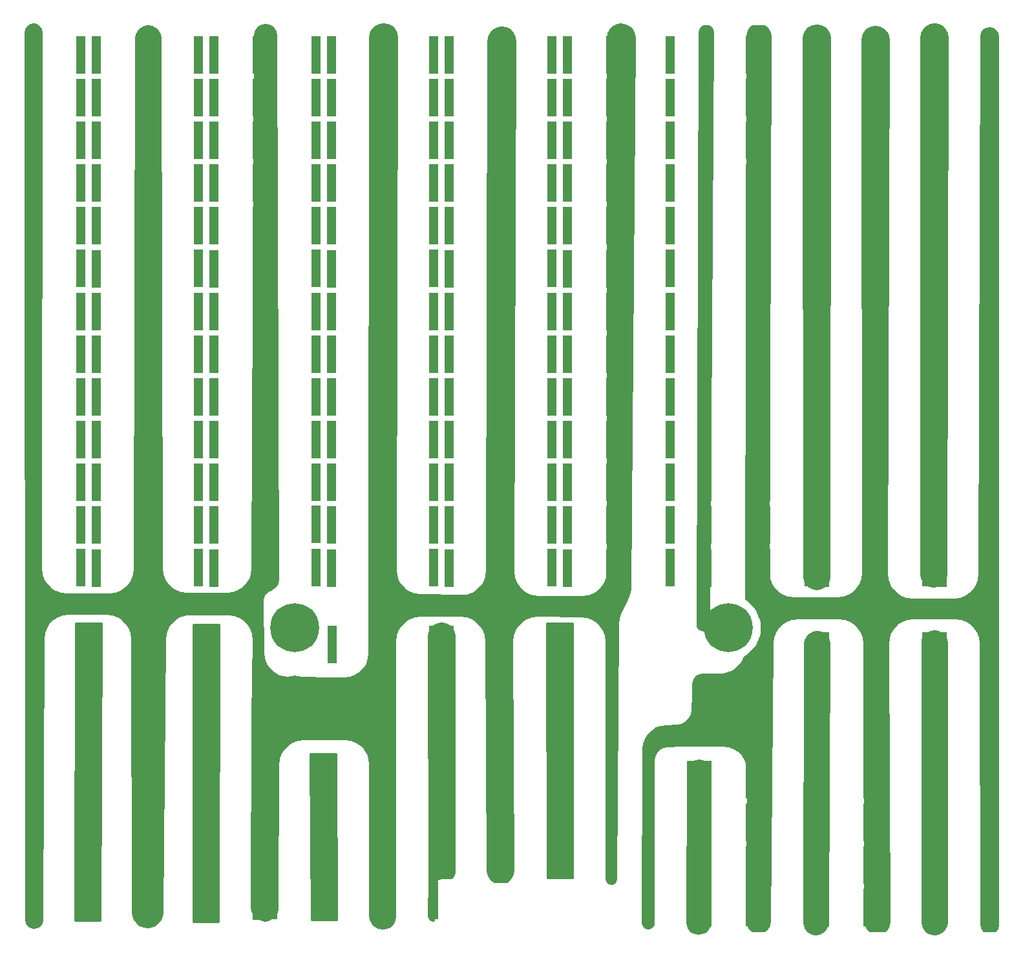
<source format=gbr>
G04 #@! TF.GenerationSoftware,KiCad,Pcbnew,(5.0.0)*
G04 #@! TF.CreationDate,2019-05-01T16:30:08-07:00*
G04 #@! TF.ProjectId,SSB Cap Board,5353422043617020426F6172642E6B69,rev?*
G04 #@! TF.SameCoordinates,Original*
G04 #@! TF.FileFunction,Copper,L2,Bot,Signal*
G04 #@! TF.FilePolarity,Positive*
%FSLAX46Y46*%
G04 Gerber Fmt 4.6, Leading zero omitted, Abs format (unit mm)*
G04 Created by KiCad (PCBNEW (5.0.0)) date 05/01/19 16:30:08*
%MOMM*%
%LPD*%
G01*
G04 APERTURE LIST*
G04 #@! TA.AperFunction,SMDPad,CuDef*
%ADD10R,1.250000X5.000000*%
G04 #@! TD*
G04 #@! TA.AperFunction,ComponentPad*
%ADD11C,6.400000*%
G04 #@! TD*
G04 #@! TA.AperFunction,ComponentPad*
%ADD12C,0.800000*%
G04 #@! TD*
G04 #@! TA.AperFunction,ViaPad*
%ADD13C,0.889000*%
G04 #@! TD*
G04 #@! TA.AperFunction,Conductor*
%ADD14C,0.254000*%
G04 #@! TD*
G04 APERTURE END LIST*
D10*
G04 #@! TO.P,C342,1*
G04 #@! TO.N,/C1+*
X-38995000Y-1805000D03*
G04 #@! TO.P,C342,2*
G04 #@! TO.N,/C1-*
X-33295000Y-1805000D03*
G04 #@! TD*
G04 #@! TO.P,C341,1*
G04 #@! TO.N,/C1+*
X-41080365Y-1795000D03*
G04 #@! TO.P,C341,2*
G04 #@! TO.N,/C1-*
X-46780365Y-1795000D03*
G04 #@! TD*
G04 #@! TO.P,C340,1*
G04 #@! TO.N,/C1+*
X-23595000Y3795000D03*
G04 #@! TO.P,C340,2*
G04 #@! TO.N,/C1-*
X-17895000Y3795000D03*
G04 #@! TD*
G04 #@! TO.P,C339,1*
G04 #@! TO.N,/C1+*
X-10205000Y-1795000D03*
G04 #@! TO.P,C339,2*
G04 #@! TO.N,/C1-*
X-15905000Y-1795000D03*
G04 #@! TD*
G04 #@! TO.P,C338,1*
G04 #@! TO.N,/C1+*
X-56405000Y41805000D03*
G04 #@! TO.P,C338,2*
G04 #@! TO.N,/C1-*
X-62105000Y41805000D03*
G04 #@! TD*
G04 #@! TO.P,C336,1*
G04 #@! TO.N,/C1+*
X-25605000Y-1795000D03*
G04 #@! TO.P,C336,2*
G04 #@! TO.N,/C1-*
X-31305000Y-1795000D03*
G04 #@! TD*
G04 #@! TO.P,C335,1*
G04 #@! TO.N,/C1+*
X-54395000Y26295000D03*
G04 #@! TO.P,C335,2*
G04 #@! TO.N,/C1-*
X-48695000Y26295000D03*
G04 #@! TD*
G04 #@! TO.P,C334,1*
G04 #@! TO.N,/C1+*
X-41005000Y3805000D03*
G04 #@! TO.P,C334,2*
G04 #@! TO.N,/C1-*
X-46705000Y3805000D03*
G04 #@! TD*
G04 #@! TO.P,C333,1*
G04 #@! TO.N,/C1+*
X-41005000Y31805000D03*
G04 #@! TO.P,C333,2*
G04 #@! TO.N,/C1-*
X-46705000Y31805000D03*
G04 #@! TD*
G04 #@! TO.P,C332,1*
G04 #@! TO.N,/C1+*
X-23595000Y-1805000D03*
G04 #@! TO.P,C332,2*
G04 #@! TO.N,/C1-*
X-17895000Y-1805000D03*
G04 #@! TD*
G04 #@! TO.P,C376,1*
G04 #@! TO.N,/C1+*
X-10205000Y3805000D03*
G04 #@! TO.P,C376,2*
G04 #@! TO.N,/C1-*
X-15905000Y3805000D03*
G04 #@! TD*
G04 #@! TO.P,C328,1*
G04 #@! TO.N,/C1+*
X-56405000Y47405000D03*
G04 #@! TO.P,C328,2*
G04 #@! TO.N,/C1-*
X-62105000Y47405000D03*
G04 #@! TD*
G04 #@! TO.P,C327,1*
G04 #@! TO.N,/C1+*
X-54395000Y97795000D03*
G04 #@! TO.P,C327,2*
G04 #@! TO.N,/C1-*
X-48695000Y97795000D03*
G04 #@! TD*
G04 #@! TO.P,C325,1*
G04 #@! TO.N,/C1+*
X-54395000Y20695000D03*
G04 #@! TO.P,C325,2*
G04 #@! TO.N,/C1-*
X-48695000Y20695000D03*
G04 #@! TD*
G04 #@! TO.P,C324,1*
G04 #@! TO.N,/C1+*
X-41005000Y9405000D03*
G04 #@! TO.P,C324,2*
G04 #@! TO.N,/C1-*
X-46705000Y9405000D03*
G04 #@! TD*
G04 #@! TO.P,C322,1*
G04 #@! TO.N,/C1+*
X-54395000Y-1805000D03*
G04 #@! TO.P,C322,2*
G04 #@! TO.N,/C1-*
X-48695000Y-1805000D03*
G04 #@! TD*
G04 #@! TO.P,C321,1*
G04 #@! TO.N,/C1+*
X-10205000Y9405000D03*
G04 #@! TO.P,C321,2*
G04 #@! TO.N,/C1-*
X-15905000Y9405000D03*
G04 #@! TD*
G04 #@! TO.P,C320,1*
G04 #@! TO.N,/C1+*
X-56405000Y53005000D03*
G04 #@! TO.P,C320,2*
G04 #@! TO.N,/C1-*
X-62105000Y53005000D03*
G04 #@! TD*
G04 #@! TO.P,C319,1*
G04 #@! TO.N,/C1+*
X-54395000Y92195000D03*
G04 #@! TO.P,C319,2*
G04 #@! TO.N,/C1-*
X-48695000Y92195000D03*
G04 #@! TD*
G04 #@! TO.P,C318,1*
G04 #@! TO.N,/C1+*
X5295000Y41805000D03*
G04 #@! TO.P,C318,2*
G04 #@! TO.N,/C1-*
X-405000Y41805000D03*
G04 #@! TD*
G04 #@! TO.P,C317,1*
G04 #@! TO.N,/C1+*
X-25605000Y9405000D03*
G04 #@! TO.P,C317,2*
G04 #@! TO.N,/C1-*
X-31305000Y9405000D03*
G04 #@! TD*
G04 #@! TO.P,C316,1*
G04 #@! TO.N,/C1+*
X-54395000Y15095000D03*
G04 #@! TO.P,C316,2*
G04 #@! TO.N,/C1-*
X-48695000Y15095000D03*
G04 #@! TD*
G04 #@! TO.P,C331,1*
G04 #@! TO.N,/C1+*
X-41005000Y15005000D03*
G04 #@! TO.P,C331,2*
G04 #@! TO.N,/C1-*
X-46705000Y15005000D03*
G04 #@! TD*
G04 #@! TO.P,C330,1*
G04 #@! TO.N,/C1+*
X-38995000Y26195000D03*
G04 #@! TO.P,C330,2*
G04 #@! TO.N,/C1-*
X-33295000Y26195000D03*
G04 #@! TD*
G04 #@! TO.P,C329,1*
G04 #@! TO.N,/C1+*
X5295000Y3805000D03*
G04 #@! TO.P,C329,2*
G04 #@! TO.N,/C1-*
X-405000Y3805000D03*
G04 #@! TD*
G04 #@! TO.P,C374,1*
G04 #@! TO.N,/C1+*
X-10205000Y15005000D03*
G04 #@! TO.P,C374,2*
G04 #@! TO.N,/C1-*
X-15905000Y15005000D03*
G04 #@! TD*
G04 #@! TO.P,C373,1*
G04 #@! TO.N,/C1+*
X-56405000Y58605000D03*
G04 #@! TO.P,C373,2*
G04 #@! TO.N,/C1-*
X-62105000Y58605000D03*
G04 #@! TD*
G04 #@! TO.P,C372,1*
G04 #@! TO.N,/C1+*
X-54395000Y86595000D03*
G04 #@! TO.P,C372,2*
G04 #@! TO.N,/C1-*
X-48695000Y86595000D03*
G04 #@! TD*
G04 #@! TO.P,C371,1*
G04 #@! TO.N,/C1+*
X7305000Y92195000D03*
G04 #@! TO.P,C371,2*
G04 #@! TO.N,/C1-*
X13005000Y92195000D03*
G04 #@! TD*
G04 #@! TO.P,C370,1*
G04 #@! TO.N,/C1+*
X-54395000Y3795000D03*
G04 #@! TO.P,C370,2*
G04 #@! TO.N,/C1-*
X-48695000Y3795000D03*
G04 #@! TD*
G04 #@! TO.P,C369,1*
G04 #@! TO.N,/C1+*
X5295000Y47405000D03*
G04 #@! TO.P,C369,2*
G04 #@! TO.N,/C1-*
X-405000Y47405000D03*
G04 #@! TD*
G04 #@! TO.P,C368,1*
G04 #@! TO.N,/C1+*
X-8195000Y103395000D03*
G04 #@! TO.P,C368,2*
G04 #@! TO.N,/C1-*
X-2495000Y103395000D03*
G04 #@! TD*
G04 #@! TO.P,C367,1*
G04 #@! TO.N,/C1+*
X-54395000Y9495000D03*
G04 #@! TO.P,C367,2*
G04 #@! TO.N,/C1-*
X-48695000Y9495000D03*
G04 #@! TD*
G04 #@! TO.P,C366,1*
G04 #@! TO.N,/C1+*
X-41005000Y20605000D03*
G04 #@! TO.P,C366,2*
G04 #@! TO.N,/C1-*
X-46705000Y20605000D03*
G04 #@! TD*
G04 #@! TO.P,C365,1*
G04 #@! TO.N,/C1+*
X-38995000Y20595000D03*
G04 #@! TO.P,C365,2*
G04 #@! TO.N,/C1-*
X-33295000Y20595000D03*
G04 #@! TD*
G04 #@! TO.P,C364,1*
G04 #@! TO.N,/C1+*
X5295000Y9405000D03*
G04 #@! TO.P,C364,2*
G04 #@! TO.N,/C1-*
X-405000Y9405000D03*
G04 #@! TD*
G04 #@! TO.P,C363,1*
G04 #@! TO.N,/C1+*
X-10205000Y20605000D03*
G04 #@! TO.P,C363,2*
G04 #@! TO.N,/C1-*
X-15905000Y20605000D03*
G04 #@! TD*
G04 #@! TO.P,C346,1*
G04 #@! TO.N,/C1+*
X-56405000Y64205000D03*
G04 #@! TO.P,C346,2*
G04 #@! TO.N,/C1-*
X-62105000Y64205000D03*
G04 #@! TD*
G04 #@! TO.P,C344,1*
G04 #@! TO.N,/C1+*
X-54395000Y80995000D03*
G04 #@! TO.P,C344,2*
G04 #@! TO.N,/C1-*
X-48695000Y80995000D03*
G04 #@! TD*
G04 #@! TO.P,C359,1*
G04 #@! TO.N,/C1+*
X7305000Y86595000D03*
G04 #@! TO.P,C359,2*
G04 #@! TO.N,/C1-*
X13005000Y86595000D03*
G04 #@! TD*
G04 #@! TO.P,C358,1*
G04 #@! TO.N,/C1+*
X5295000Y53005000D03*
G04 #@! TO.P,C358,2*
G04 #@! TO.N,/C1-*
X-405000Y53005000D03*
G04 #@! TD*
G04 #@! TO.P,C357,1*
G04 #@! TO.N,/C1+*
X-8195000Y97795000D03*
G04 #@! TO.P,C357,2*
G04 #@! TO.N,/C1-*
X-2495000Y97795000D03*
G04 #@! TD*
G04 #@! TO.P,C356,1*
G04 #@! TO.N,/C1+*
X-25605000Y15005000D03*
G04 #@! TO.P,C356,2*
G04 #@! TO.N,/C1-*
X-31305000Y15005000D03*
G04 #@! TD*
G04 #@! TO.P,C355,1*
G04 #@! TO.N,/C1+*
X-56405000Y9405000D03*
G04 #@! TO.P,C355,2*
G04 #@! TO.N,/C1-*
X-62105000Y9405000D03*
G04 #@! TD*
G04 #@! TO.P,C354,1*
G04 #@! TO.N,/C1+*
X-41005000Y26205000D03*
G04 #@! TO.P,C354,2*
G04 #@! TO.N,/C1-*
X-46705000Y26205000D03*
G04 #@! TD*
G04 #@! TO.P,C353,1*
G04 #@! TO.N,/C1+*
X-38995000Y14995000D03*
G04 #@! TO.P,C353,2*
G04 #@! TO.N,/C1-*
X-33295000Y14995000D03*
G04 #@! TD*
G04 #@! TO.P,C352,1*
G04 #@! TO.N,/C1+*
X5295000Y15005000D03*
G04 #@! TO.P,C352,2*
G04 #@! TO.N,/C1-*
X-405000Y15005000D03*
G04 #@! TD*
G04 #@! TO.P,C351,1*
G04 #@! TO.N,/C1+*
X-10205000Y26205000D03*
G04 #@! TO.P,C351,2*
G04 #@! TO.N,/C1-*
X-15905000Y26205000D03*
G04 #@! TD*
G04 #@! TO.P,C350,1*
G04 #@! TO.N,/C1+*
X-56405000Y69805000D03*
G04 #@! TO.P,C350,2*
G04 #@! TO.N,/C1-*
X-62105000Y69805000D03*
G04 #@! TD*
G04 #@! TO.P,C349,1*
G04 #@! TO.N,/C1+*
X-54395000Y75395000D03*
G04 #@! TO.P,C349,2*
G04 #@! TO.N,/C1-*
X-48695000Y75395000D03*
G04 #@! TD*
G04 #@! TO.P,C348,1*
G04 #@! TO.N,/C1+*
X7305000Y80995000D03*
G04 #@! TO.P,C348,2*
G04 #@! TO.N,/C1-*
X13005000Y80995000D03*
G04 #@! TD*
G04 #@! TO.P,C347,1*
G04 #@! TO.N,/C1+*
X5295000Y58605000D03*
G04 #@! TO.P,C347,2*
G04 #@! TO.N,/C1-*
X-405000Y58605000D03*
G04 #@! TD*
G04 #@! TO.P,C362,1*
G04 #@! TO.N,/C1+*
X-8195000Y92195000D03*
G04 #@! TO.P,C362,2*
G04 #@! TO.N,/C1-*
X-2495000Y92195000D03*
G04 #@! TD*
G04 #@! TO.P,C361,1*
G04 #@! TO.N,/C1+*
X-10205000Y47405000D03*
G04 #@! TO.P,C361,2*
G04 #@! TO.N,/C1-*
X-15905000Y47405000D03*
G04 #@! TD*
G04 #@! TO.P,C360,1*
G04 #@! TO.N,/C1+*
X-8195000Y31795000D03*
G04 #@! TO.P,C360,2*
G04 #@! TO.N,/C1-*
X-2495000Y31795000D03*
G04 #@! TD*
G04 #@! TO.P,C279,1*
G04 #@! TO.N,/C1+*
X-56405000Y103405000D03*
G04 #@! TO.P,C279,2*
G04 #@! TO.N,/C1-*
X-62105000Y103405000D03*
G04 #@! TD*
G04 #@! TO.P,C278,1*
G04 #@! TO.N,/C1+*
X7305000Y75395000D03*
G04 #@! TO.P,C278,2*
G04 #@! TO.N,/C1-*
X13005000Y75395000D03*
G04 #@! TD*
G04 #@! TO.P,C277,1*
G04 #@! TO.N,/C1+*
X-8195000Y80995000D03*
G04 #@! TO.P,C277,2*
G04 #@! TO.N,/C1-*
X-2495000Y80995000D03*
G04 #@! TD*
G04 #@! TO.P,C276,1*
G04 #@! TO.N,/C1+*
X7305000Y103395000D03*
G04 #@! TO.P,C276,2*
G04 #@! TO.N,/C1-*
X13005000Y103395000D03*
G04 #@! TD*
G04 #@! TO.P,C275,1*
G04 #@! TO.N,/C1+*
X-23595000Y9395000D03*
G04 #@! TO.P,C275,2*
G04 #@! TO.N,/C1-*
X-17895000Y9395000D03*
G04 #@! TD*
G04 #@! TO.P,C274,1*
G04 #@! TO.N,/C1+*
X-10205000Y41805000D03*
G04 #@! TO.P,C274,2*
G04 #@! TO.N,/C1-*
X-15905000Y41805000D03*
G04 #@! TD*
G04 #@! TO.P,C272,1*
G04 #@! TO.N,/C1+*
X-54395000Y52995000D03*
G04 #@! TO.P,C272,2*
G04 #@! TO.N,/C1-*
X-48695000Y52995000D03*
G04 #@! TD*
G04 #@! TO.P,C271,1*
G04 #@! TO.N,/C1+*
X7305000Y58595000D03*
G04 #@! TO.P,C271,2*
G04 #@! TO.N,/C1-*
X13005000Y58595000D03*
G04 #@! TD*
G04 #@! TO.P,C270,1*
G04 #@! TO.N,/C1+*
X5295000Y81005000D03*
G04 #@! TO.P,C270,2*
G04 #@! TO.N,/C1-*
X-405000Y81005000D03*
G04 #@! TD*
G04 #@! TO.P,C269,1*
G04 #@! TO.N,/C1+*
X-8195000Y69795000D03*
G04 #@! TO.P,C269,2*
G04 #@! TO.N,/C1-*
X-2495000Y69795000D03*
G04 #@! TD*
G04 #@! TO.P,C315,1*
G04 #@! TO.N,/C1+*
X-10205000Y69805000D03*
G04 #@! TO.P,C315,2*
G04 #@! TO.N,/C1-*
X-15905000Y69805000D03*
G04 #@! TD*
G04 #@! TO.P,C267,1*
G04 #@! TO.N,/C1+*
X-54395000Y103395000D03*
G04 #@! TO.P,C267,2*
G04 #@! TO.N,/C1-*
X-48695000Y103395000D03*
G04 #@! TD*
G04 #@! TO.P,C313,1*
G04 #@! TO.N,/C1+*
X-8195000Y14995000D03*
G04 #@! TO.P,C313,2*
G04 #@! TO.N,/C1-*
X-2495000Y14995000D03*
G04 #@! TD*
G04 #@! TO.P,C312,1*
G04 #@! TO.N,/C1+*
X5295000Y103405000D03*
G04 #@! TO.P,C312,2*
G04 #@! TO.N,/C1-*
X-405000Y103405000D03*
G04 #@! TD*
G04 #@! TO.P,C263,1*
G04 #@! TO.N,/C1+*
X-10205000Y81005000D03*
G04 #@! TO.P,C263,2*
G04 #@! TO.N,/C1-*
X-15905000Y81005000D03*
G04 #@! TD*
G04 #@! TO.P,C256,1*
G04 #@! TO.N,/C1+*
X7305000Y41795000D03*
G04 #@! TO.P,C256,2*
G04 #@! TO.N,/C1-*
X13005000Y41795000D03*
G04 #@! TD*
G04 #@! TO.P,C254,1*
G04 #@! TO.N,/C1+*
X5295000Y97805000D03*
G04 #@! TO.P,C254,2*
G04 #@! TO.N,/C1-*
X-405000Y97805000D03*
G04 #@! TD*
G04 #@! TO.P,C253,1*
G04 #@! TO.N,/C1+*
X-8195000Y52995000D03*
G04 #@! TO.P,C253,2*
G04 #@! TO.N,/C1-*
X-2495000Y52995000D03*
G04 #@! TD*
G04 #@! TO.P,C268,1*
G04 #@! TO.N,/C1+*
X-10205000Y86605000D03*
G04 #@! TO.P,C268,2*
G04 #@! TO.N,/C1-*
X-15905000Y86605000D03*
G04 #@! TD*
G04 #@! TO.P,C307,1*
G04 #@! TO.N,/C1+*
X-8195000Y108995000D03*
G04 #@! TO.P,C307,2*
G04 #@! TO.N,/C1-*
X-2495000Y108995000D03*
G04 #@! TD*
G04 #@! TO.P,C306,1*
G04 #@! TO.N,/C1+*
X-8195000Y47395000D03*
G04 #@! TO.P,C306,2*
G04 #@! TO.N,/C1-*
X-2495000Y47395000D03*
G04 #@! TD*
G04 #@! TO.P,C305,1*
G04 #@! TO.N,/C1+*
X-10205000Y92205000D03*
G04 #@! TO.P,C305,2*
G04 #@! TO.N,/C1-*
X-15905000Y92205000D03*
G04 #@! TD*
G04 #@! TO.P,C297,1*
G04 #@! TO.N,/C1+*
X-8195000Y41795000D03*
G04 #@! TO.P,C297,2*
G04 #@! TO.N,/C1-*
X-2495000Y41795000D03*
G04 #@! TD*
G04 #@! TO.P,C280,1*
G04 #@! TO.N,/C1+*
X-10205000Y97805000D03*
G04 #@! TO.P,C280,2*
G04 #@! TO.N,/C1-*
X-15905000Y97805000D03*
G04 #@! TD*
G04 #@! TO.P,C290,1*
G04 #@! TO.N,/C1+*
X7305000Y97795000D03*
G04 #@! TO.P,C290,2*
G04 #@! TO.N,/C1-*
X13005000Y97795000D03*
G04 #@! TD*
G04 #@! TO.P,C288,1*
G04 #@! TO.N,/C1+*
X-10205000Y103405000D03*
G04 #@! TO.P,C288,2*
G04 #@! TO.N,/C1-*
X-15905000Y103405000D03*
G04 #@! TD*
G04 #@! TO.P,C375,1*
G04 #@! TO.N,/C1+*
X-54395000Y47395000D03*
G04 #@! TO.P,C375,2*
G04 #@! TO.N,/C1-*
X-48695000Y47395000D03*
G04 #@! TD*
G04 #@! TO.P,C441,1*
G04 #@! TO.N,/C1+*
X-23595000Y103395000D03*
G04 #@! TO.P,C441,2*
G04 #@! TO.N,/C1-*
X-17895000Y103395000D03*
G04 #@! TD*
G04 #@! TO.P,C393,1*
G04 #@! TO.N,/C1+*
X-38995000Y103395000D03*
G04 #@! TO.P,C393,2*
G04 #@! TO.N,/C1-*
X-33295000Y103395000D03*
G04 #@! TD*
G04 #@! TO.P,C391,1*
G04 #@! TO.N,/C1+*
X-38995000Y108995000D03*
G04 #@! TO.P,C391,2*
G04 #@! TO.N,/C1-*
X-33295000Y108995000D03*
G04 #@! TD*
G04 #@! TO.P,C410,1*
G04 #@! TO.N,/C1+*
X-23595000Y69795000D03*
G04 #@! TO.P,C410,2*
G04 #@! TO.N,/C1-*
X-17895000Y69795000D03*
G04 #@! TD*
G04 #@! TO.P,C408,1*
G04 #@! TO.N,/C1+*
X-23595000Y41795000D03*
G04 #@! TO.P,C408,2*
G04 #@! TO.N,/C1-*
X-17895000Y41795000D03*
G04 #@! TD*
G04 #@! TO.P,C69,1*
G04 #@! TO.N,/C1+*
X20795000Y86605000D03*
G04 #@! TO.P,C69,2*
G04 #@! TO.N,/C1-*
X15095000Y86605000D03*
G04 #@! TD*
G04 #@! TO.P,C67,1*
G04 #@! TO.N,/C1+*
X7305000Y3795000D03*
G04 #@! TO.P,C67,2*
G04 #@! TO.N,/C1-*
X13005000Y3795000D03*
G04 #@! TD*
G04 #@! TO.P,C66,1*
G04 #@! TO.N,/C1+*
X7305000Y26195000D03*
G04 #@! TO.P,C66,2*
G04 #@! TO.N,/C1-*
X13005000Y26195000D03*
G04 #@! TD*
G04 #@! TO.P,C65,1*
G04 #@! TO.N,/C1+*
X20795000Y47405000D03*
G04 #@! TO.P,C65,2*
G04 #@! TO.N,/C1-*
X15095000Y47405000D03*
G04 #@! TD*
G04 #@! TO.P,C79,1*
G04 #@! TO.N,/C1+*
X-25605000Y47511105D03*
G04 #@! TO.P,C79,2*
G04 #@! TO.N,/C1-*
X-31305000Y47511105D03*
G04 #@! TD*
G04 #@! TO.P,C124,1*
G04 #@! TO.N,/C1+*
X-41005000Y47405000D03*
G04 #@! TO.P,C124,2*
G04 #@! TO.N,/C1-*
X-46705000Y47405000D03*
G04 #@! TD*
G04 #@! TO.P,C123,1*
G04 #@! TO.N,/C1+*
X-38995000Y92195000D03*
G04 #@! TO.P,C123,2*
G04 #@! TO.N,/C1-*
X-33295000Y92195000D03*
G04 #@! TD*
G04 #@! TO.P,C122,1*
G04 #@! TO.N,/C1+*
X20795000Y41805000D03*
G04 #@! TO.P,C122,2*
G04 #@! TO.N,/C1-*
X15095000Y41805000D03*
G04 #@! TD*
G04 #@! TO.P,C121,1*
G04 #@! TO.N,/C1+*
X20795000Y103415470D03*
G04 #@! TO.P,C121,2*
G04 #@! TO.N,/C1-*
X15095000Y103415470D03*
G04 #@! TD*
G04 #@! TO.P,C117,1*
G04 #@! TO.N,/C1+*
X-25605000Y92205000D03*
G04 #@! TO.P,C117,2*
G04 #@! TO.N,/C1-*
X-31305000Y92205000D03*
G04 #@! TD*
G04 #@! TO.P,C116,1*
G04 #@! TO.N,/C1+*
X-25605000Y53005000D03*
G04 #@! TO.P,C116,2*
G04 #@! TO.N,/C1-*
X-31305000Y53005000D03*
G04 #@! TD*
G04 #@! TO.P,C115,1*
G04 #@! TO.N,/C1+*
X-41005000Y53005000D03*
G04 #@! TO.P,C115,2*
G04 #@! TO.N,/C1-*
X-46705000Y53005000D03*
G04 #@! TD*
G04 #@! TO.P,C114,1*
G04 #@! TO.N,/C1+*
X-38995000Y86595000D03*
G04 #@! TO.P,C114,2*
G04 #@! TO.N,/C1-*
X-33295000Y86595000D03*
G04 #@! TD*
G04 #@! TO.P,C113,1*
G04 #@! TO.N,/C1+*
X-23504500Y31731500D03*
G04 #@! TO.P,C113,2*
G04 #@! TO.N,/C1-*
X-17804500Y31731500D03*
G04 #@! TD*
G04 #@! TO.P,C112,1*
G04 #@! TO.N,/C1+*
X-25605000Y81005000D03*
G04 #@! TO.P,C112,2*
G04 #@! TO.N,/C1-*
X-31305000Y81005000D03*
G04 #@! TD*
G04 #@! TO.P,C111,1*
G04 #@! TO.N,/C1+*
X-41005000Y81005000D03*
G04 #@! TO.P,C111,2*
G04 #@! TO.N,/C1-*
X-46705000Y81005000D03*
G04 #@! TD*
G04 #@! TO.P,C159,1*
G04 #@! TO.N,/C1+*
X-38995000Y58595000D03*
G04 #@! TO.P,C159,2*
G04 #@! TO.N,/C1-*
X-33295000Y58595000D03*
G04 #@! TD*
G04 #@! TO.P,C109,1*
G04 #@! TO.N,/C1+*
X20795000Y75405000D03*
G04 #@! TO.P,C109,2*
G04 #@! TO.N,/C1-*
X15095000Y75405000D03*
G04 #@! TD*
G04 #@! TO.P,C107,1*
G04 #@! TO.N,/C1+*
X7305000Y20595000D03*
G04 #@! TO.P,C107,2*
G04 #@! TO.N,/C1-*
X13005000Y20595000D03*
G04 #@! TD*
G04 #@! TO.P,C104,1*
G04 #@! TO.N,/C1+*
X7305000Y9395000D03*
G04 #@! TO.P,C104,2*
G04 #@! TO.N,/C1-*
X13005000Y9395000D03*
G04 #@! TD*
G04 #@! TO.P,C103,1*
G04 #@! TO.N,/C1+*
X-25605000Y103405000D03*
G04 #@! TO.P,C103,2*
G04 #@! TO.N,/C1-*
X-31305000Y103405000D03*
G04 #@! TD*
G04 #@! TO.P,C102,1*
G04 #@! TO.N,/C1+*
X-25605000Y64205000D03*
G04 #@! TO.P,C102,2*
G04 #@! TO.N,/C1-*
X-31305000Y64205000D03*
G04 #@! TD*
G04 #@! TO.P,C101,1*
G04 #@! TO.N,/C1+*
X-41005000Y64205000D03*
G04 #@! TO.P,C101,2*
G04 #@! TO.N,/C1-*
X-46705000Y64205000D03*
G04 #@! TD*
G04 #@! TO.P,C100,1*
G04 #@! TO.N,/C1+*
X-38995000Y75395000D03*
G04 #@! TO.P,C100,2*
G04 #@! TO.N,/C1-*
X-33295000Y75395000D03*
G04 #@! TD*
G04 #@! TO.P,C99,1*
G04 #@! TO.N,/C1+*
X20795000Y58605000D03*
G04 #@! TO.P,C99,2*
G04 #@! TO.N,/C1-*
X15095000Y58605000D03*
G04 #@! TD*
G04 #@! TO.P,C98,1*
G04 #@! TO.N,/C1+*
X-41005000Y103405000D03*
G04 #@! TO.P,C98,2*
G04 #@! TO.N,/C1-*
X-46705000Y103405000D03*
G04 #@! TD*
G04 #@! TO.P,C29,1*
G04 #@! TO.N,/C1+*
X-10205000Y109005000D03*
G04 #@! TO.P,C29,2*
G04 #@! TO.N,/C1-*
X-15905000Y109005000D03*
G04 #@! TD*
G04 #@! TO.P,C28,1*
G04 #@! TO.N,/C1+*
X7305000Y31795000D03*
G04 #@! TO.P,C28,2*
G04 #@! TO.N,/C1-*
X13005000Y31795000D03*
G04 #@! TD*
G04 #@! TO.P,C27,1*
G04 #@! TO.N,/C1+*
X-8195000Y3795000D03*
G04 #@! TO.P,C27,2*
G04 #@! TO.N,/C1-*
X-2495000Y3795000D03*
G04 #@! TD*
G04 #@! TO.P,C26,1*
G04 #@! TO.N,/C1+*
X-25605000Y41805000D03*
G04 #@! TO.P,C26,2*
G04 #@! TO.N,/C1-*
X-31305000Y41805000D03*
G04 #@! TD*
G04 #@! TO.P,C25,1*
G04 #@! TO.N,/C1+*
X-41005000Y41805000D03*
G04 #@! TO.P,C25,2*
G04 #@! TO.N,/C1-*
X-46705000Y41805000D03*
G04 #@! TD*
G04 #@! TO.P,C24,1*
G04 #@! TO.N,/C1+*
X-38995000Y97795000D03*
G04 #@! TO.P,C24,2*
G04 #@! TO.N,/C1-*
X-33295000Y97795000D03*
G04 #@! TD*
G04 #@! TO.P,C21,1*
G04 #@! TO.N,/C1+*
X5295000Y109005000D03*
G04 #@! TO.P,C21,2*
G04 #@! TO.N,/C1-*
X-405000Y109005000D03*
G04 #@! TD*
G04 #@! TO.P,C20,1*
G04 #@! TO.N,/C1+*
X-41005000Y69805000D03*
G04 #@! TO.P,C20,2*
G04 #@! TO.N,/C1-*
X-46705000Y69805000D03*
G04 #@! TD*
G04 #@! TO.P,C19,1*
G04 #@! TO.N,/C1+*
X-38995000Y69795000D03*
G04 #@! TO.P,C19,2*
G04 #@! TO.N,/C1-*
X-33295000Y69795000D03*
G04 #@! TD*
G04 #@! TO.P,C18,1*
G04 #@! TO.N,/C1+*
X20795000Y64205000D03*
G04 #@! TO.P,C18,2*
G04 #@! TO.N,/C1-*
X15095000Y64205000D03*
G04 #@! TD*
G04 #@! TO.P,C64,1*
G04 #@! TO.N,/C1+*
X-41005000Y109005000D03*
G04 #@! TO.P,C64,2*
G04 #@! TO.N,/C1-*
X-46705000Y109005000D03*
G04 #@! TD*
G04 #@! TO.P,C5,1*
G04 #@! TO.N,/C1+*
X-23595000Y108995000D03*
G04 #@! TO.P,C5,2*
G04 #@! TO.N,/C1-*
X-17895000Y108995000D03*
G04 #@! TD*
G04 #@! TO.P,C6,1*
G04 #@! TO.N,/C1+*
X-25605000Y75405000D03*
G04 #@! TO.P,C6,2*
G04 #@! TO.N,/C1-*
X-31305000Y75405000D03*
G04 #@! TD*
G04 #@! TO.P,C7,1*
G04 #@! TO.N,/C1+*
X-41005000Y75405000D03*
G04 #@! TO.P,C7,2*
G04 #@! TO.N,/C1-*
X-46705000Y75405000D03*
G04 #@! TD*
G04 #@! TO.P,C8,1*
G04 #@! TO.N,/C1+*
X-38995000Y64195000D03*
G04 #@! TO.P,C8,2*
G04 #@! TO.N,/C1-*
X-33295000Y64195000D03*
G04 #@! TD*
G04 #@! TO.P,C9,1*
G04 #@! TO.N,/C1+*
X20795000Y69805000D03*
G04 #@! TO.P,C9,2*
G04 #@! TO.N,/C1-*
X15095000Y69805000D03*
G04 #@! TD*
G04 #@! TO.P,C17,1*
G04 #@! TO.N,/C1+*
X-56405000Y15005000D03*
G04 #@! TO.P,C17,2*
G04 #@! TO.N,/C1-*
X-62105000Y15005000D03*
G04 #@! TD*
G04 #@! TO.P,C58,1*
G04 #@! TO.N,/C1+*
X-25605000Y86605000D03*
G04 #@! TO.P,C58,2*
G04 #@! TO.N,/C1-*
X-31305000Y86605000D03*
G04 #@! TD*
G04 #@! TO.P,C57,1*
G04 #@! TO.N,/C1+*
X-38995000Y47395000D03*
G04 #@! TO.P,C57,2*
G04 #@! TO.N,/C1-*
X-33295000Y47395000D03*
G04 #@! TD*
G04 #@! TO.P,C56,1*
G04 #@! TO.N,/C1+*
X-41005000Y86605000D03*
G04 #@! TO.P,C56,2*
G04 #@! TO.N,/C1-*
X-46705000Y86605000D03*
G04 #@! TD*
G04 #@! TO.P,C55,1*
G04 #@! TO.N,/C1+*
X-38995000Y52995000D03*
G04 #@! TO.P,C55,2*
G04 #@! TO.N,/C1-*
X-33295000Y52995000D03*
G04 #@! TD*
G04 #@! TO.P,C54,1*
G04 #@! TO.N,/C1+*
X20795000Y81005000D03*
G04 #@! TO.P,C54,2*
G04 #@! TO.N,/C1-*
X15095000Y81005000D03*
G04 #@! TD*
G04 #@! TO.P,C52,1*
G04 #@! TO.N,/C1+*
X-25605000Y109005000D03*
G04 #@! TO.P,C52,2*
G04 #@! TO.N,/C1-*
X-31305000Y109005000D03*
G04 #@! TD*
G04 #@! TO.P,C30,1*
G04 #@! TO.N,/C1+*
X-41005000Y92205000D03*
G04 #@! TO.P,C30,2*
G04 #@! TO.N,/C1-*
X-46705000Y92205000D03*
G04 #@! TD*
G04 #@! TO.P,C42,1*
G04 #@! TO.N,/C1+*
X-25605000Y69805000D03*
G04 #@! TO.P,C42,2*
G04 #@! TO.N,/C1-*
X-31305000Y69805000D03*
G04 #@! TD*
G04 #@! TO.P,C218,1*
G04 #@! TO.N,/C1+*
X-8195000Y58595000D03*
G04 #@! TO.P,C218,2*
G04 #@! TO.N,/C1-*
X-2495000Y58595000D03*
G04 #@! TD*
G04 #@! TO.P,C217,1*
G04 #@! TO.N,/C1+*
X5295000Y92205000D03*
G04 #@! TO.P,C217,2*
G04 #@! TO.N,/C1-*
X-405000Y92205000D03*
G04 #@! TD*
G04 #@! TO.P,C216,1*
G04 #@! TO.N,/C1+*
X7305000Y47395000D03*
G04 #@! TO.P,C216,2*
G04 #@! TO.N,/C1-*
X13005000Y47395000D03*
G04 #@! TD*
G04 #@! TO.P,C214,1*
G04 #@! TO.N,/C1+*
X-54395000Y41795000D03*
G04 #@! TO.P,C214,2*
G04 #@! TO.N,/C1-*
X-48695000Y41795000D03*
G04 #@! TD*
G04 #@! TO.P,C210,1*
G04 #@! TO.N,/C1+*
X-8195000Y9395000D03*
G04 #@! TO.P,C210,2*
G04 #@! TO.N,/C1-*
X-2495000Y9395000D03*
G04 #@! TD*
G04 #@! TO.P,C208,1*
G04 #@! TO.N,/C1+*
X-10205000Y75405000D03*
G04 #@! TO.P,C208,2*
G04 #@! TO.N,/C1-*
X-15905000Y75405000D03*
G04 #@! TD*
G04 #@! TO.P,C207,1*
G04 #@! TO.N,/C1+*
X-8195000Y64195000D03*
G04 #@! TO.P,C207,2*
G04 #@! TO.N,/C1-*
X-2495000Y64195000D03*
G04 #@! TD*
G04 #@! TO.P,C206,1*
G04 #@! TO.N,/C1+*
X5295000Y86605000D03*
G04 #@! TO.P,C206,2*
G04 #@! TO.N,/C1-*
X-405000Y86605000D03*
G04 #@! TD*
G04 #@! TO.P,C205,1*
G04 #@! TO.N,/C1+*
X7305000Y52995000D03*
G04 #@! TO.P,C205,2*
G04 #@! TO.N,/C1-*
X13005000Y52995000D03*
G04 #@! TD*
G04 #@! TO.P,C202,1*
G04 #@! TO.N,/C1+*
X-56405000Y97805000D03*
G04 #@! TO.P,C202,2*
G04 #@! TO.N,/C1-*
X-62105000Y97805000D03*
G04 #@! TD*
G04 #@! TO.P,C204,1*
G04 #@! TO.N,/C1+*
X-8195000Y20595000D03*
G04 #@! TO.P,C204,2*
G04 #@! TO.N,/C1-*
X-2495000Y20595000D03*
G04 #@! TD*
G04 #@! TO.P,C250,1*
G04 #@! TO.N,/C1+*
X-54395000Y108995000D03*
G04 #@! TO.P,C250,2*
G04 #@! TO.N,/C1-*
X-48695000Y108995000D03*
G04 #@! TD*
G04 #@! TO.P,C249,1*
G04 #@! TO.N,/C1+*
X-10205000Y64205000D03*
G04 #@! TO.P,C249,2*
G04 #@! TO.N,/C1-*
X-15905000Y64205000D03*
G04 #@! TD*
G04 #@! TO.P,C248,1*
G04 #@! TO.N,/C1+*
X-8195000Y75395000D03*
G04 #@! TO.P,C248,2*
G04 #@! TO.N,/C1-*
X-2495000Y75395000D03*
G04 #@! TD*
G04 #@! TO.P,C247,1*
G04 #@! TO.N,/C1+*
X5295000Y75405000D03*
G04 #@! TO.P,C247,2*
G04 #@! TO.N,/C1-*
X-405000Y75405000D03*
G04 #@! TD*
G04 #@! TO.P,C246,1*
G04 #@! TO.N,/C1+*
X7305000Y64195000D03*
G04 #@! TO.P,C246,2*
G04 #@! TO.N,/C1-*
X13005000Y64195000D03*
G04 #@! TD*
G04 #@! TO.P,C245,1*
G04 #@! TO.N,/C1+*
X-54395000Y58595000D03*
G04 #@! TO.P,C245,2*
G04 #@! TO.N,/C1-*
X-48695000Y58595000D03*
G04 #@! TD*
G04 #@! TO.P,C244,1*
G04 #@! TO.N,/C1+*
X-56405000Y86605000D03*
G04 #@! TO.P,C244,2*
G04 #@! TO.N,/C1-*
X-62105000Y86605000D03*
G04 #@! TD*
G04 #@! TO.P,C243,1*
G04 #@! TO.N,/C1+*
X-23595000Y14995000D03*
G04 #@! TO.P,C243,2*
G04 #@! TO.N,/C1-*
X-17895000Y14995000D03*
G04 #@! TD*
G04 #@! TO.P,C242,1*
G04 #@! TO.N,/C1+*
X7305000Y108995000D03*
G04 #@! TO.P,C242,2*
G04 #@! TO.N,/C1-*
X13005000Y108995000D03*
G04 #@! TD*
G04 #@! TO.P,C241,1*
G04 #@! TO.N,/C1+*
X5295000Y31805000D03*
G04 #@! TO.P,C241,2*
G04 #@! TO.N,/C1-*
X-405000Y31805000D03*
G04 #@! TD*
G04 #@! TO.P,C240,1*
G04 #@! TO.N,/C1+*
X-8195000Y26195000D03*
G04 #@! TO.P,C240,2*
G04 #@! TO.N,/C1-*
X-2495000Y26195000D03*
G04 #@! TD*
G04 #@! TO.P,C238,1*
G04 #@! TO.N,/C1+*
X-10205000Y58605000D03*
G04 #@! TO.P,C238,2*
G04 #@! TO.N,/C1-*
X-15905000Y58605000D03*
G04 #@! TD*
G04 #@! TO.P,C219,1*
G04 #@! TO.N,/C1+*
X5295000Y69805000D03*
G04 #@! TO.P,C219,2*
G04 #@! TO.N,/C1-*
X-405000Y69805000D03*
G04 #@! TD*
G04 #@! TO.P,C235,1*
G04 #@! TO.N,/C1+*
X7305000Y69795000D03*
G04 #@! TO.P,C235,2*
G04 #@! TO.N,/C1-*
X13005000Y69795000D03*
G04 #@! TD*
G04 #@! TO.P,C234,1*
G04 #@! TO.N,/C1+*
X-54395000Y64195000D03*
G04 #@! TO.P,C234,2*
G04 #@! TO.N,/C1-*
X-48695000Y64195000D03*
G04 #@! TD*
G04 #@! TO.P,C233,1*
G04 #@! TO.N,/C1+*
X-56405000Y81005000D03*
G04 #@! TO.P,C233,2*
G04 #@! TO.N,/C1-*
X-62105000Y81005000D03*
G04 #@! TD*
G04 #@! TO.P,C231,1*
G04 #@! TO.N,/C1+*
X5295000Y26205000D03*
G04 #@! TO.P,C231,2*
G04 #@! TO.N,/C1-*
X-405000Y26205000D03*
G04 #@! TD*
G04 #@! TO.P,C230,1*
G04 #@! TO.N,/C1+*
X-56405000Y92205000D03*
G04 #@! TO.P,C230,2*
G04 #@! TO.N,/C1-*
X-62105000Y92205000D03*
G04 #@! TD*
G04 #@! TO.P,C229,1*
G04 #@! TO.N,/C1+*
X-38995000Y9395000D03*
G04 #@! TO.P,C229,2*
G04 #@! TO.N,/C1-*
X-33295000Y9395000D03*
G04 #@! TD*
G04 #@! TO.P,C228,1*
G04 #@! TO.N,/C1+*
X5295000Y20605000D03*
G04 #@! TO.P,C228,2*
G04 #@! TO.N,/C1-*
X-405000Y20605000D03*
G04 #@! TD*
G04 #@! TO.P,C227,1*
G04 #@! TO.N,/C1+*
X-10205000Y31805000D03*
G04 #@! TO.P,C227,2*
G04 #@! TO.N,/C1-*
X-15905000Y31805000D03*
G04 #@! TD*
G04 #@! TO.P,C226,1*
G04 #@! TO.N,/C1+*
X-56405000Y75405000D03*
G04 #@! TO.P,C226,2*
G04 #@! TO.N,/C1-*
X-62105000Y75405000D03*
G04 #@! TD*
G04 #@! TO.P,C225,1*
G04 #@! TO.N,/C1+*
X-54395000Y69795000D03*
G04 #@! TO.P,C225,2*
G04 #@! TO.N,/C1-*
X-48695000Y69795000D03*
G04 #@! TD*
G04 #@! TO.P,C224,1*
G04 #@! TO.N,/C1+*
X5295000Y64205000D03*
G04 #@! TO.P,C224,2*
G04 #@! TO.N,/C1-*
X-405000Y64205000D03*
G04 #@! TD*
G04 #@! TO.P,C223,1*
G04 #@! TO.N,/C1+*
X-8195000Y86595000D03*
G04 #@! TO.P,C223,2*
G04 #@! TO.N,/C1-*
X-2495000Y86595000D03*
G04 #@! TD*
G04 #@! TO.P,C222,1*
G04 #@! TO.N,/C1+*
X-10205000Y53005000D03*
G04 #@! TO.P,C222,2*
G04 #@! TO.N,/C1-*
X-15905000Y53005000D03*
G04 #@! TD*
G04 #@! TO.P,C237,1*
G04 #@! TO.N,/C1+*
X-56405000Y109005000D03*
G04 #@! TO.P,C237,2*
G04 #@! TO.N,/C1-*
X-62105000Y109005000D03*
G04 #@! TD*
G04 #@! TO.P,C220,1*
G04 #@! TO.N,/C1+*
X-38995000Y3795000D03*
G04 #@! TO.P,C220,2*
G04 #@! TO.N,/C1-*
X-33295000Y3795000D03*
G04 #@! TD*
G04 #@! TO.P,C151,1*
G04 #@! TO.N,/C1+*
X-38995000Y41795000D03*
G04 #@! TO.P,C151,2*
G04 #@! TO.N,/C1-*
X-33295000Y41795000D03*
G04 #@! TD*
G04 #@! TO.P,C150,1*
G04 #@! TO.N,/C1+*
X20795000Y97805000D03*
G04 #@! TO.P,C150,2*
G04 #@! TO.N,/C1-*
X15095000Y97805000D03*
G04 #@! TD*
G04 #@! TO.P,C130,1*
G04 #@! TO.N,/C1+*
X20795000Y92205000D03*
G04 #@! TO.P,C130,2*
G04 #@! TO.N,/C1-*
X15095000Y92205000D03*
G04 #@! TD*
G04 #@! TO.P,C129,1*
G04 #@! TO.N,/C1+*
X20795000Y109005000D03*
G04 #@! TO.P,C129,2*
G04 #@! TO.N,/C1-*
X15095000Y109005000D03*
G04 #@! TD*
G04 #@! TO.P,C141,1*
G04 #@! TO.N,/C1+*
X7305000Y14995000D03*
G04 #@! TO.P,C141,2*
G04 #@! TO.N,/C1-*
X13005000Y14995000D03*
G04 #@! TD*
G04 #@! TO.P,C187,1*
G04 #@! TO.N,/C1+*
X-25605000Y97805000D03*
G04 #@! TO.P,C187,2*
G04 #@! TO.N,/C1-*
X-31305000Y97805000D03*
G04 #@! TD*
G04 #@! TO.P,C186,1*
G04 #@! TO.N,/C1+*
X-25605000Y58605000D03*
G04 #@! TO.P,C186,2*
G04 #@! TO.N,/C1-*
X-31305000Y58605000D03*
G04 #@! TD*
G04 #@! TO.P,C185,1*
G04 #@! TO.N,/C1+*
X-41005000Y58605000D03*
G04 #@! TO.P,C185,2*
G04 #@! TO.N,/C1-*
X-46705000Y58605000D03*
G04 #@! TD*
G04 #@! TO.P,C184,1*
G04 #@! TO.N,/C1+*
X-38995000Y80995000D03*
G04 #@! TO.P,C184,2*
G04 #@! TO.N,/C1-*
X-33295000Y80995000D03*
G04 #@! TD*
G04 #@! TO.P,C183,1*
G04 #@! TO.N,/C1+*
X20795000Y53005000D03*
G04 #@! TO.P,C183,2*
G04 #@! TO.N,/C1-*
X15095000Y53005000D03*
G04 #@! TD*
G04 #@! TO.P,C182,1*
G04 #@! TO.N,/C1+*
X-41005000Y97805000D03*
G04 #@! TO.P,C182,2*
G04 #@! TO.N,/C1-*
X-46705000Y97805000D03*
G04 #@! TD*
G04 #@! TO.P,C181,1*
G04 #@! TO.N,/C1+*
X-56405000Y20605000D03*
G04 #@! TO.P,C181,2*
G04 #@! TO.N,/C1-*
X-62105000Y20605000D03*
G04 #@! TD*
G04 #@! TO.P,C221,1*
G04 #@! TO.N,/C1+*
X-25605000Y3805000D03*
G04 #@! TO.P,C221,2*
G04 #@! TO.N,/C1-*
X-31305000Y3805000D03*
G04 #@! TD*
G04 #@! TO.P,C345,1*
G04 #@! TO.N,/C1+*
X-56405000Y3805000D03*
G04 #@! TO.P,C345,2*
G04 #@! TO.N,/C1-*
X-62105000Y3805000D03*
G04 #@! TD*
G04 #@! TO.P,C236,1*
G04 #@! TO.N,/C1+*
X-54395000Y31895000D03*
G04 #@! TO.P,C236,2*
G04 #@! TO.N,/C1-*
X-48695000Y31895000D03*
G04 #@! TD*
G04 #@! TO.P,C844,1*
G04 #@! TO.N,/C2+*
X54395000Y19705000D03*
G04 #@! TO.P,C844,2*
G04 #@! TO.N,/C2-*
X48695000Y19705000D03*
G04 #@! TD*
G04 #@! TO.P,C843,1*
G04 #@! TO.N,/C2+*
X56405000Y19695000D03*
G04 #@! TO.P,C843,2*
G04 #@! TO.N,/C2-*
X62105000Y19695000D03*
G04 #@! TD*
G04 #@! TO.P,C842,1*
G04 #@! TO.N,/C2+*
X41005000Y75395000D03*
G04 #@! TO.P,C842,2*
G04 #@! TO.N,/C2-*
X46705000Y75395000D03*
G04 #@! TD*
G04 #@! TO.P,C836,1*
G04 #@! TO.N,/C2+*
X38995000Y2905000D03*
G04 #@! TO.P,C836,2*
G04 #@! TO.N,/C2-*
X33295000Y2905000D03*
G04 #@! TD*
G04 #@! TO.P,C815,1*
G04 #@! TO.N,/C2+*
X41005000Y69795000D03*
G04 #@! TO.P,C815,2*
G04 #@! TO.N,/C2-*
X46705000Y69795000D03*
G04 #@! TD*
G04 #@! TO.P,C829,1*
G04 #@! TO.N,/C2+*
X54395000Y25305000D03*
G04 #@! TO.P,C829,2*
G04 #@! TO.N,/C2-*
X48695000Y25305000D03*
G04 #@! TD*
G04 #@! TO.P,C828,1*
G04 #@! TO.N,/C2+*
X41005000Y-2705000D03*
G04 #@! TO.P,C828,2*
G04 #@! TO.N,/C2-*
X46705000Y-2705000D03*
G04 #@! TD*
G04 #@! TO.P,C826,1*
G04 #@! TO.N,/C2+*
X25605000Y103395000D03*
G04 #@! TO.P,C826,2*
G04 #@! TO.N,/C2-*
X31305000Y103395000D03*
G04 #@! TD*
G04 #@! TO.P,C824,1*
G04 #@! TO.N,/C2+*
X25605000Y69795000D03*
G04 #@! TO.P,C824,2*
G04 #@! TO.N,/C2-*
X31305000Y69795000D03*
G04 #@! TD*
G04 #@! TO.P,C823,1*
G04 #@! TO.N,/C2+*
X41005000Y19695000D03*
G04 #@! TO.P,C823,2*
G04 #@! TO.N,/C2-*
X46705000Y19695000D03*
G04 #@! TD*
G04 #@! TO.P,C822,1*
G04 #@! TO.N,/C2+*
X38995000Y8505000D03*
G04 #@! TO.P,C822,2*
G04 #@! TO.N,/C2-*
X33295000Y8505000D03*
G04 #@! TD*
G04 #@! TO.P,C821,1*
G04 #@! TO.N,/C2+*
X25605000Y64195000D03*
G04 #@! TO.P,C821,2*
G04 #@! TO.N,/C2-*
X31305000Y64195000D03*
G04 #@! TD*
G04 #@! TO.P,C817,1*
G04 #@! TO.N,/C2+*
X41005000Y97795000D03*
G04 #@! TO.P,C817,2*
G04 #@! TO.N,/C2-*
X46705000Y97795000D03*
G04 #@! TD*
G04 #@! TO.P,C816,1*
G04 #@! TO.N,/C2+*
X41005000Y103395000D03*
G04 #@! TO.P,C816,2*
G04 #@! TO.N,/C2-*
X46705000Y103395000D03*
G04 #@! TD*
G04 #@! TO.P,C831,1*
G04 #@! TO.N,/C2+*
X54395000Y-2695000D03*
G04 #@! TO.P,C831,2*
G04 #@! TO.N,/C2-*
X48695000Y-2695000D03*
G04 #@! TD*
G04 #@! TO.P,C875,1*
G04 #@! TO.N,/C2+*
X41005000Y25295000D03*
G04 #@! TO.P,C875,2*
G04 #@! TO.N,/C2-*
X46705000Y25295000D03*
G04 #@! TD*
G04 #@! TO.P,C874,1*
G04 #@! TO.N,/C2+*
X41005000Y92195000D03*
G04 #@! TO.P,C874,2*
G04 #@! TO.N,/C2-*
X46705000Y92195000D03*
G04 #@! TD*
G04 #@! TO.P,C873,1*
G04 #@! TO.N,/C2+*
X54395000Y2905000D03*
G04 #@! TO.P,C873,2*
G04 #@! TO.N,/C2-*
X48695000Y2905000D03*
G04 #@! TD*
G04 #@! TO.P,C871,1*
G04 #@! TO.N,/C2+*
X23595000Y2905000D03*
G04 #@! TO.P,C871,2*
G04 #@! TO.N,/C2-*
X17895000Y2905000D03*
G04 #@! TD*
G04 #@! TO.P,C869,1*
G04 #@! TO.N,/C2+*
X41005000Y109095000D03*
G04 #@! TO.P,C869,2*
G04 #@! TO.N,/C2-*
X46705000Y109095000D03*
G04 #@! TD*
G04 #@! TO.P,C868,1*
G04 #@! TO.N,/C2+*
X38995000Y109005000D03*
G04 #@! TO.P,C868,2*
G04 #@! TO.N,/C2-*
X33295000Y109005000D03*
G04 #@! TD*
G04 #@! TO.P,C867,1*
G04 #@! TO.N,/C2+*
X41005000Y30895000D03*
G04 #@! TO.P,C867,2*
G04 #@! TO.N,/C2-*
X46705000Y30895000D03*
G04 #@! TD*
G04 #@! TO.P,C866,1*
G04 #@! TO.N,/C2+*
X38995000Y-2695000D03*
G04 #@! TO.P,C866,2*
G04 #@! TO.N,/C2-*
X33295000Y-2695000D03*
G04 #@! TD*
G04 #@! TO.P,C865,1*
G04 #@! TO.N,/C2+*
X25605000Y75395000D03*
G04 #@! TO.P,C865,2*
G04 #@! TO.N,/C2-*
X31305000Y75395000D03*
G04 #@! TD*
G04 #@! TO.P,C863,1*
G04 #@! TO.N,/C2+*
X56405000Y108995000D03*
G04 #@! TO.P,C863,2*
G04 #@! TO.N,/C2-*
X62105000Y108995000D03*
G04 #@! TD*
G04 #@! TO.P,C854,1*
G04 #@! TO.N,/C2+*
X41005000Y58595000D03*
G04 #@! TO.P,C854,2*
G04 #@! TO.N,/C2-*
X46705000Y58595000D03*
G04 #@! TD*
G04 #@! TO.P,C853,1*
G04 #@! TO.N,/C2+*
X56405000Y2895000D03*
G04 #@! TO.P,C853,2*
G04 #@! TO.N,/C2-*
X62105000Y2895000D03*
G04 #@! TD*
G04 #@! TO.P,C852,1*
G04 #@! TO.N,/C2+*
X25605000Y86595000D03*
G04 #@! TO.P,C852,2*
G04 #@! TO.N,/C2-*
X31305000Y86595000D03*
G04 #@! TD*
G04 #@! TO.P,C851,1*
G04 #@! TO.N,/C2+*
X56405000Y-2705000D03*
G04 #@! TO.P,C851,2*
G04 #@! TO.N,/C2-*
X62105000Y-2705000D03*
G04 #@! TD*
G04 #@! TO.P,C850,1*
G04 #@! TO.N,/C2+*
X25605000Y92195000D03*
G04 #@! TO.P,C850,2*
G04 #@! TO.N,/C2-*
X31305000Y92195000D03*
G04 #@! TD*
G04 #@! TO.P,C814,1*
G04 #@! TO.N,/C2+*
X41005000Y64195000D03*
G04 #@! TO.P,C814,2*
G04 #@! TO.N,/C2-*
X46705000Y64195000D03*
G04 #@! TD*
G04 #@! TO.P,C812,1*
G04 #@! TO.N,/C2+*
X56405000Y8495000D03*
G04 #@! TO.P,C812,2*
G04 #@! TO.N,/C2-*
X62105000Y8495000D03*
G04 #@! TD*
G04 #@! TO.P,C811,1*
G04 #@! TO.N,/C2+*
X54395000Y30905000D03*
G04 #@! TO.P,C811,2*
G04 #@! TO.N,/C2-*
X48695000Y30905000D03*
G04 #@! TD*
G04 #@! TO.P,C810,1*
G04 #@! TO.N,/C2+*
X25605000Y97795000D03*
G04 #@! TO.P,C810,2*
G04 #@! TO.N,/C2-*
X31305000Y97795000D03*
G04 #@! TD*
G04 #@! TO.P,C809,1*
G04 #@! TO.N,/C2+*
X25605000Y41795000D03*
G04 #@! TO.P,C809,2*
G04 #@! TO.N,/C2-*
X31305000Y41795000D03*
G04 #@! TD*
G04 #@! TO.P,C808,1*
G04 #@! TO.N,/C2+*
X23595000Y14105000D03*
G04 #@! TO.P,C808,2*
G04 #@! TO.N,/C2-*
X17895000Y14105000D03*
G04 #@! TD*
G04 #@! TO.P,C807,1*
G04 #@! TO.N,/C2+*
X25605000Y80995000D03*
G04 #@! TO.P,C807,2*
G04 #@! TO.N,/C2-*
X31305000Y80995000D03*
G04 #@! TD*
G04 #@! TO.P,C804,1*
G04 #@! TO.N,/C2+*
X41005000Y2895000D03*
G04 #@! TO.P,C804,2*
G04 #@! TO.N,/C2-*
X46705000Y2895000D03*
G04 #@! TD*
G04 #@! TO.P,C803,1*
G04 #@! TO.N,/C2+*
X38995000Y25305000D03*
G04 #@! TO.P,C803,2*
G04 #@! TO.N,/C2-*
X33295000Y25305000D03*
G04 #@! TD*
G04 #@! TO.P,C802,1*
G04 #@! TO.N,/C2+*
X25605000Y47395000D03*
G04 #@! TO.P,C802,2*
G04 #@! TO.N,/C2-*
X31305000Y47395000D03*
G04 #@! TD*
G04 #@! TO.P,C861,1*
G04 #@! TO.N,/C2+*
X56405000Y103395000D03*
G04 #@! TO.P,C861,2*
G04 #@! TO.N,/C2-*
X62105000Y103395000D03*
G04 #@! TD*
G04 #@! TO.P,C968,1*
G04 #@! TO.N,/C2+*
X56405000Y14095000D03*
G04 #@! TO.P,C968,2*
G04 #@! TO.N,/C2-*
X62105000Y14095000D03*
G04 #@! TD*
G04 #@! TO.P,C964,1*
G04 #@! TO.N,/C2+*
X56405000Y97795000D03*
G04 #@! TO.P,C964,2*
G04 #@! TO.N,/C2-*
X62105000Y97795000D03*
G04 #@! TD*
G04 #@! TO.P,C963,1*
G04 #@! TO.N,/C2+*
X23595000Y8505000D03*
G04 #@! TO.P,C963,2*
G04 #@! TO.N,/C2-*
X17895000Y8505000D03*
G04 #@! TD*
G04 #@! TO.P,C962,1*
G04 #@! TO.N,/C2+*
X54395000Y41805000D03*
G04 #@! TO.P,C962,2*
G04 #@! TO.N,/C2-*
X48695000Y41805000D03*
G04 #@! TD*
G04 #@! TO.P,C953,1*
G04 #@! TO.N,/C2+*
X56405000Y92195000D03*
G04 #@! TO.P,C953,2*
G04 #@! TO.N,/C2-*
X62105000Y92195000D03*
G04 #@! TD*
G04 #@! TO.P,C951,1*
G04 #@! TO.N,/C2+*
X41005000Y41795000D03*
G04 #@! TO.P,C951,2*
G04 #@! TO.N,/C2-*
X46705000Y41795000D03*
G04 #@! TD*
G04 #@! TO.P,C950,1*
G04 #@! TO.N,/C2+*
X38995000Y41805000D03*
G04 #@! TO.P,C950,2*
G04 #@! TO.N,/C2-*
X33295000Y41805000D03*
G04 #@! TD*
G04 #@! TO.P,C948,1*
G04 #@! TO.N,/C2+*
X54395000Y69805000D03*
G04 #@! TO.P,C948,2*
G04 #@! TO.N,/C2-*
X48695000Y69805000D03*
G04 #@! TD*
G04 #@! TO.P,C947,1*
G04 #@! TO.N,/C2+*
X56405000Y58595000D03*
G04 #@! TO.P,C947,2*
G04 #@! TO.N,/C2-*
X62105000Y58595000D03*
G04 #@! TD*
G04 #@! TO.P,C946,1*
G04 #@! TO.N,/C2+*
X54395000Y81005000D03*
G04 #@! TO.P,C946,2*
G04 #@! TO.N,/C2-*
X48695000Y81005000D03*
G04 #@! TD*
G04 #@! TO.P,C945,1*
G04 #@! TO.N,/C2+*
X38995000Y75405000D03*
G04 #@! TO.P,C945,2*
G04 #@! TO.N,/C2-*
X33295000Y75405000D03*
G04 #@! TD*
G04 #@! TO.P,C944,1*
G04 #@! TO.N,/C2+*
X25605000Y-2705000D03*
G04 #@! TO.P,C944,2*
G04 #@! TO.N,/C2-*
X31305000Y-2705000D03*
G04 #@! TD*
G04 #@! TO.P,C941,1*
G04 #@! TO.N,/C2+*
X56405000Y52995000D03*
G04 #@! TO.P,C941,2*
G04 #@! TO.N,/C2-*
X62105000Y52995000D03*
G04 #@! TD*
G04 #@! TO.P,C940,1*
G04 #@! TO.N,/C2+*
X54395000Y86605000D03*
G04 #@! TO.P,C940,2*
G04 #@! TO.N,/C2-*
X48695000Y86605000D03*
G04 #@! TD*
G04 #@! TO.P,C876,1*
G04 #@! TO.N,/C2+*
X38995000Y81005000D03*
G04 #@! TO.P,C876,2*
G04 #@! TO.N,/C2-*
X33295000Y81005000D03*
G04 #@! TD*
G04 #@! TO.P,C999,1*
G04 #@! TO.N,/C2+*
X54395000Y109005000D03*
G04 #@! TO.P,C999,2*
G04 #@! TO.N,/C2-*
X48695000Y109005000D03*
G04 #@! TD*
G04 #@! TO.P,C998,1*
G04 #@! TO.N,/C2+*
X54395000Y47405000D03*
G04 #@! TO.P,C998,2*
G04 #@! TO.N,/C2-*
X48695000Y47405000D03*
G04 #@! TD*
G04 #@! TO.P,C992,1*
G04 #@! TO.N,/C2+*
X56405000Y86595000D03*
G04 #@! TO.P,C992,2*
G04 #@! TO.N,/C2-*
X62105000Y86595000D03*
G04 #@! TD*
G04 #@! TO.P,C991,1*
G04 #@! TO.N,/C2+*
X54395000Y53005000D03*
G04 #@! TO.P,C991,2*
G04 #@! TO.N,/C2-*
X48695000Y53005000D03*
G04 #@! TD*
G04 #@! TO.P,C990,1*
G04 #@! TO.N,/C2+*
X38995000Y47405000D03*
G04 #@! TO.P,C990,2*
G04 #@! TO.N,/C2-*
X33295000Y47405000D03*
G04 #@! TD*
G04 #@! TO.P,C980,1*
G04 #@! TO.N,/C2+*
X56405000Y80995000D03*
G04 #@! TO.P,C980,2*
G04 #@! TO.N,/C2-*
X62105000Y80995000D03*
G04 #@! TD*
G04 #@! TO.P,C979,1*
G04 #@! TO.N,/C2+*
X54395000Y58605000D03*
G04 #@! TO.P,C979,2*
G04 #@! TO.N,/C2-*
X48695000Y58605000D03*
G04 #@! TD*
G04 #@! TO.P,C978,1*
G04 #@! TO.N,/C2+*
X38995000Y53005000D03*
G04 #@! TO.P,C978,2*
G04 #@! TO.N,/C2-*
X33295000Y53005000D03*
G04 #@! TD*
G04 #@! TO.P,C977,1*
G04 #@! TO.N,/C2+*
X25605000Y14095000D03*
G04 #@! TO.P,C977,2*
G04 #@! TO.N,/C2-*
X31305000Y14095000D03*
G04 #@! TD*
G04 #@! TO.P,C971,1*
G04 #@! TO.N,/C2+*
X41005000Y52995000D03*
G04 #@! TO.P,C971,2*
G04 #@! TO.N,/C2-*
X46705000Y52995000D03*
G04 #@! TD*
G04 #@! TO.P,C902,1*
G04 #@! TO.N,/C2+*
X56405000Y75395000D03*
G04 #@! TO.P,C902,2*
G04 #@! TO.N,/C2-*
X62105000Y75395000D03*
G04 #@! TD*
G04 #@! TO.P,C901,1*
G04 #@! TO.N,/C2+*
X56405000Y64195000D03*
G04 #@! TO.P,C901,2*
G04 #@! TO.N,/C2-*
X62105000Y64195000D03*
G04 #@! TD*
G04 #@! TO.P,C900,1*
G04 #@! TO.N,/C2+*
X54395000Y75405000D03*
G04 #@! TO.P,C900,2*
G04 #@! TO.N,/C2-*
X48695000Y75405000D03*
G04 #@! TD*
G04 #@! TO.P,C899,1*
G04 #@! TO.N,/C2+*
X38995000Y69805000D03*
G04 #@! TO.P,C899,2*
G04 #@! TO.N,/C2-*
X33295000Y69805000D03*
G04 #@! TD*
G04 #@! TO.P,C898,1*
G04 #@! TO.N,/C2+*
X25605000Y2895000D03*
G04 #@! TO.P,C898,2*
G04 #@! TO.N,/C2-*
X31305000Y2895000D03*
G04 #@! TD*
G04 #@! TO.P,C895,1*
G04 #@! TO.N,/C2+*
X41005000Y47395000D03*
G04 #@! TO.P,C895,2*
G04 #@! TO.N,/C2-*
X46705000Y47395000D03*
G04 #@! TD*
G04 #@! TO.P,C937,1*
G04 #@! TO.N,/C2+*
X25605000Y58595000D03*
G04 #@! TO.P,C937,2*
G04 #@! TO.N,/C2-*
X31305000Y58595000D03*
G04 #@! TD*
G04 #@! TO.P,C889,1*
G04 #@! TO.N,/C2+*
X38995000Y14105000D03*
G04 #@! TO.P,C889,2*
G04 #@! TO.N,/C2-*
X33295000Y14105000D03*
G04 #@! TD*
G04 #@! TO.P,C888,1*
G04 #@! TO.N,/C2+*
X41005000Y14095000D03*
G04 #@! TO.P,C888,2*
G04 #@! TO.N,/C2-*
X46705000Y14095000D03*
G04 #@! TD*
G04 #@! TO.P,C887,1*
G04 #@! TO.N,/C2+*
X54395000Y8505000D03*
G04 #@! TO.P,C887,2*
G04 #@! TO.N,/C2-*
X48695000Y8505000D03*
G04 #@! TD*
G04 #@! TO.P,C885,1*
G04 #@! TO.N,/C2+*
X41005000Y86595000D03*
G04 #@! TO.P,C885,2*
G04 #@! TO.N,/C2-*
X46705000Y86595000D03*
G04 #@! TD*
G04 #@! TO.P,C879,1*
G04 #@! TO.N,/C2+*
X25605000Y52995000D03*
G04 #@! TO.P,C879,2*
G04 #@! TO.N,/C2-*
X31305000Y52995000D03*
G04 #@! TD*
G04 #@! TO.P,C878,1*
G04 #@! TO.N,/C2+*
X38995000Y19705000D03*
G04 #@! TO.P,C878,2*
G04 #@! TO.N,/C2-*
X33295000Y19705000D03*
G04 #@! TD*
G04 #@! TO.P,C877,1*
G04 #@! TO.N,/C2+*
X41005000Y8495000D03*
G04 #@! TO.P,C877,2*
G04 #@! TO.N,/C2-*
X46705000Y8495000D03*
G04 #@! TD*
G04 #@! TO.P,C892,1*
G04 #@! TO.N,/C2+*
X54395000Y14105000D03*
G04 #@! TO.P,C892,2*
G04 #@! TO.N,/C2-*
X48695000Y14105000D03*
G04 #@! TD*
G04 #@! TO.P,C891,1*
G04 #@! TO.N,/C2+*
X56405000Y25195000D03*
G04 #@! TO.P,C891,2*
G04 #@! TO.N,/C2-*
X62105000Y25195000D03*
G04 #@! TD*
G04 #@! TO.P,C890,1*
G04 #@! TO.N,/C2+*
X41005000Y80995000D03*
G04 #@! TO.P,C890,2*
G04 #@! TO.N,/C2-*
X46705000Y80995000D03*
G04 #@! TD*
G04 #@! TO.P,C933,1*
G04 #@! TO.N,/C2+*
X56405000Y30895000D03*
G04 #@! TO.P,C933,2*
G04 #@! TO.N,/C2-*
X62105000Y30895000D03*
G04 #@! TD*
G04 #@! TO.P,C932,1*
G04 #@! TO.N,/C2+*
X54395000Y92205000D03*
G04 #@! TO.P,C932,2*
G04 #@! TO.N,/C2-*
X48695000Y92205000D03*
G04 #@! TD*
G04 #@! TO.P,C931,1*
G04 #@! TO.N,/C2+*
X38995000Y86605000D03*
G04 #@! TO.P,C931,2*
G04 #@! TO.N,/C2-*
X33295000Y86605000D03*
G04 #@! TD*
G04 #@! TO.P,C929,1*
G04 #@! TO.N,/C2+*
X56405000Y41795000D03*
G04 #@! TO.P,C929,2*
G04 #@! TO.N,/C2-*
X62105000Y41795000D03*
G04 #@! TD*
G04 #@! TO.P,C928,1*
G04 #@! TO.N,/C2+*
X54395000Y97805000D03*
G04 #@! TO.P,C928,2*
G04 #@! TO.N,/C2-*
X48695000Y97805000D03*
G04 #@! TD*
G04 #@! TO.P,C927,1*
G04 #@! TO.N,/C2+*
X38995000Y92205000D03*
G04 #@! TO.P,C927,2*
G04 #@! TO.N,/C2-*
X33295000Y92205000D03*
G04 #@! TD*
G04 #@! TO.P,C925,1*
G04 #@! TO.N,/C2+*
X54395000Y103405000D03*
G04 #@! TO.P,C925,2*
G04 #@! TO.N,/C2-*
X48695000Y103405000D03*
G04 #@! TD*
G04 #@! TO.P,C924,1*
G04 #@! TO.N,/C2+*
X38995000Y97805000D03*
G04 #@! TO.P,C924,2*
G04 #@! TO.N,/C2-*
X33295000Y97805000D03*
G04 #@! TD*
G04 #@! TO.P,C922,1*
G04 #@! TO.N,/C2+*
X38995000Y103405000D03*
G04 #@! TO.P,C922,2*
G04 #@! TO.N,/C2-*
X33295000Y103405000D03*
G04 #@! TD*
G04 #@! TO.P,C920,1*
G04 #@! TO.N,/C2+*
X56405000Y47395000D03*
G04 #@! TO.P,C920,2*
G04 #@! TO.N,/C2-*
X62105000Y47395000D03*
G04 #@! TD*
G04 #@! TO.P,C917,1*
G04 #@! TO.N,/C2+*
X54395000Y64205000D03*
G04 #@! TO.P,C917,2*
G04 #@! TO.N,/C2-*
X48695000Y64205000D03*
G04 #@! TD*
G04 #@! TO.P,C916,1*
G04 #@! TO.N,/C2+*
X38995000Y58605000D03*
G04 #@! TO.P,C916,2*
G04 #@! TO.N,/C2-*
X33295000Y58605000D03*
G04 #@! TD*
G04 #@! TO.P,C910,1*
G04 #@! TO.N,/C2+*
X23595000Y-2695000D03*
G04 #@! TO.P,C910,2*
G04 #@! TO.N,/C2-*
X17895000Y-2695000D03*
G04 #@! TD*
G04 #@! TO.P,C909,1*
G04 #@! TO.N,/C2+*
X56405000Y69795000D03*
G04 #@! TO.P,C909,2*
G04 #@! TO.N,/C2-*
X62105000Y69795000D03*
G04 #@! TD*
G04 #@! TO.P,C907,1*
G04 #@! TO.N,/C2+*
X38995000Y64205000D03*
G04 #@! TO.P,C907,2*
G04 #@! TO.N,/C2-*
X33295000Y64205000D03*
G04 #@! TD*
G04 #@! TO.P,C906,1*
G04 #@! TO.N,/C2+*
X25605000Y8495000D03*
G04 #@! TO.P,C906,2*
G04 #@! TO.N,/C2-*
X31305000Y8495000D03*
G04 #@! TD*
G04 #@! TO.P,C592,1*
G04 #@! TO.N,/C1+*
X-23595000Y64195000D03*
G04 #@! TO.P,C592,2*
G04 #@! TO.N,/C1-*
X-17895000Y64195000D03*
G04 #@! TD*
G04 #@! TO.P,C585,1*
G04 #@! TO.N,/C1+*
X-23595000Y52995000D03*
G04 #@! TO.P,C585,2*
G04 #@! TO.N,/C1-*
X-17895000Y52995000D03*
G04 #@! TD*
G04 #@! TO.P,C583,1*
G04 #@! TO.N,/C1+*
X-23595000Y47395000D03*
G04 #@! TO.P,C583,2*
G04 #@! TO.N,/C1-*
X-17895000Y47395000D03*
G04 #@! TD*
G04 #@! TO.P,C578,1*
G04 #@! TO.N,/C1+*
X-23595000Y58595000D03*
G04 #@! TO.P,C578,2*
G04 #@! TO.N,/C1-*
X-17895000Y58595000D03*
G04 #@! TD*
G04 #@! TO.P,C599,1*
G04 #@! TO.N,/C1+*
X-23595000Y92195000D03*
G04 #@! TO.P,C599,2*
G04 #@! TO.N,/C1-*
X-17895000Y92195000D03*
G04 #@! TD*
G04 #@! TO.P,C565,1*
G04 #@! TO.N,/C1+*
X-23595000Y80995000D03*
G04 #@! TO.P,C565,2*
G04 #@! TO.N,/C1-*
X-17895000Y80995000D03*
G04 #@! TD*
G04 #@! TO.P,C559,1*
G04 #@! TO.N,/C1+*
X-23595000Y86595000D03*
G04 #@! TO.P,C559,2*
G04 #@! TO.N,/C1-*
X-17895000Y86595000D03*
G04 #@! TD*
G04 #@! TO.P,C554,1*
G04 #@! TO.N,/C1+*
X-23595000Y75395000D03*
G04 #@! TO.P,C554,2*
G04 #@! TO.N,/C1-*
X-17895000Y75395000D03*
G04 #@! TD*
G04 #@! TO.P,C701,1*
G04 #@! TO.N,/C1+*
X-56405000Y26205000D03*
G04 #@! TO.P,C701,2*
G04 #@! TO.N,/C1-*
X-62105000Y26205000D03*
G04 #@! TD*
G04 #@! TO.P,C693,1*
G04 #@! TO.N,/C1+*
X-56405000Y31805000D03*
G04 #@! TO.P,C693,2*
G04 #@! TO.N,/C1-*
X-62105000Y31805000D03*
G04 #@! TD*
G04 #@! TO.P,C518,1*
G04 #@! TO.N,/C1+*
X-23595000Y97795000D03*
G04 #@! TO.P,C518,2*
G04 #@! TO.N,/C1-*
X-17895000Y97795000D03*
G04 #@! TD*
G04 #@! TO.P,C923,1*
G04 #@! TO.N,/C2+*
X25605000Y108995000D03*
G04 #@! TO.P,C923,2*
G04 #@! TO.N,/C2-*
X31305000Y108995000D03*
G04 #@! TD*
G04 #@! TO.P,C681,1*
G04 #@! TO.N,/C1+*
X-56405000Y-1795000D03*
G04 #@! TO.P,C681,2*
G04 #@! TO.N,/C1-*
X-62105000Y-1795000D03*
G04 #@! TD*
D11*
G04 #@! TO.P,TP3,1*
G04 #@! TO.N,/C2+*
X28400000Y34000000D03*
D12*
X30800000Y34000000D03*
X30097056Y32302944D03*
X28400000Y31600000D03*
X26702944Y32302944D03*
X26000000Y34000000D03*
X26702944Y35697056D03*
X28400000Y36400000D03*
X30097056Y35697056D03*
G04 #@! TD*
D11*
G04 #@! TO.P,TP4,1*
G04 #@! TO.N,/C2-*
X28400000Y24500000D03*
D12*
X30800000Y24500000D03*
X30097056Y22802944D03*
X28400000Y22100000D03*
X26702944Y22802944D03*
X26000000Y24500000D03*
X26702944Y26197056D03*
X28400000Y26900000D03*
X30097056Y26197056D03*
G04 #@! TD*
D11*
G04 #@! TO.P,TP1,1*
G04 #@! TO.N,/C1+*
X-28400000Y34000000D03*
D12*
X-26000000Y34000000D03*
X-26702944Y32302944D03*
X-28400000Y31600000D03*
X-30097056Y32302944D03*
X-30800000Y34000000D03*
X-30097056Y35697056D03*
X-28400000Y36400000D03*
X-26702944Y35697056D03*
G04 #@! TD*
D11*
G04 #@! TO.P,TP2,1*
G04 #@! TO.N,/C1-*
X-28400000Y24500000D03*
D12*
X-26000000Y24500000D03*
X-26702944Y22802944D03*
X-28400000Y22100000D03*
X-30097056Y22802944D03*
X-30800000Y24500000D03*
X-30097056Y26197056D03*
X-28400000Y26900000D03*
X-26702944Y26197056D03*
G04 #@! TD*
D13*
G04 #@! TO.N,/C1-*
X-17900000Y109000000D03*
X-17900000Y110700000D03*
X-17900000Y107300000D03*
X-17900000Y103400000D03*
X-17900000Y97800000D03*
X-17900000Y92200000D03*
X-17900000Y86600000D03*
X-17900000Y81000000D03*
X-17900000Y75400000D03*
X-17900000Y69800000D03*
X-17900000Y64200000D03*
X-17900000Y58600000D03*
X-17900000Y53000000D03*
X-17900000Y47400000D03*
X-17900000Y41800000D03*
X-17900000Y105100000D03*
X-17900000Y99500000D03*
X-17900000Y93900000D03*
X-17900000Y88300000D03*
X-17900000Y82700000D03*
X-17900000Y77100000D03*
X-17900000Y71500000D03*
X-17900000Y65900000D03*
X-17900000Y60300000D03*
X-17900000Y54700000D03*
X-17900000Y49100000D03*
X-17900000Y43500000D03*
X-17900000Y101700000D03*
X-17900000Y96100000D03*
X-17900000Y90500000D03*
X-17900000Y84900000D03*
X-17900000Y79300000D03*
X-17900000Y73700000D03*
X-17900000Y68100000D03*
X-17900000Y62500000D03*
X-17900000Y56900000D03*
X-17900000Y51300000D03*
X-17900000Y45700000D03*
X-17900000Y40100000D03*
X-31300000Y109000000D03*
X-31300000Y107300000D03*
X-31300000Y110700000D03*
X-31300000Y101700000D03*
X-31300000Y96100000D03*
X-31300000Y90500000D03*
X-31300000Y84900000D03*
X-31300000Y79300000D03*
X-31300000Y73700000D03*
X-31300000Y68100000D03*
X-31300000Y62500000D03*
X-31300000Y56900000D03*
X-31300000Y51300000D03*
X-31300000Y45700000D03*
X-31300000Y40100000D03*
X-31300000Y103400000D03*
X-31300000Y97800000D03*
X-31300000Y92200000D03*
X-31300000Y86600000D03*
X-31300000Y81000000D03*
X-31300000Y75400000D03*
X-31300000Y69800000D03*
X-31300000Y64200000D03*
X-31300000Y58600000D03*
X-31300000Y53000000D03*
X-31300000Y47400000D03*
X-31300000Y41800000D03*
X-31300000Y105100000D03*
X-31300000Y99500000D03*
X-31300000Y93900000D03*
X-31300000Y88300000D03*
X-31300000Y82700000D03*
X-31300000Y77100000D03*
X-31300000Y71500000D03*
X-31300000Y65900000D03*
X-31300000Y60300000D03*
X-31300000Y54700000D03*
X-31300000Y49100000D03*
X-31300000Y43500000D03*
X-33300000Y107300000D03*
X-33300000Y109000000D03*
X-33300000Y110700000D03*
X-33300000Y103400000D03*
X-33300000Y97800000D03*
X-33300000Y92200000D03*
X-33300000Y86600000D03*
X-33300000Y81000000D03*
X-33300000Y75400000D03*
X-33300000Y69800000D03*
X-33300000Y64200000D03*
X-33300000Y58600000D03*
X-33300000Y53000000D03*
X-33300000Y47400000D03*
X-33300000Y41800000D03*
X-33300000Y101700000D03*
X-33300000Y96100000D03*
X-33300000Y90500000D03*
X-33300000Y84900000D03*
X-33300000Y79300000D03*
X-33300000Y73700000D03*
X-33300000Y68100000D03*
X-33300000Y62500000D03*
X-33300000Y56900000D03*
X-33300000Y51300000D03*
X-33300000Y45700000D03*
X-33300000Y40100000D03*
X-33300000Y105100000D03*
X-33300000Y99500000D03*
X-33300000Y93900000D03*
X-33300000Y88300000D03*
X-33300000Y82700000D03*
X-33300000Y77100000D03*
X-33300000Y71500000D03*
X-33300000Y65900000D03*
X-33300000Y60300000D03*
X-33300000Y54700000D03*
X-33300000Y49100000D03*
X-33300000Y43500000D03*
X-46700000Y107300000D03*
X-46700000Y109000000D03*
X-46700000Y110700000D03*
X-46700000Y101700000D03*
X-46700000Y96100000D03*
X-46700000Y90500000D03*
X-46700000Y84900000D03*
X-46700000Y79300000D03*
X-46700000Y73700000D03*
X-46700000Y68100000D03*
X-46700000Y62500000D03*
X-46700000Y56900000D03*
X-46700000Y51300000D03*
X-46700000Y45700000D03*
X-46700000Y40100000D03*
X-46700000Y103400000D03*
X-46700000Y97800000D03*
X-46700000Y92200000D03*
X-46700000Y86600000D03*
X-46700000Y81000000D03*
X-46700000Y75400000D03*
X-46700000Y69800000D03*
X-46700000Y64200000D03*
X-46700000Y58600000D03*
X-46700000Y53000000D03*
X-46700000Y47400000D03*
X-46700000Y41800000D03*
X-46700000Y105100000D03*
X-46700000Y99500000D03*
X-46700000Y93900000D03*
X-46700000Y88300000D03*
X-46700000Y82700000D03*
X-46700000Y77100000D03*
X-46700000Y71500000D03*
X-46700000Y65900000D03*
X-46700000Y60300000D03*
X-46700000Y54700000D03*
X-46700000Y49100000D03*
X-46700000Y43500000D03*
X-48700000Y107300000D03*
X-48700000Y109000000D03*
X-48700000Y110700000D03*
X-48700000Y105100000D03*
X-48700000Y99500000D03*
X-48700000Y93900000D03*
X-48700000Y88300000D03*
X-48700000Y82700000D03*
X-48700000Y77100000D03*
X-48700000Y71500000D03*
X-48700000Y65900000D03*
X-48700000Y60300000D03*
X-48700000Y54700000D03*
X-48700000Y49100000D03*
X-48700000Y43500000D03*
X-48700000Y103400000D03*
X-48700000Y97800000D03*
X-48700000Y92200000D03*
X-48700000Y86600000D03*
X-48700000Y81000000D03*
X-48700000Y75400000D03*
X-48700000Y69800000D03*
X-48700000Y64200000D03*
X-48700000Y58600000D03*
X-48700000Y53000000D03*
X-48700000Y47400000D03*
X-48700000Y41800000D03*
X-48700000Y101700000D03*
X-48700000Y96100000D03*
X-48700000Y90500000D03*
X-48700000Y84900000D03*
X-48700000Y79300000D03*
X-48700000Y73700000D03*
X-48700000Y68100000D03*
X-48700000Y62500000D03*
X-48700000Y56900000D03*
X-48700000Y51300000D03*
X-48700000Y45700000D03*
X-48700000Y40100000D03*
X-62100000Y107300000D03*
X-62100000Y109000000D03*
X-62100000Y110700000D03*
X-62100000Y101700000D03*
X-62100000Y96100000D03*
X-62100000Y90500000D03*
X-62100000Y84900000D03*
X-62100000Y79300000D03*
X-62100000Y73700000D03*
X-62100000Y68100000D03*
X-62100000Y62500000D03*
X-62100000Y56900000D03*
X-62100000Y51300000D03*
X-62100000Y45700000D03*
X-62100000Y40100000D03*
X-62100000Y103400000D03*
X-62100000Y97800000D03*
X-62100000Y92200000D03*
X-62100000Y86600000D03*
X-62100000Y81000000D03*
X-62100000Y75400000D03*
X-62100000Y69800000D03*
X-62100000Y64200000D03*
X-62100000Y58600000D03*
X-62100000Y53000000D03*
X-62100000Y47400000D03*
X-62100000Y41800000D03*
X-62100000Y105100000D03*
X-62100000Y99500000D03*
X-62100000Y93900000D03*
X-62100000Y88300000D03*
X-62100000Y82700000D03*
X-62100000Y77100000D03*
X-62100000Y71500000D03*
X-62100000Y65900000D03*
X-62100000Y60300000D03*
X-62100000Y54700000D03*
X-62100000Y49100000D03*
X-62100000Y43500000D03*
X-15900000Y110700000D03*
X-15900000Y109000000D03*
X-15900000Y107300000D03*
X-15900000Y105100000D03*
X-15900000Y99500000D03*
X-15900000Y93900000D03*
X-15900000Y88300000D03*
X-15900000Y82700000D03*
X-15900000Y77100000D03*
X-15900000Y71500000D03*
X-15900000Y65900000D03*
X-15900000Y60300000D03*
X-15900000Y54700000D03*
X-15900000Y49100000D03*
X-15900000Y43500000D03*
X-15900000Y103400000D03*
X-15900000Y97800000D03*
X-15900000Y92200000D03*
X-15900000Y86600000D03*
X-15900000Y81000000D03*
X-15900000Y75400000D03*
X-15900000Y69800000D03*
X-15900000Y64200000D03*
X-15900000Y58600000D03*
X-15900000Y53000000D03*
X-15900000Y47400000D03*
X-15900000Y41800000D03*
X-15900000Y101700000D03*
X-15900000Y96100000D03*
X-15900000Y90500000D03*
X-15900000Y84900000D03*
X-15900000Y79300000D03*
X-15900000Y73700000D03*
X-15900000Y68100000D03*
X-15900000Y62500000D03*
X-15900000Y56900000D03*
X-15900000Y51300000D03*
X-15900000Y45700000D03*
X-15900000Y40100000D03*
X-2500000Y107300000D03*
X-2500000Y110700000D03*
X-2500000Y109000000D03*
X-2500000Y101700000D03*
X-2500000Y96100000D03*
X-2500000Y90500000D03*
X-2500000Y84900000D03*
X-2500000Y79300000D03*
X-2500000Y73700000D03*
X-2500000Y68100000D03*
X-2500000Y62500000D03*
X-2500000Y56900000D03*
X-2500000Y51300000D03*
X-2500000Y45700000D03*
X-2500000Y40100000D03*
X-2500000Y105100000D03*
X-2500000Y99500000D03*
X-2500000Y93900000D03*
X-2500000Y88300000D03*
X-2500000Y82700000D03*
X-2500000Y77100000D03*
X-2500000Y71500000D03*
X-2500000Y65900000D03*
X-2500000Y60300000D03*
X-2500000Y54700000D03*
X-2500000Y49100000D03*
X-2500000Y43500000D03*
X-2500000Y103400000D03*
X-2500000Y97800000D03*
X-2500000Y92200000D03*
X-2500000Y86600000D03*
X-2500000Y81000000D03*
X-2500000Y75400000D03*
X-2500000Y69800000D03*
X-2500000Y64200000D03*
X-2500000Y58600000D03*
X-2500000Y53000000D03*
X-2500000Y47400000D03*
X-2500000Y41800000D03*
X-400000Y107300000D03*
X-400000Y110700000D03*
X-400000Y109000000D03*
X-400000Y103400000D03*
X-400000Y97800000D03*
X-400000Y92200000D03*
X-400000Y86600000D03*
X-400000Y81000000D03*
X-400000Y75400000D03*
X-400000Y69800000D03*
X-400000Y64200000D03*
X-400000Y58600000D03*
X-400000Y53000000D03*
X-400000Y47400000D03*
X-400000Y41800000D03*
X-400000Y101700000D03*
X-400000Y96100000D03*
X-400000Y90500000D03*
X-400000Y84900000D03*
X-400000Y79300000D03*
X-400000Y73700000D03*
X-400000Y68100000D03*
X-400000Y62500000D03*
X-400000Y56900000D03*
X-400000Y51300000D03*
X-400000Y45700000D03*
X-400000Y40100000D03*
X-400000Y105100000D03*
X-400000Y99500000D03*
X-400000Y93900000D03*
X-400000Y88300000D03*
X-400000Y82700000D03*
X-400000Y77100000D03*
X-400000Y71500000D03*
X-400000Y65900000D03*
X-400000Y60300000D03*
X-400000Y54700000D03*
X-400000Y49100000D03*
X-400000Y43500000D03*
X13000000Y109000000D03*
X13000000Y107300000D03*
X13000000Y110700000D03*
X13000000Y103400000D03*
X13000000Y97800000D03*
X13000000Y92200000D03*
X13000000Y86600000D03*
X13000000Y81000000D03*
X13000000Y75400000D03*
X13000000Y69800000D03*
X13000000Y64200000D03*
X13000000Y58600000D03*
X13000000Y53000000D03*
X13000000Y47400000D03*
X13000000Y41800000D03*
X13000000Y105100000D03*
X13000000Y99500000D03*
X13000000Y93900000D03*
X13000000Y88300000D03*
X13000000Y82700000D03*
X13000000Y77100000D03*
X13000000Y71500000D03*
X13000000Y65900000D03*
X13000000Y60300000D03*
X13000000Y54700000D03*
X13000000Y49100000D03*
X13000000Y43500000D03*
X13000000Y101700000D03*
X13000000Y96100000D03*
X13000000Y90500000D03*
X13000000Y84900000D03*
X13000000Y79300000D03*
X13000000Y73700000D03*
X13000000Y68100000D03*
X13000000Y62500000D03*
X13000000Y56900000D03*
X13000000Y51300000D03*
X13000000Y45700000D03*
X13000000Y40100000D03*
X15100000Y109000000D03*
X15100000Y110700000D03*
X15100000Y107300000D03*
X15000000Y103400000D03*
X15000000Y97800000D03*
X15000000Y92200000D03*
X15000000Y86600000D03*
X15000000Y81000000D03*
X15000000Y75400000D03*
X15000000Y69800000D03*
X15000000Y64200000D03*
X15000000Y58600000D03*
X15000000Y53000000D03*
X15000000Y47400000D03*
X15000000Y41800000D03*
X15000000Y105100000D03*
X15000000Y99500000D03*
X15000000Y93900000D03*
X15000000Y88300000D03*
X15000000Y82700000D03*
X15000000Y77100000D03*
X15000000Y71500000D03*
X15000000Y65900000D03*
X15000000Y60300000D03*
X15000000Y54700000D03*
X15000000Y49100000D03*
X15000000Y43500000D03*
X15000000Y101700000D03*
X15000000Y96100000D03*
X15000000Y90500000D03*
X15000000Y84900000D03*
X15000000Y79300000D03*
X15000000Y73700000D03*
X15000000Y68100000D03*
X15000000Y62500000D03*
X15000000Y56900000D03*
X15000000Y51300000D03*
X15000000Y45700000D03*
X15000000Y40100000D03*
X13000000Y33500000D03*
X13000000Y31800000D03*
X13000000Y30100000D03*
X13000000Y27900000D03*
X13000000Y22300000D03*
X13000000Y11100000D03*
X13000000Y5500000D03*
X13000000Y24500000D03*
X13000000Y18900000D03*
X13000000Y13300000D03*
X13000000Y7700000D03*
X13000000Y2100000D03*
X13000000Y26200000D03*
X13000000Y20600000D03*
X13000000Y15000000D03*
X13000000Y9400000D03*
X13000000Y3800000D03*
X-400000Y30100000D03*
X-400000Y31800000D03*
X-400000Y33500000D03*
X-400000Y24500000D03*
X-400000Y18900000D03*
X-400000Y13300000D03*
X-400000Y7700000D03*
X-400000Y2100000D03*
X-400000Y27900000D03*
X-400000Y22300000D03*
X-400000Y16700000D03*
X-400000Y11100000D03*
X-400000Y5500000D03*
X-400000Y26200000D03*
X-400000Y20600000D03*
X-400000Y15000000D03*
X-400000Y9400000D03*
X-400000Y3800000D03*
X-2500000Y30100000D03*
X-2500000Y33500000D03*
X-2500000Y31800000D03*
X-2500000Y26200000D03*
X-2500000Y20600000D03*
X-2500000Y15000000D03*
X-2500000Y9400000D03*
X-2500000Y3800000D03*
X-2500000Y24500000D03*
X-2500000Y18900000D03*
X-2500000Y13300000D03*
X-2500000Y7700000D03*
X-2500000Y2100000D03*
X-2500000Y27900000D03*
X-2500000Y22300000D03*
X-2500000Y16700000D03*
X-2500000Y11100000D03*
X-2500000Y5500000D03*
X-15900000Y33500000D03*
X-15900000Y31800000D03*
X-15900000Y30100000D03*
X-15900000Y27900000D03*
X-15900000Y22300000D03*
X-15900000Y16700000D03*
X-15900000Y11100000D03*
X-15900000Y5500000D03*
X-15900000Y26200000D03*
X-15900000Y20600000D03*
X-15900000Y15000000D03*
X-15900000Y9400000D03*
X-15900000Y3800000D03*
X-15900000Y24500000D03*
X-15900000Y18900000D03*
X-15900000Y13300000D03*
X-15900000Y7700000D03*
X-15900000Y2100000D03*
X-17800000Y33500000D03*
X-17800000Y31800000D03*
X-17800000Y30100000D03*
X-17900000Y5500000D03*
X-17900000Y3800000D03*
X-17900000Y16700000D03*
X-17900000Y11100000D03*
X-17900000Y13300000D03*
X-17900000Y7700000D03*
X-17900000Y2100000D03*
X-17900000Y15000000D03*
X-17900000Y9400000D03*
X-31300000Y16700000D03*
X-31300000Y11100000D03*
X-31300000Y5500000D03*
X-31300000Y-100000D03*
X-31300000Y13300000D03*
X-31300000Y2100000D03*
X-31300000Y-3500000D03*
X-31300000Y15000000D03*
X-31300000Y3800000D03*
X-31300000Y-1800000D03*
X-33300000Y11100000D03*
X-33300000Y5500000D03*
X-31300000Y-100000D03*
X-33300000Y-100000D03*
X-31300000Y7700000D03*
X-31300000Y2100000D03*
X-31300000Y-3500000D03*
X-33300000Y-3500000D03*
X-31300000Y9400000D03*
X-33300000Y9400000D03*
X-31300000Y-1800000D03*
X-33300000Y-1800000D03*
X-33300000Y26200000D03*
X-33300000Y27900000D03*
X-33300000Y22300000D03*
X-33300000Y16700000D03*
X-33300000Y24500000D03*
X-33300000Y18900000D03*
X-33300000Y13300000D03*
X-33300000Y7700000D03*
X-33300000Y2100000D03*
X-33300000Y20600000D03*
X-33300000Y15000000D03*
X-33300000Y3800000D03*
X-46700000Y33500000D03*
X-46600000Y11100000D03*
X-46700000Y30100000D03*
X-46700000Y24500000D03*
X-46700000Y31800000D03*
X-46600000Y15000000D03*
X-46600000Y3800000D03*
X-48700000Y30100000D03*
X-48700000Y24500000D03*
X-46700000Y18900000D03*
X-46600000Y13300000D03*
X-46600000Y7700000D03*
X-48700000Y7700000D03*
X-46600000Y2100000D03*
X-48700000Y31800000D03*
X-46700000Y26200000D03*
X-46700000Y20600000D03*
X-48700000Y20600000D03*
X-46600000Y9400000D03*
X-48700000Y33500000D03*
X-46700000Y27900000D03*
X-46700000Y22300000D03*
X-46600000Y16700000D03*
X-48700000Y16700000D03*
X-48700000Y11100000D03*
X-46600000Y5500000D03*
X-48700000Y5500000D03*
X-48700000Y26200000D03*
X-48700000Y15000000D03*
X-48700000Y9400000D03*
X-48700000Y3800000D03*
X-48700000Y27900000D03*
X-48700000Y22300000D03*
X-48700000Y18900000D03*
X-48700000Y13300000D03*
X-48700000Y2100000D03*
X-62100000Y33500000D03*
X-62100000Y27900000D03*
X-62100000Y22300000D03*
X-62100000Y16700000D03*
X-62100000Y11100000D03*
X-62100000Y5500000D03*
X-62100000Y30100000D03*
X-62100000Y24500000D03*
X-62100000Y18900000D03*
X-62100000Y13300000D03*
X-62100000Y7700000D03*
X-62100000Y2100000D03*
X-62100000Y31800000D03*
X-62100000Y26200000D03*
X-62100000Y20600000D03*
X-62100000Y15000000D03*
X-62100000Y9400000D03*
X-62100000Y3800000D03*
X-15900000Y-100000D03*
X-15900000Y-3500000D03*
X-15900000Y-1800000D03*
X-17900000Y-100000D03*
X-17900000Y-1800000D03*
X-17900000Y-3500000D03*
X-46600000Y-100000D03*
X-46600000Y-3500000D03*
X-46600000Y-1800000D03*
X-48700000Y-100000D03*
X-48700000Y-3500000D03*
X-48700000Y-1800000D03*
X-62100000Y-1800000D03*
X-62100000Y-100000D03*
X-62100000Y-3500000D03*
X13000000Y16700000D03*
G04 #@! TO.N,/C1+*
X-23600000Y110700000D03*
X-23600000Y109000000D03*
X-23600000Y107300000D03*
X-23600000Y103400000D03*
X-23600000Y97800000D03*
X-23600000Y92200000D03*
X-23600000Y86600000D03*
X-23600000Y81000000D03*
X-23600000Y75400000D03*
X-23600000Y69800000D03*
X-23600000Y64200000D03*
X-23600000Y58600000D03*
X-23600000Y53000000D03*
X-23600000Y47400000D03*
X-23600000Y41800000D03*
X-23600000Y105100000D03*
X-23600000Y99500000D03*
X-23600000Y93900000D03*
X-23600000Y88300000D03*
X-23600000Y82700000D03*
X-23600000Y77100000D03*
X-23600000Y71500000D03*
X-23600000Y65900000D03*
X-23600000Y60300000D03*
X-23600000Y54700000D03*
X-23600000Y49100000D03*
X-23600000Y43500000D03*
X-23600000Y101700000D03*
X-23600000Y96100000D03*
X-23600000Y90500000D03*
X-23600000Y84900000D03*
X-23600000Y79300000D03*
X-23600000Y73700000D03*
X-23600000Y68100000D03*
X-23600000Y62500000D03*
X-23600000Y56900000D03*
X-23600000Y51300000D03*
X-23600000Y45700000D03*
X-23600000Y40100000D03*
X-25600000Y107300000D03*
X-25600000Y110700000D03*
X-25600000Y109000000D03*
X-25600000Y103400000D03*
X-25600000Y97800000D03*
X-25600000Y92200000D03*
X-25600000Y86600000D03*
X-25600000Y81000000D03*
X-25600000Y75400000D03*
X-25600000Y69800000D03*
X-25600000Y64200000D03*
X-25600000Y58600000D03*
X-25600000Y53000000D03*
X-25600000Y47400000D03*
X-25600000Y41800000D03*
X-25600000Y101700000D03*
X-25600000Y96100000D03*
X-25600000Y90500000D03*
X-25600000Y84900000D03*
X-25600000Y79300000D03*
X-25600000Y73700000D03*
X-25600000Y68100000D03*
X-25600000Y62500000D03*
X-25600000Y56900000D03*
X-25600000Y51300000D03*
X-25600000Y45700000D03*
X-25600000Y40100000D03*
X-25600000Y105100000D03*
X-25600000Y99500000D03*
X-25600000Y93900000D03*
X-25600000Y88300000D03*
X-25600000Y82700000D03*
X-25600000Y77100000D03*
X-25600000Y71500000D03*
X-25600000Y65900000D03*
X-25600000Y60300000D03*
X-25600000Y54700000D03*
X-25600000Y49100000D03*
X-25600000Y43500000D03*
X-39000000Y109000000D03*
X-39000000Y107300000D03*
X-39000000Y110700000D03*
X-39000000Y103400000D03*
X-39000000Y97800000D03*
X-39000000Y92200000D03*
X-39000000Y86600000D03*
X-39000000Y81000000D03*
X-39000000Y75400000D03*
X-39000000Y69800000D03*
X-39000000Y64200000D03*
X-39000000Y58600000D03*
X-39000000Y53000000D03*
X-39000000Y47400000D03*
X-39000000Y41800000D03*
X-39000000Y101700000D03*
X-39000000Y96100000D03*
X-39000000Y90500000D03*
X-39000000Y84900000D03*
X-39000000Y79300000D03*
X-39000000Y73700000D03*
X-39000000Y68100000D03*
X-39000000Y62500000D03*
X-39000000Y56900000D03*
X-39000000Y51300000D03*
X-39000000Y45700000D03*
X-39000000Y40100000D03*
X-39000000Y105100000D03*
X-39000000Y99500000D03*
X-39000000Y93900000D03*
X-39000000Y88300000D03*
X-39000000Y82700000D03*
X-39000000Y77100000D03*
X-39000000Y71500000D03*
X-39000000Y65900000D03*
X-39000000Y60300000D03*
X-39000000Y54700000D03*
X-39000000Y49100000D03*
X-39000000Y43500000D03*
X-41000000Y109000000D03*
X-41000000Y107300000D03*
X-41000000Y110700000D03*
X-41000000Y101700000D03*
X-41000000Y96100000D03*
X-41000000Y90500000D03*
X-41000000Y84900000D03*
X-41000000Y79300000D03*
X-41000000Y73700000D03*
X-41000000Y68100000D03*
X-41000000Y62500000D03*
X-41000000Y56900000D03*
X-41000000Y51300000D03*
X-41000000Y45700000D03*
X-41000000Y40100000D03*
X-41000000Y103400000D03*
X-41000000Y97800000D03*
X-41000000Y92200000D03*
X-41000000Y86600000D03*
X-41000000Y81000000D03*
X-41000000Y75400000D03*
X-41000000Y69800000D03*
X-41000000Y64200000D03*
X-41000000Y58600000D03*
X-41000000Y53000000D03*
X-41000000Y47400000D03*
X-41000000Y41800000D03*
X-41000000Y105100000D03*
X-41000000Y99500000D03*
X-41000000Y93900000D03*
X-41000000Y88300000D03*
X-41000000Y82700000D03*
X-41000000Y77100000D03*
X-41000000Y71500000D03*
X-41000000Y65900000D03*
X-41000000Y60300000D03*
X-41000000Y54700000D03*
X-41000000Y49100000D03*
X-41000000Y43500000D03*
X-54400000Y110700000D03*
X-54400000Y109000000D03*
X-54400000Y107300000D03*
X-54400000Y103400000D03*
X-54400000Y97800000D03*
X-54400000Y92200000D03*
X-54400000Y86600000D03*
X-54400000Y81000000D03*
X-54400000Y75400000D03*
X-54400000Y69800000D03*
X-54400000Y64200000D03*
X-54400000Y58600000D03*
X-54400000Y53000000D03*
X-54400000Y47400000D03*
X-54400000Y41800000D03*
X-54400000Y101700000D03*
X-54400000Y96100000D03*
X-54400000Y90500000D03*
X-54400000Y84900000D03*
X-54400000Y79300000D03*
X-54400000Y73700000D03*
X-54400000Y68100000D03*
X-54400000Y62500000D03*
X-54400000Y56900000D03*
X-54400000Y51300000D03*
X-54400000Y45700000D03*
X-54400000Y40100000D03*
X-54400000Y105100000D03*
X-54400000Y99500000D03*
X-54400000Y93900000D03*
X-54400000Y88300000D03*
X-54400000Y82700000D03*
X-54400000Y77100000D03*
X-54400000Y71500000D03*
X-54400000Y65900000D03*
X-54400000Y60300000D03*
X-54400000Y54700000D03*
X-54400000Y49100000D03*
X-54400000Y43500000D03*
X-56400000Y109000000D03*
X-56400000Y107300000D03*
X-56400000Y110700000D03*
X-56400000Y101700000D03*
X-56400000Y96100000D03*
X-56400000Y90500000D03*
X-56400000Y84900000D03*
X-56400000Y79300000D03*
X-56400000Y73700000D03*
X-56400000Y68100000D03*
X-56400000Y62500000D03*
X-56400000Y56900000D03*
X-56400000Y51300000D03*
X-56400000Y45700000D03*
X-56400000Y40100000D03*
X-56400000Y103400000D03*
X-56400000Y97800000D03*
X-56400000Y92200000D03*
X-56400000Y86600000D03*
X-56400000Y81000000D03*
X-56400000Y75400000D03*
X-56400000Y69800000D03*
X-56400000Y64200000D03*
X-56400000Y58600000D03*
X-56400000Y53000000D03*
X-56400000Y47400000D03*
X-56400000Y41800000D03*
X-56400000Y105100000D03*
X-56400000Y99500000D03*
X-56400000Y93900000D03*
X-56400000Y88300000D03*
X-56400000Y82700000D03*
X-56400000Y77100000D03*
X-56400000Y71500000D03*
X-56400000Y65900000D03*
X-56400000Y60300000D03*
X-56400000Y54700000D03*
X-56400000Y49100000D03*
X-56400000Y43500000D03*
X-10200000Y110700000D03*
X-10200000Y109000000D03*
X-10200000Y107300000D03*
X-10200000Y103400000D03*
X-10200000Y97800000D03*
X-10200000Y92200000D03*
X-10200000Y86600000D03*
X-10200000Y81000000D03*
X-10200000Y75400000D03*
X-10200000Y69800000D03*
X-10200000Y64200000D03*
X-10200000Y58600000D03*
X-10200000Y53000000D03*
X-10200000Y47400000D03*
X-10200000Y41800000D03*
X-10200000Y105100000D03*
X-10200000Y99500000D03*
X-10200000Y93900000D03*
X-10200000Y88300000D03*
X-10200000Y82700000D03*
X-10200000Y77100000D03*
X-10200000Y71500000D03*
X-10200000Y65900000D03*
X-10200000Y60300000D03*
X-10200000Y54700000D03*
X-10200000Y49100000D03*
X-10200000Y43500000D03*
X-10200000Y101700000D03*
X-10200000Y96100000D03*
X-10200000Y90500000D03*
X-10200000Y84900000D03*
X-10200000Y79300000D03*
X-10200000Y73700000D03*
X-10200000Y68100000D03*
X-10200000Y62500000D03*
X-10200000Y56900000D03*
X-10200000Y51300000D03*
X-10200000Y45700000D03*
X-10200000Y40100000D03*
X-8200000Y109000000D03*
X-8200000Y110700000D03*
X-8200000Y107300000D03*
X-8200000Y101700000D03*
X-8200000Y96100000D03*
X-8200000Y90500000D03*
X-8200000Y84900000D03*
X-8200000Y79300000D03*
X-8200000Y73700000D03*
X-8200000Y68100000D03*
X-8200000Y62500000D03*
X-8200000Y56900000D03*
X-8200000Y51300000D03*
X-8200000Y45700000D03*
X-8200000Y40100000D03*
X-8200000Y105100000D03*
X-8200000Y99500000D03*
X-8200000Y93900000D03*
X-8200000Y88300000D03*
X-8200000Y82700000D03*
X-8200000Y77100000D03*
X-8200000Y71500000D03*
X-8200000Y65900000D03*
X-8200000Y60300000D03*
X-8200000Y54700000D03*
X-8200000Y49100000D03*
X-8200000Y43500000D03*
X-8200000Y103400000D03*
X-8200000Y97800000D03*
X-8200000Y92200000D03*
X-8200000Y86600000D03*
X-8200000Y81000000D03*
X-8200000Y75400000D03*
X-8200000Y69800000D03*
X-8200000Y64200000D03*
X-8200000Y58600000D03*
X-8200000Y53000000D03*
X-8200000Y47400000D03*
X-8200000Y41800000D03*
X5300000Y109000000D03*
X5300000Y107300000D03*
X5300000Y110700000D03*
X5300000Y103400000D03*
X5300000Y97800000D03*
X5300000Y92200000D03*
X5300000Y86600000D03*
X5300000Y81000000D03*
X5300000Y75400000D03*
X5300000Y69800000D03*
X5300000Y64200000D03*
X5300000Y58600000D03*
X5300000Y53000000D03*
X5300000Y47400000D03*
X5300000Y41800000D03*
X5300000Y101700000D03*
X5300000Y96100000D03*
X5300000Y90500000D03*
X5300000Y84900000D03*
X5300000Y79300000D03*
X5300000Y73700000D03*
X5300000Y68100000D03*
X5300000Y62500000D03*
X5300000Y56900000D03*
X5300000Y51300000D03*
X5300000Y45700000D03*
X5300000Y40100000D03*
X5300000Y105100000D03*
X5300000Y99500000D03*
X5300000Y93900000D03*
X5300000Y88300000D03*
X5300000Y82700000D03*
X5300000Y77100000D03*
X5300000Y71500000D03*
X5300000Y65900000D03*
X5300000Y60300000D03*
X5300000Y54700000D03*
X5300000Y49100000D03*
X5300000Y43500000D03*
X7300000Y109000000D03*
X7300000Y107300000D03*
X7300000Y110700000D03*
X7300000Y103400000D03*
X7300000Y97800000D03*
X7300000Y92200000D03*
X7300000Y86600000D03*
X7300000Y81000000D03*
X7300000Y75400000D03*
X7300000Y69800000D03*
X7300000Y64200000D03*
X7300000Y58600000D03*
X7300000Y53000000D03*
X7300000Y47400000D03*
X7300000Y41800000D03*
X7300000Y101700000D03*
X7300000Y96100000D03*
X7300000Y90500000D03*
X7300000Y84900000D03*
X7300000Y79300000D03*
X7300000Y73700000D03*
X7300000Y68100000D03*
X7300000Y62500000D03*
X7300000Y56900000D03*
X7300000Y51300000D03*
X7300000Y45700000D03*
X7300000Y40100000D03*
X7300000Y105100000D03*
X7300000Y99500000D03*
X7300000Y93900000D03*
X7300000Y88300000D03*
X7300000Y82700000D03*
X7300000Y77100000D03*
X7300000Y71500000D03*
X7300000Y65900000D03*
X7300000Y60300000D03*
X7300000Y54700000D03*
X7300000Y49100000D03*
X7300000Y43500000D03*
X7300000Y33500000D03*
X7300000Y30100000D03*
X7300000Y31800000D03*
X20800000Y109000000D03*
X20800000Y110700000D03*
X20800000Y107300000D03*
X20800000Y103400000D03*
X20800000Y97800000D03*
X20800000Y92200000D03*
X20800000Y86600000D03*
X20800000Y81000000D03*
X20800000Y75400000D03*
X20800000Y69800000D03*
X20800000Y64200000D03*
X20800000Y58600000D03*
X20800000Y53000000D03*
X20800000Y47400000D03*
X20800000Y41800000D03*
X20800000Y105100000D03*
X20800000Y99500000D03*
X20800000Y93900000D03*
X20800000Y88300000D03*
X20800000Y82700000D03*
X20800000Y77100000D03*
X20800000Y71500000D03*
X20800000Y65900000D03*
X20800000Y60300000D03*
X20800000Y54700000D03*
X20800000Y49100000D03*
X20800000Y43500000D03*
X20800000Y101700000D03*
X20800000Y96100000D03*
X20800000Y90500000D03*
X20800000Y84900000D03*
X20800000Y79300000D03*
X20800000Y73700000D03*
X20800000Y68100000D03*
X20800000Y62500000D03*
X20800000Y56900000D03*
X20800000Y51300000D03*
X20800000Y45700000D03*
X20800000Y40100000D03*
X7300000Y27900000D03*
X7300000Y5500000D03*
X7300000Y9400000D03*
X7300000Y24500000D03*
X7300000Y18900000D03*
X7300000Y13300000D03*
X5300000Y33500000D03*
X7300000Y22300000D03*
X5300000Y22300000D03*
X7300000Y16700000D03*
X5300000Y16700000D03*
X7300000Y11100000D03*
X5300000Y11100000D03*
X5300000Y5500000D03*
X5300000Y31800000D03*
X7300000Y26200000D03*
X5300000Y26200000D03*
X7300000Y20600000D03*
X5300000Y20600000D03*
X7300000Y15000000D03*
X5300000Y15000000D03*
X5300000Y9400000D03*
X7300000Y3800000D03*
X5300000Y3800000D03*
X5300000Y30100000D03*
X5300000Y24500000D03*
X5300000Y18900000D03*
X5300000Y13300000D03*
X7300000Y7700000D03*
X5300000Y7700000D03*
X7300000Y2100000D03*
X5300000Y2100000D03*
X-8200000Y31800000D03*
X-8200000Y30100000D03*
X-8200000Y33500000D03*
X-10200000Y31800000D03*
X-10200000Y30100000D03*
X-10200000Y33500000D03*
X-8200000Y26200000D03*
X-8200000Y20600000D03*
X-8200000Y15000000D03*
X-8200000Y9400000D03*
X-8200000Y3800000D03*
X-8200000Y24500000D03*
X-8200000Y18900000D03*
X-8200000Y13300000D03*
X-8200000Y7700000D03*
X-8200000Y2100000D03*
X-8200000Y27900000D03*
X-8200000Y22300000D03*
X-8200000Y16700000D03*
X-8200000Y11100000D03*
X-8200000Y5500000D03*
X-10200000Y27900000D03*
X-10200000Y22300000D03*
X-10200000Y16700000D03*
X-10200000Y11100000D03*
X-10200000Y5500000D03*
X-10200000Y26200000D03*
X-10200000Y20600000D03*
X-10200000Y15000000D03*
X-10200000Y9400000D03*
X-10200000Y3800000D03*
X-10200000Y24500000D03*
X-10200000Y18900000D03*
X-10200000Y13300000D03*
X-10200000Y7700000D03*
X-10200000Y2100000D03*
X-23500000Y33500000D03*
X-23600000Y16700000D03*
X-23600000Y11100000D03*
X-23600000Y5500000D03*
X-23500000Y30100000D03*
X-23600000Y13300000D03*
X-23500000Y31800000D03*
X-23600000Y15000000D03*
X-23600000Y3800000D03*
X-25600000Y16700000D03*
X-25600000Y11100000D03*
X-23600000Y-100000D03*
X-25600000Y-100000D03*
X-25600000Y13300000D03*
X-23600000Y7700000D03*
X-23600000Y2100000D03*
X-23600000Y-3500000D03*
X-25600000Y-3500000D03*
X-25600000Y15000000D03*
X-23600000Y9400000D03*
X-25600000Y3800000D03*
X-23600000Y-1800000D03*
X-25600000Y-1800000D03*
X-25600000Y5500000D03*
X-25600000Y-100000D03*
X-25600000Y7700000D03*
X-25600000Y2100000D03*
X-25600000Y-3500000D03*
X-25600000Y9400000D03*
X-25600000Y-1800000D03*
X-39000000Y27900000D03*
X-39000000Y22300000D03*
X-39000000Y16700000D03*
X-39000000Y11100000D03*
X-39000000Y5500000D03*
X-39000000Y20600000D03*
X-39000000Y15000000D03*
X-39000000Y3800000D03*
X-41000000Y33500000D03*
X-41000000Y22300000D03*
X-40900000Y16700000D03*
X-40900000Y5500000D03*
X-41000000Y30100000D03*
X-39000000Y24500000D03*
X-39000000Y18900000D03*
X-39000000Y13300000D03*
X-39000000Y7700000D03*
X-39000000Y2100000D03*
X-41000000Y31800000D03*
X-39000000Y26200000D03*
X-41000000Y26200000D03*
X-41000000Y20600000D03*
X-40900000Y15000000D03*
X-39000000Y9400000D03*
X-40900000Y3800000D03*
X-41000000Y27900000D03*
X-40900000Y11100000D03*
X-41000000Y24500000D03*
X-41000000Y18900000D03*
X-40900000Y13300000D03*
X-40900000Y7700000D03*
X-40900000Y2100000D03*
X-40900000Y9400000D03*
X-54400000Y31800000D03*
X-54400000Y26200000D03*
X-54400000Y15000000D03*
X-54400000Y3800000D03*
X-54400000Y33500000D03*
X-54400000Y27900000D03*
X-54400000Y22300000D03*
X-54400000Y16700000D03*
X-54400000Y11100000D03*
X-54400000Y5500000D03*
X-54400000Y30100000D03*
X-54400000Y13300000D03*
X-56400000Y31800000D03*
X-54400000Y20600000D03*
X-54400000Y9400000D03*
X-56400000Y9400000D03*
X-56400000Y3800000D03*
X-56400000Y30100000D03*
X-54400000Y24500000D03*
X-54400000Y18900000D03*
X-56400000Y13300000D03*
X-54400000Y7700000D03*
X-56400000Y7700000D03*
X-54400000Y2100000D03*
X-56400000Y33500000D03*
X-56400000Y16700000D03*
X-54400000Y11100000D03*
X-56400000Y5500000D03*
X-56400000Y27900000D03*
X-56400000Y22300000D03*
X-56400000Y11100000D03*
X-56400000Y24500000D03*
X-56400000Y18900000D03*
X-56400000Y2100000D03*
X-56400000Y26200000D03*
X-56400000Y20600000D03*
X-56400000Y15000000D03*
X-10200000Y-100000D03*
X-10200000Y-1800000D03*
X-10200000Y-3500000D03*
X-39000000Y-3500000D03*
X-39000000Y-1800000D03*
X-40900000Y-3500000D03*
X-40900000Y-1800000D03*
X-40900000Y-100000D03*
X-39000000Y-100000D03*
X-54400000Y-100000D03*
X-54400000Y-3500000D03*
X-54400000Y-1800000D03*
X-56400000Y-1800000D03*
X-56400000Y-100000D03*
X-56400000Y-3500000D03*
X5300000Y27900000D03*
G04 #@! TO.N,/C2+*
X25600000Y43500000D03*
X25600000Y40100000D03*
X25600000Y41800000D03*
X25600000Y49100000D03*
X25600000Y54700000D03*
X25600000Y60300000D03*
X25600000Y65900000D03*
X25600000Y71500000D03*
X25600000Y77100000D03*
X25600000Y82700000D03*
X25600000Y88300000D03*
X25600000Y94000000D03*
X25600000Y99500000D03*
X25600000Y105100000D03*
X25600000Y110700000D03*
X25600000Y45700000D03*
X25600000Y51300000D03*
X25600000Y56900000D03*
X25600000Y62500000D03*
X25600000Y68100000D03*
X25600000Y73700000D03*
X25600000Y79300000D03*
X25600000Y84900000D03*
X25600000Y90500000D03*
X25600000Y96100000D03*
X25600000Y101700000D03*
X25600000Y107300000D03*
X25600000Y47400000D03*
X25600000Y53000000D03*
X25600000Y58600000D03*
X25600000Y64200000D03*
X25600000Y69800000D03*
X25600000Y75390000D03*
X25600000Y81000000D03*
X25600000Y86600000D03*
X25600000Y92190000D03*
X25600000Y97800000D03*
X25600000Y103400000D03*
X25600000Y109000000D03*
X39000000Y41800000D03*
X39000000Y40100000D03*
X39000000Y43500000D03*
X39000000Y49100000D03*
X39000000Y54700000D03*
X39000000Y60300000D03*
X39000000Y65900000D03*
X39000000Y71500000D03*
X39000000Y77100000D03*
X39000000Y82700000D03*
X39000000Y88300000D03*
X39000000Y94000000D03*
X39000000Y99500000D03*
X39000000Y105100000D03*
X39000000Y110700000D03*
X39000000Y47400000D03*
X39000000Y53000000D03*
X39000000Y58600000D03*
X39000000Y64200000D03*
X39000000Y69800000D03*
X39000000Y75400000D03*
X39000000Y81000000D03*
X39000000Y86600000D03*
X39000000Y92200000D03*
X39000000Y97800000D03*
X39000000Y103400000D03*
X39000000Y109000000D03*
X39000000Y45700000D03*
X39000000Y51300000D03*
X39000000Y56900000D03*
X39000000Y62500000D03*
X39000000Y68100000D03*
X39000000Y73700000D03*
X39000000Y79300000D03*
X39000000Y84900000D03*
X39000000Y90500000D03*
X39000000Y96100000D03*
X39000000Y101700000D03*
X39000000Y107300000D03*
X41000000Y110700000D03*
X41000000Y109000000D03*
X41000000Y107300000D03*
X41000000Y103400000D03*
X41000000Y97800000D03*
X41000000Y92200000D03*
X41000000Y86600000D03*
X41000000Y81000000D03*
X41000000Y75400000D03*
X41000000Y69800000D03*
X41000000Y64200000D03*
X41000000Y58600000D03*
X41000000Y53000000D03*
X41000000Y47400000D03*
X41000000Y41800000D03*
X41000000Y105100000D03*
X41000000Y99500000D03*
X41000000Y94000000D03*
X41000000Y88300000D03*
X41000000Y82700000D03*
X41000000Y77100000D03*
X41000000Y71500000D03*
X41000000Y65900000D03*
X41000000Y60300000D03*
X41000000Y54700000D03*
X41000000Y49100000D03*
X41000000Y43500000D03*
X41000000Y101700000D03*
X41000000Y96100000D03*
X41000000Y90500000D03*
X41000000Y84900000D03*
X41000000Y79300000D03*
X41000000Y73700000D03*
X41000000Y68100000D03*
X41000000Y62500000D03*
X41000000Y56900000D03*
X41000000Y51300000D03*
X41000000Y45700000D03*
X41000000Y40100000D03*
X54400000Y107300000D03*
X54400000Y110700000D03*
X54400000Y109000000D03*
X54400000Y101700000D03*
X54400000Y96100000D03*
X54400000Y90500000D03*
X54400000Y84900000D03*
X54400000Y79300000D03*
X54400000Y73700000D03*
X54400000Y68100000D03*
X54400000Y62500000D03*
X54400000Y56900000D03*
X54400000Y51300000D03*
X54400000Y45700000D03*
X54400000Y40100000D03*
X54400000Y103400000D03*
X54400000Y97800000D03*
X54400000Y92200000D03*
X54400000Y86600000D03*
X54400000Y81000000D03*
X54400000Y75400000D03*
X54400000Y69800000D03*
X54400000Y64200000D03*
X54400000Y58600000D03*
X54400000Y53000000D03*
X54400000Y47400000D03*
X54400000Y41800000D03*
X54400000Y105100000D03*
X54400000Y99500000D03*
X54400000Y94000000D03*
X54400000Y88300000D03*
X54400000Y82700000D03*
X54400000Y77100000D03*
X54400000Y71500000D03*
X54400000Y65900000D03*
X54400000Y60300000D03*
X54400000Y54700000D03*
X54400000Y49100000D03*
X54400000Y43500000D03*
X56400000Y107300000D03*
X56400000Y109000000D03*
X56400000Y110700000D03*
X56400000Y105100000D03*
X56400000Y99500000D03*
X56400000Y94000000D03*
X56400000Y88300000D03*
X56400000Y82700000D03*
X56400000Y77100000D03*
X56400000Y71500000D03*
X56400000Y65900000D03*
X56400000Y60300000D03*
X56400000Y54700000D03*
X56400000Y49100000D03*
X56400000Y43500000D03*
X56400000Y101700000D03*
X56400000Y96100000D03*
X56400000Y90500000D03*
X56400000Y84900000D03*
X56400000Y79300000D03*
X56400000Y73700000D03*
X56400000Y68100000D03*
X56400000Y62500000D03*
X56400000Y56900000D03*
X56400000Y51300000D03*
X56400000Y45700000D03*
X56400000Y40100000D03*
X56400000Y103400000D03*
X56400000Y97800000D03*
X56400000Y92200000D03*
X56400000Y86600000D03*
X56400000Y81000000D03*
X56400000Y75400000D03*
X56400000Y69800000D03*
X56400000Y64200000D03*
X56400000Y58600000D03*
X56400000Y53000000D03*
X56400000Y47400000D03*
X56400000Y41800000D03*
X39000000Y21500000D03*
X39000000Y15900000D03*
X39000000Y10300000D03*
X39000000Y4700000D03*
X39000000Y-900000D03*
X39000000Y19700000D03*
X39000000Y14100000D03*
X39000000Y8500000D03*
X39000000Y2900000D03*
X39000000Y-2700000D03*
X39000000Y18000000D03*
X39000000Y12400000D03*
X39000000Y6800000D03*
X39000000Y1200000D03*
X39000000Y-4400000D03*
X41000000Y21500000D03*
X41000000Y15900000D03*
X41000000Y10300000D03*
X41000000Y4700000D03*
X41000000Y-900000D03*
X41000000Y19700000D03*
X41000000Y14100000D03*
X41000000Y8500000D03*
X41000000Y2900000D03*
X41000000Y-2700000D03*
X41000000Y18000000D03*
X41000000Y12400000D03*
X41000000Y6800000D03*
X41000000Y1200000D03*
X41000000Y-4400000D03*
X54400000Y19700000D03*
X54400000Y14100000D03*
X54400000Y8500000D03*
X54400000Y2900000D03*
X54400000Y-2700000D03*
X54400000Y18000000D03*
X54400000Y12400000D03*
X54400000Y6800000D03*
X54400000Y1200000D03*
X54400000Y-4400000D03*
X54400000Y21500000D03*
X54400000Y15900000D03*
X54400000Y10300000D03*
X54400000Y4700000D03*
X54400000Y-900000D03*
X56400000Y19700000D03*
X56400000Y14100000D03*
X56400000Y8500000D03*
X56400000Y2900000D03*
X56400000Y-2700000D03*
X56400000Y21500000D03*
X56400000Y15900000D03*
X56400000Y10300000D03*
X56400000Y4700000D03*
X56400000Y-900000D03*
X56400000Y18000000D03*
X56400000Y12400000D03*
X56400000Y6800000D03*
X56400000Y1200000D03*
X56400000Y-4400000D03*
X41000000Y32700000D03*
X41000000Y30900000D03*
X41000000Y29200000D03*
X54400000Y30900000D03*
X54400000Y29200000D03*
X54400000Y32700000D03*
X56400000Y30900000D03*
X56400000Y32700000D03*
X56400000Y29200000D03*
X56400000Y23600000D03*
X56400000Y27100000D03*
X56400000Y25300000D03*
X54400000Y27100000D03*
X54400000Y23600000D03*
X54400000Y25300000D03*
X39000000Y23600000D03*
X39000000Y25300000D03*
X39000000Y27100000D03*
X41000000Y23600000D03*
X41000000Y25300000D03*
X41000000Y27100000D03*
X25600000Y15900000D03*
X25600000Y1200000D03*
X25600000Y-900000D03*
X25600000Y8500000D03*
X25600000Y6800000D03*
X25600000Y2900000D03*
X25600000Y10300000D03*
X25600000Y4700000D03*
X25600000Y-2700000D03*
X25600000Y-4400000D03*
X25600000Y14100000D03*
X25600000Y12400000D03*
X23600000Y10300000D03*
X23600000Y2900000D03*
X23600000Y4700000D03*
X23600000Y8500000D03*
X23600000Y6800000D03*
X23600000Y1200000D03*
X23600000Y-900000D03*
X23600000Y-2700000D03*
X23600000Y-4400000D03*
X23600000Y15900000D03*
X23600000Y14100000D03*
X23600000Y12400000D03*
G04 #@! TO.N,/C2-*
X31300000Y105100000D03*
X31300000Y103400000D03*
X31300000Y101700000D03*
X31300000Y97800000D03*
X31300000Y92190000D03*
X31300000Y86600000D03*
X31300000Y81000000D03*
X31300000Y75400000D03*
X31300000Y69800000D03*
X31300000Y64200000D03*
X31300000Y58600000D03*
X31300000Y96100000D03*
X31300000Y90500000D03*
X31300000Y84900000D03*
X31300000Y79300000D03*
X31300000Y73700000D03*
X31300000Y68100000D03*
X31300000Y62500000D03*
X31300000Y56900000D03*
X31300000Y99500000D03*
X31300000Y94000000D03*
X31300000Y88300000D03*
X31300000Y82700000D03*
X31300000Y77100000D03*
X31300000Y71500000D03*
X31300000Y65900000D03*
X31300000Y60300000D03*
X31300000Y53000000D03*
X31300000Y47400000D03*
X31300000Y41800000D03*
X31300000Y51300000D03*
X31300000Y45700000D03*
X31300000Y40100000D03*
X31300000Y54700000D03*
X31300000Y49100000D03*
X31300000Y43500000D03*
X31300000Y109000000D03*
X31300000Y107300000D03*
X31300000Y110700000D03*
X33300000Y109000000D03*
X33300000Y107300000D03*
X33300000Y110700000D03*
X33300000Y103400000D03*
X33300000Y97800000D03*
X33300000Y92200000D03*
X33300000Y86600000D03*
X33300000Y81000000D03*
X33300000Y75400000D03*
X33300000Y69800000D03*
X33300000Y64200000D03*
X33300000Y58600000D03*
X33300000Y53000000D03*
X33300000Y47400000D03*
X33300000Y41800000D03*
X33300000Y105100000D03*
X33300000Y99500000D03*
X33300000Y94000000D03*
X33300000Y88300000D03*
X33300000Y82700000D03*
X33300000Y77100000D03*
X33300000Y71500000D03*
X33300000Y65900000D03*
X33300000Y60300000D03*
X33300000Y54700000D03*
X33300000Y49100000D03*
X33300000Y43500000D03*
X33300000Y101700000D03*
X33300000Y96100000D03*
X33300000Y90500000D03*
X33300000Y84900000D03*
X33300000Y79300000D03*
X33300000Y73700000D03*
X33300000Y68100000D03*
X33300000Y62500000D03*
X33300000Y56900000D03*
X33300000Y51300000D03*
X33300000Y45700000D03*
X33300000Y40100000D03*
X46800000Y109000000D03*
X46800000Y110700000D03*
X46800000Y107300000D03*
X46800000Y105100000D03*
X46800000Y99500000D03*
X46800000Y94000000D03*
X46800000Y88300000D03*
X46800000Y82700000D03*
X46800000Y77100000D03*
X46800000Y71500000D03*
X46800000Y65900000D03*
X46800000Y60300000D03*
X46800000Y54700000D03*
X46800000Y49100000D03*
X46800000Y43500000D03*
X46800000Y101700000D03*
X46800000Y96100000D03*
X46800000Y90500000D03*
X46800000Y84900000D03*
X46800000Y79300000D03*
X46800000Y73700000D03*
X46800000Y68100000D03*
X46800000Y62500000D03*
X46800000Y56900000D03*
X46800000Y51300000D03*
X46800000Y45700000D03*
X46800000Y40100000D03*
X46800000Y103400000D03*
X46800000Y97800000D03*
X46800000Y92200000D03*
X46800000Y86600000D03*
X46800000Y81000000D03*
X46800000Y75400000D03*
X46800000Y69800000D03*
X46800000Y64200000D03*
X46800000Y58600000D03*
X46800000Y53000000D03*
X46800000Y47400000D03*
X46800000Y41800000D03*
X48700000Y110700000D03*
X48700000Y107300000D03*
X48700000Y109000000D03*
X48700000Y101700000D03*
X48700000Y96100000D03*
X48700000Y90500000D03*
X48700000Y84900000D03*
X48700000Y79300000D03*
X48700000Y73700000D03*
X48700000Y68100000D03*
X48700000Y62500000D03*
X48700000Y56900000D03*
X48700000Y51300000D03*
X48700000Y45700000D03*
X48700000Y40100000D03*
X48700000Y105100000D03*
X48700000Y99500000D03*
X48700000Y94000000D03*
X48700000Y88300000D03*
X48700000Y82700000D03*
X48700000Y77100000D03*
X48700000Y71500000D03*
X48700000Y65900000D03*
X48700000Y60300000D03*
X48700000Y54700000D03*
X48700000Y49100000D03*
X48700000Y43500000D03*
X48700000Y103400000D03*
X48700000Y97800000D03*
X48700000Y92200000D03*
X48700000Y86600000D03*
X48700000Y81000000D03*
X48700000Y75400000D03*
X48700000Y69800000D03*
X48700000Y64200000D03*
X48700000Y58600000D03*
X48700000Y53000000D03*
X48700000Y47400000D03*
X48700000Y41800000D03*
X62100000Y110700000D03*
X62100000Y107300000D03*
X62100000Y109000000D03*
X62100000Y105100000D03*
X62100000Y99500000D03*
X62100000Y94000000D03*
X62100000Y88300000D03*
X62100000Y82700000D03*
X62100000Y77100000D03*
X62100000Y71500000D03*
X62100000Y65900000D03*
X62100000Y60300000D03*
X62100000Y54700000D03*
X62100000Y49100000D03*
X62100000Y43500000D03*
X62100000Y101700000D03*
X62100000Y96100000D03*
X62100000Y90500000D03*
X62100000Y84900000D03*
X62100000Y79300000D03*
X62100000Y73700000D03*
X62100000Y68100000D03*
X62100000Y62500000D03*
X62100000Y56900000D03*
X62100000Y51300000D03*
X62100000Y45700000D03*
X62100000Y40100000D03*
X62100000Y103400000D03*
X62100000Y97800000D03*
X62100000Y92200000D03*
X62100000Y86600000D03*
X62100000Y81000000D03*
X62100000Y75400000D03*
X62100000Y69800000D03*
X62100000Y64200000D03*
X62100000Y58600000D03*
X62100000Y53000000D03*
X62100000Y47400000D03*
X62100000Y41800000D03*
X33300000Y19700000D03*
X33300000Y14100000D03*
X33300000Y8500000D03*
X33300000Y2900000D03*
X33300000Y-2700000D03*
X33300000Y18000000D03*
X33300000Y12400000D03*
X33300000Y6800000D03*
X33300000Y1200000D03*
X33300000Y-4400000D03*
X33300000Y21500000D03*
X33300000Y15900000D03*
X33300000Y10300000D03*
X33300000Y4700000D03*
X33300000Y-900000D03*
X46800000Y18000000D03*
X46800000Y12400000D03*
X46800000Y6800000D03*
X46800000Y1200000D03*
X46800000Y-4400000D03*
X46800000Y19700000D03*
X46800000Y14100000D03*
X46800000Y8500000D03*
X46800000Y2900000D03*
X46800000Y-2700000D03*
X46800000Y21500000D03*
X46800000Y15900000D03*
X46800000Y10300000D03*
X46800000Y4700000D03*
X46800000Y-900000D03*
X48700000Y21500000D03*
X48700000Y15900000D03*
X48700000Y10300000D03*
X48700000Y4700000D03*
X48700000Y-900000D03*
X48700000Y19700000D03*
X48700000Y14100000D03*
X48700000Y8500000D03*
X48700000Y2900000D03*
X48700000Y-2700000D03*
X48700000Y18000000D03*
X48700000Y12400000D03*
X48700000Y6800000D03*
X48700000Y1200000D03*
X48700000Y-4400000D03*
X62100000Y21500000D03*
X62100000Y15900000D03*
X62100000Y10300000D03*
X62100000Y4700000D03*
X62100000Y-900000D03*
X62100000Y18000000D03*
X62100000Y12400000D03*
X62100000Y6800000D03*
X62100000Y1200000D03*
X62100000Y-4400000D03*
X62100000Y19700000D03*
X62100000Y14100000D03*
X62100000Y8500000D03*
X62100000Y2900000D03*
X62100000Y-2700000D03*
X46800000Y29200000D03*
X46800000Y30900000D03*
X46800000Y32700000D03*
X48700000Y32700000D03*
X48700000Y30900000D03*
X48700000Y29200000D03*
X62100000Y32700000D03*
X62100000Y29200000D03*
X62100000Y30900000D03*
X33300000Y27100000D03*
X33300000Y23600000D03*
X33300000Y25300000D03*
X62100000Y25300000D03*
X62100000Y23600000D03*
X62100000Y27100000D03*
X46800000Y27100000D03*
X46800000Y25300000D03*
X46800000Y23600000D03*
X48700000Y23600000D03*
X48700000Y25300000D03*
X48700000Y27100000D03*
X31300000Y8500000D03*
X31300000Y15900000D03*
X31300000Y1200000D03*
X31300000Y-900000D03*
X31300000Y2900000D03*
X31300000Y6800000D03*
X31300000Y4700000D03*
X31300000Y10300000D03*
X31300000Y12400000D03*
X31300000Y-2700000D03*
X31300000Y-4400000D03*
X31300000Y14100000D03*
X17900000Y6800000D03*
X17900000Y10300000D03*
X17900000Y2900000D03*
X17900000Y4700000D03*
X17900000Y8500000D03*
X17900000Y1200000D03*
X17900000Y15900000D03*
X17900000Y14100000D03*
X17900000Y12400000D03*
X17900000Y-2700000D03*
X17900000Y-900000D03*
X17900000Y-4400000D03*
G04 #@! TD*
D14*
G04 #@! TO.N,/C2-*
G36*
X33273319Y112690256D02*
X33608526Y112356049D01*
X33823240Y111934205D01*
X33897762Y111456447D01*
X33665525Y41158909D01*
X33666280Y41144657D01*
X33743878Y40436432D01*
X33750140Y40408630D01*
X33983705Y39735539D01*
X33996010Y39709833D01*
X34373782Y39105769D01*
X34391508Y39083455D01*
X34894463Y38578836D01*
X34916719Y38561036D01*
X35519531Y38181271D01*
X35545196Y38168881D01*
X36217512Y37933094D01*
X36245293Y37926740D01*
X36953257Y37846802D01*
X36967506Y37846000D01*
X42695511Y37846000D01*
X42709741Y37846800D01*
X43416782Y37926526D01*
X43444529Y37932864D01*
X44116061Y38168040D01*
X44141699Y38180397D01*
X44743997Y38559210D01*
X44766239Y38576967D01*
X45269055Y39080394D01*
X45286785Y39102658D01*
X45664867Y39705416D01*
X45677193Y39731069D01*
X45911554Y40402886D01*
X45917858Y40430640D01*
X45996726Y41137777D01*
X45997509Y41152008D01*
X45912786Y110956412D01*
X45999054Y111506176D01*
X46246194Y111993464D01*
X46631656Y112380704D01*
X47117805Y112630087D01*
X47657129Y112717263D01*
X48194927Y112633578D01*
X48680156Y112387170D01*
X49064972Y112002356D01*
X49311384Y111517124D01*
X49396623Y110969339D01*
X49159789Y41032182D01*
X49160542Y41017929D01*
X49238090Y40309661D01*
X49244352Y40281858D01*
X49477886Y39608716D01*
X49490189Y39583008D01*
X49867948Y38978893D01*
X49885675Y38956577D01*
X50388635Y38451911D01*
X50410891Y38434109D01*
X51013724Y38054306D01*
X51039390Y38041915D01*
X51711737Y37806103D01*
X51739519Y37799748D01*
X52447520Y37719802D01*
X52461770Y37719000D01*
X57977618Y37719000D01*
X57991806Y37719795D01*
X58696756Y37799045D01*
X58724423Y37805345D01*
X59394182Y38039138D01*
X59419760Y38051424D01*
X60020891Y38428088D01*
X60043103Y38445747D01*
X60545599Y38946481D01*
X60563335Y38968630D01*
X60942109Y39568434D01*
X60954485Y39593969D01*
X61190629Y40262902D01*
X61197026Y40290547D01*
X61278752Y40995215D01*
X61279597Y41009400D01*
X61527214Y111492450D01*
X61613496Y111912242D01*
X61848552Y112255004D01*
X62198170Y112479734D01*
X62607993Y112551303D01*
X63023210Y112458726D01*
X63373328Y112216364D01*
X63606396Y111859991D01*
X63690500Y111429782D01*
X63690500Y-4984739D01*
X63604140Y-5409591D01*
X63366146Y-5756265D01*
X63339928Y-5773000D01*
X61911517Y-5773000D01*
X61816156Y-5706468D01*
X61578508Y-5342035D01*
X61492196Y-4902912D01*
X61411436Y31950666D01*
X61410609Y31964856D01*
X61329774Y32669806D01*
X61323410Y32697466D01*
X61088034Y33366859D01*
X61075686Y33392415D01*
X60697525Y33992818D01*
X60679810Y34014993D01*
X60177751Y34516416D01*
X60155553Y34534104D01*
X59554672Y34911505D01*
X59529100Y34923820D01*
X58859410Y35158349D01*
X58831742Y35164678D01*
X58126690Y35244620D01*
X58112500Y35245429D01*
X52604788Y35250525D01*
X52590505Y35249733D01*
X51880850Y35170082D01*
X51853002Y35163723D01*
X51179099Y34927486D01*
X51153376Y34915065D01*
X50549314Y34534192D01*
X50527018Y34516337D01*
X50023357Y34010096D01*
X50005616Y33987709D01*
X49627834Y33381710D01*
X49615545Y33355925D01*
X49382753Y32680823D01*
X49376537Y32652943D01*
X49300512Y31942890D01*
X49299792Y31928603D01*
X49519404Y-4467519D01*
X49441619Y-4976508D01*
X49214374Y-5427200D01*
X48870655Y-5773000D01*
X46945701Y-5773000D01*
X46599440Y-5427802D01*
X46368379Y-4976717D01*
X46286103Y-4466390D01*
X46174214Y31953604D01*
X46173376Y31967785D01*
X46092012Y32672270D01*
X46085631Y32699910D01*
X45849926Y33368762D01*
X45837569Y33394296D01*
X45459284Y33994145D01*
X45441568Y34016298D01*
X44939575Y34517220D01*
X44917383Y34534890D01*
X44316726Y34911892D01*
X44291166Y34924194D01*
X43621812Y35158469D01*
X43594158Y35164791D01*
X42889501Y35244650D01*
X42875319Y35245458D01*
X37470095Y35250514D01*
X37455942Y35249736D01*
X36752664Y35171541D01*
X36725057Y35165298D01*
X36056563Y34933282D01*
X36031023Y34921079D01*
X35430520Y34546766D01*
X35408318Y34529210D01*
X34905632Y34031192D01*
X34887870Y34009155D01*
X34507970Y33412170D01*
X34495530Y33386746D01*
X34257286Y32720447D01*
X34250785Y32692899D01*
X34166032Y31990381D01*
X34165122Y31976236D01*
X33859448Y-4434035D01*
X33779405Y-4915137D01*
X33559774Y-5339282D01*
X33220232Y-5675217D01*
X33026353Y-5773000D01*
X31629240Y-5773000D01*
X31430227Y-5670612D01*
X31095949Y-5332960D01*
X30882835Y-4908303D01*
X30810376Y-4428456D01*
X30963001Y15254106D01*
X30962298Y15268468D01*
X30886689Y15982282D01*
X30880457Y16010310D01*
X30646435Y16688898D01*
X30634066Y16714809D01*
X30253592Y17323486D01*
X30235718Y17345957D01*
X29728240Y17853611D01*
X29705776Y17871492D01*
X29097231Y18252177D01*
X29071324Y18264556D01*
X28392817Y18498814D01*
X28364791Y18505056D01*
X27651003Y18580912D01*
X27636641Y18581620D01*
X22303648Y18542116D01*
X22303006Y18542109D01*
X22270830Y18541708D01*
X22270185Y18541698D01*
X20476522Y18510230D01*
X20456787Y18508336D01*
X19897356Y18410110D01*
X19859959Y18397298D01*
X19357830Y18131819D01*
X19326184Y18108128D01*
X18930009Y17701118D01*
X18907181Y17668845D01*
X18655342Y17159739D01*
X18643543Y17122010D01*
X18560442Y16560133D01*
X18559081Y16540354D01*
X18605361Y11634737D01*
X18605500Y11605138D01*
X18605500Y-4590950D01*
X18547879Y-4887800D01*
X18390154Y-5131098D01*
X18152860Y-5297721D01*
X17871093Y-5363321D01*
X17596668Y-5317752D01*
X17362669Y-5168527D01*
X17205970Y-4939462D01*
X17149135Y-4654435D01*
X17257252Y18104038D01*
X17335255Y18778250D01*
X17556737Y19412336D01*
X17911753Y19982501D01*
X18383047Y20461035D01*
X18947732Y20824702D01*
X19578369Y21055828D01*
X20251315Y21144100D01*
X21582271Y21170720D01*
X21601438Y21172564D01*
X22203311Y21276971D01*
X22239719Y21289179D01*
X22782872Y21568707D01*
X22813967Y21591239D01*
X23248743Y22020333D01*
X23271682Y22051128D01*
X23558332Y22590556D01*
X23571018Y22626801D01*
X23683335Y23227248D01*
X23685430Y23246389D01*
X23747185Y25108380D01*
X23747238Y25110485D01*
X23748983Y25215730D01*
X23749000Y25217835D01*
X23749000Y26574410D01*
X23813634Y26984930D01*
X23996736Y27346747D01*
X24282163Y27634804D01*
X24642286Y27821219D01*
X25052189Y27889615D01*
X27405833Y27911208D01*
X27419942Y27912125D01*
X28120648Y27997013D01*
X28148125Y28003503D01*
X28812762Y28241101D01*
X28838126Y28253501D01*
X29433847Y28632066D01*
X29455845Y28649763D01*
X29953209Y29150587D01*
X29970754Y29172708D01*
X30345180Y29771040D01*
X30357404Y29796489D01*
X30492665Y30183299D01*
X30851049Y30331746D01*
X32068254Y31548951D01*
X32727000Y33139306D01*
X32727000Y34860694D01*
X32068254Y36451049D01*
X30851049Y37668254D01*
X30692159Y37734068D01*
X30692694Y37972805D01*
X30692694Y37972809D01*
X30693121Y38163304D01*
X30693121Y38163308D01*
X30857285Y111435127D01*
X30934187Y111916349D01*
X31150725Y112341662D01*
X31487519Y112679823D01*
X31668716Y112773000D01*
X33109546Y112773000D01*
X33273319Y112690256D01*
X33273319Y112690256D01*
G37*
X33273319Y112690256D02*
X33608526Y112356049D01*
X33823240Y111934205D01*
X33897762Y111456447D01*
X33665525Y41158909D01*
X33666280Y41144657D01*
X33743878Y40436432D01*
X33750140Y40408630D01*
X33983705Y39735539D01*
X33996010Y39709833D01*
X34373782Y39105769D01*
X34391508Y39083455D01*
X34894463Y38578836D01*
X34916719Y38561036D01*
X35519531Y38181271D01*
X35545196Y38168881D01*
X36217512Y37933094D01*
X36245293Y37926740D01*
X36953257Y37846802D01*
X36967506Y37846000D01*
X42695511Y37846000D01*
X42709741Y37846800D01*
X43416782Y37926526D01*
X43444529Y37932864D01*
X44116061Y38168040D01*
X44141699Y38180397D01*
X44743997Y38559210D01*
X44766239Y38576967D01*
X45269055Y39080394D01*
X45286785Y39102658D01*
X45664867Y39705416D01*
X45677193Y39731069D01*
X45911554Y40402886D01*
X45917858Y40430640D01*
X45996726Y41137777D01*
X45997509Y41152008D01*
X45912786Y110956412D01*
X45999054Y111506176D01*
X46246194Y111993464D01*
X46631656Y112380704D01*
X47117805Y112630087D01*
X47657129Y112717263D01*
X48194927Y112633578D01*
X48680156Y112387170D01*
X49064972Y112002356D01*
X49311384Y111517124D01*
X49396623Y110969339D01*
X49159789Y41032182D01*
X49160542Y41017929D01*
X49238090Y40309661D01*
X49244352Y40281858D01*
X49477886Y39608716D01*
X49490189Y39583008D01*
X49867948Y38978893D01*
X49885675Y38956577D01*
X50388635Y38451911D01*
X50410891Y38434109D01*
X51013724Y38054306D01*
X51039390Y38041915D01*
X51711737Y37806103D01*
X51739519Y37799748D01*
X52447520Y37719802D01*
X52461770Y37719000D01*
X57977618Y37719000D01*
X57991806Y37719795D01*
X58696756Y37799045D01*
X58724423Y37805345D01*
X59394182Y38039138D01*
X59419760Y38051424D01*
X60020891Y38428088D01*
X60043103Y38445747D01*
X60545599Y38946481D01*
X60563335Y38968630D01*
X60942109Y39568434D01*
X60954485Y39593969D01*
X61190629Y40262902D01*
X61197026Y40290547D01*
X61278752Y40995215D01*
X61279597Y41009400D01*
X61527214Y111492450D01*
X61613496Y111912242D01*
X61848552Y112255004D01*
X62198170Y112479734D01*
X62607993Y112551303D01*
X63023210Y112458726D01*
X63373328Y112216364D01*
X63606396Y111859991D01*
X63690500Y111429782D01*
X63690500Y-4984739D01*
X63604140Y-5409591D01*
X63366146Y-5756265D01*
X63339928Y-5773000D01*
X61911517Y-5773000D01*
X61816156Y-5706468D01*
X61578508Y-5342035D01*
X61492196Y-4902912D01*
X61411436Y31950666D01*
X61410609Y31964856D01*
X61329774Y32669806D01*
X61323410Y32697466D01*
X61088034Y33366859D01*
X61075686Y33392415D01*
X60697525Y33992818D01*
X60679810Y34014993D01*
X60177751Y34516416D01*
X60155553Y34534104D01*
X59554672Y34911505D01*
X59529100Y34923820D01*
X58859410Y35158349D01*
X58831742Y35164678D01*
X58126690Y35244620D01*
X58112500Y35245429D01*
X52604788Y35250525D01*
X52590505Y35249733D01*
X51880850Y35170082D01*
X51853002Y35163723D01*
X51179099Y34927486D01*
X51153376Y34915065D01*
X50549314Y34534192D01*
X50527018Y34516337D01*
X50023357Y34010096D01*
X50005616Y33987709D01*
X49627834Y33381710D01*
X49615545Y33355925D01*
X49382753Y32680823D01*
X49376537Y32652943D01*
X49300512Y31942890D01*
X49299792Y31928603D01*
X49519404Y-4467519D01*
X49441619Y-4976508D01*
X49214374Y-5427200D01*
X48870655Y-5773000D01*
X46945701Y-5773000D01*
X46599440Y-5427802D01*
X46368379Y-4976717D01*
X46286103Y-4466390D01*
X46174214Y31953604D01*
X46173376Y31967785D01*
X46092012Y32672270D01*
X46085631Y32699910D01*
X45849926Y33368762D01*
X45837569Y33394296D01*
X45459284Y33994145D01*
X45441568Y34016298D01*
X44939575Y34517220D01*
X44917383Y34534890D01*
X44316726Y34911892D01*
X44291166Y34924194D01*
X43621812Y35158469D01*
X43594158Y35164791D01*
X42889501Y35244650D01*
X42875319Y35245458D01*
X37470095Y35250514D01*
X37455942Y35249736D01*
X36752664Y35171541D01*
X36725057Y35165298D01*
X36056563Y34933282D01*
X36031023Y34921079D01*
X35430520Y34546766D01*
X35408318Y34529210D01*
X34905632Y34031192D01*
X34887870Y34009155D01*
X34507970Y33412170D01*
X34495530Y33386746D01*
X34257286Y32720447D01*
X34250785Y32692899D01*
X34166032Y31990381D01*
X34165122Y31976236D01*
X33859448Y-4434035D01*
X33779405Y-4915137D01*
X33559774Y-5339282D01*
X33220232Y-5675217D01*
X33026353Y-5773000D01*
X31629240Y-5773000D01*
X31430227Y-5670612D01*
X31095949Y-5332960D01*
X30882835Y-4908303D01*
X30810376Y-4428456D01*
X30963001Y15254106D01*
X30962298Y15268468D01*
X30886689Y15982282D01*
X30880457Y16010310D01*
X30646435Y16688898D01*
X30634066Y16714809D01*
X30253592Y17323486D01*
X30235718Y17345957D01*
X29728240Y17853611D01*
X29705776Y17871492D01*
X29097231Y18252177D01*
X29071324Y18264556D01*
X28392817Y18498814D01*
X28364791Y18505056D01*
X27651003Y18580912D01*
X27636641Y18581620D01*
X22303648Y18542116D01*
X22303006Y18542109D01*
X22270830Y18541708D01*
X22270185Y18541698D01*
X20476522Y18510230D01*
X20456787Y18508336D01*
X19897356Y18410110D01*
X19859959Y18397298D01*
X19357830Y18131819D01*
X19326184Y18108128D01*
X18930009Y17701118D01*
X18907181Y17668845D01*
X18655342Y17159739D01*
X18643543Y17122010D01*
X18560442Y16560133D01*
X18559081Y16540354D01*
X18605361Y11634737D01*
X18605500Y11605138D01*
X18605500Y-4590950D01*
X18547879Y-4887800D01*
X18390154Y-5131098D01*
X18152860Y-5297721D01*
X17871093Y-5363321D01*
X17596668Y-5317752D01*
X17362669Y-5168527D01*
X17205970Y-4939462D01*
X17149135Y-4654435D01*
X17257252Y18104038D01*
X17335255Y18778250D01*
X17556737Y19412336D01*
X17911753Y19982501D01*
X18383047Y20461035D01*
X18947732Y20824702D01*
X19578369Y21055828D01*
X20251315Y21144100D01*
X21582271Y21170720D01*
X21601438Y21172564D01*
X22203311Y21276971D01*
X22239719Y21289179D01*
X22782872Y21568707D01*
X22813967Y21591239D01*
X23248743Y22020333D01*
X23271682Y22051128D01*
X23558332Y22590556D01*
X23571018Y22626801D01*
X23683335Y23227248D01*
X23685430Y23246389D01*
X23747185Y25108380D01*
X23747238Y25110485D01*
X23748983Y25215730D01*
X23749000Y25217835D01*
X23749000Y26574410D01*
X23813634Y26984930D01*
X23996736Y27346747D01*
X24282163Y27634804D01*
X24642286Y27821219D01*
X25052189Y27889615D01*
X27405833Y27911208D01*
X27419942Y27912125D01*
X28120648Y27997013D01*
X28148125Y28003503D01*
X28812762Y28241101D01*
X28838126Y28253501D01*
X29433847Y28632066D01*
X29455845Y28649763D01*
X29953209Y29150587D01*
X29970754Y29172708D01*
X30345180Y29771040D01*
X30357404Y29796489D01*
X30492665Y30183299D01*
X30851049Y30331746D01*
X32068254Y31548951D01*
X32727000Y33139306D01*
X32727000Y34860694D01*
X32068254Y36451049D01*
X30851049Y37668254D01*
X30692159Y37734068D01*
X30692694Y37972805D01*
X30692694Y37972809D01*
X30693121Y38163304D01*
X30693121Y38163308D01*
X30857285Y111435127D01*
X30934187Y111916349D01*
X31150725Y112341662D01*
X31487519Y112679823D01*
X31668716Y112773000D01*
X33109546Y112773000D01*
X33273319Y112690256D01*
G04 #@! TO.N,/C2+*
G36*
X40511841Y112824110D02*
X40997559Y112577761D01*
X41382985Y112192980D01*
X41630147Y111707678D01*
X41716273Y111159635D01*
X41595509Y40681950D01*
X41513906Y40171818D01*
X41283416Y39720796D01*
X40924952Y39362945D01*
X40473536Y39133230D01*
X39973250Y39054080D01*
X39472964Y39133230D01*
X39021548Y39362945D01*
X38663084Y39720796D01*
X38432594Y40171818D01*
X38350990Y40681950D01*
X38230227Y111146974D01*
X38316229Y111696659D01*
X38563146Y112183929D01*
X38948424Y112571177D01*
X39434428Y112820579D01*
X39973643Y112907764D01*
X40511841Y112824110D01*
X40511841Y112824110D01*
G37*
X40511841Y112824110D02*
X40997559Y112577761D01*
X41382985Y112192980D01*
X41630147Y111707678D01*
X41716273Y111159635D01*
X41595509Y40681950D01*
X41513906Y40171818D01*
X41283416Y39720796D01*
X40924952Y39362945D01*
X40473536Y39133230D01*
X39973250Y39054080D01*
X39472964Y39133230D01*
X39021548Y39362945D01*
X38663084Y39720796D01*
X38432594Y40171818D01*
X38350990Y40681950D01*
X38230227Y111146974D01*
X38316229Y111696659D01*
X38563146Y112183929D01*
X38948424Y112571177D01*
X39434428Y112820579D01*
X39973643Y112907764D01*
X40511841Y112824110D01*
G36*
X55941915Y112951078D02*
X56427130Y112704667D01*
X56811928Y112319852D01*
X57058316Y111834624D01*
X57143530Y111286844D01*
X56902035Y40999649D01*
X56819581Y40489273D01*
X56588367Y40038176D01*
X56229320Y39680361D01*
X55777435Y39450700D01*
X55276772Y39371579D01*
X54776865Y39450757D01*
X54325910Y39680530D01*
X53968030Y40038410D01*
X53738257Y40489365D01*
X53657500Y40999242D01*
X53657500Y111273766D01*
X53744412Y111823713D01*
X53992101Y112311055D01*
X54378003Y112698268D01*
X54864506Y112947609D01*
X55404119Y113034764D01*
X55941915Y112951078D01*
X55941915Y112951078D01*
G37*
X55941915Y112951078D02*
X56427130Y112704667D01*
X56811928Y112319852D01*
X57058316Y111834624D01*
X57143530Y111286844D01*
X56902035Y40999649D01*
X56819581Y40489273D01*
X56588367Y40038176D01*
X56229320Y39680361D01*
X55777435Y39450700D01*
X55276772Y39371579D01*
X54776865Y39450757D01*
X54325910Y39680530D01*
X53968030Y40038410D01*
X53738257Y40489365D01*
X53657500Y40999242D01*
X53657500Y111273766D01*
X53744412Y111823713D01*
X53992101Y112311055D01*
X54378003Y112698268D01*
X54864506Y112947609D01*
X55404119Y113034764D01*
X55941915Y112951078D01*
G36*
X40535155Y33383639D02*
X40984374Y33153667D01*
X41340089Y32795680D01*
X41567196Y32345000D01*
X41644817Y31836057D01*
X41412784Y-4593021D01*
X41332106Y-5084163D01*
X41108781Y-5517675D01*
X40762866Y-5861393D01*
X40327944Y-6081951D01*
X39846311Y-6157920D01*
X39366705Y-6081802D01*
X38934286Y-5860953D01*
X38591499Y-5517071D01*
X38372030Y-5083956D01*
X38295890Y-4594144D01*
X38411906Y31834877D01*
X38494237Y32345221D01*
X38725344Y32796306D01*
X39084304Y33154126D01*
X39536124Y33383795D01*
X40036689Y33462913D01*
X40535155Y33383639D01*
X40535155Y33383639D01*
G37*
X40535155Y33383639D02*
X40984374Y33153667D01*
X41340089Y32795680D01*
X41567196Y32345000D01*
X41644817Y31836057D01*
X41412784Y-4593021D01*
X41332106Y-5084163D01*
X41108781Y-5517675D01*
X40762866Y-5861393D01*
X40327944Y-6081951D01*
X39846311Y-6157920D01*
X39366705Y-6081802D01*
X38934286Y-5860953D01*
X38591499Y-5517071D01*
X38372030Y-5083956D01*
X38295890Y-4594144D01*
X38411906Y31834877D01*
X38494237Y32345221D01*
X38725344Y32796306D01*
X39084304Y33154126D01*
X39536124Y33383795D01*
X40036689Y33462913D01*
X40535155Y33383639D01*
G36*
X55889683Y33473314D02*
X56340733Y33243553D01*
X56698730Y32885682D01*
X56928651Y32434710D01*
X57009582Y31924779D01*
X57022392Y-4554999D01*
X56943190Y-5059638D01*
X56717415Y-5506617D01*
X56365312Y-5862693D01*
X55920891Y-6093473D01*
X55427214Y-6176641D01*
X54936125Y-6103858D01*
X54492095Y-5882118D01*
X54138966Y-5533362D01*
X53911708Y-5092125D01*
X53831216Y-4592062D01*
X53773253Y31925013D01*
X53853228Y32434666D01*
X54082335Y32885552D01*
X54439675Y33243460D01*
X54890198Y33473283D01*
X55389727Y33552482D01*
X55889683Y33473314D01*
X55889683Y33473314D01*
G37*
X55889683Y33473314D02*
X56340733Y33243553D01*
X56698730Y32885682D01*
X56928651Y32434710D01*
X57009582Y31924779D01*
X57022392Y-4554999D01*
X56943190Y-5059638D01*
X56717415Y-5506617D01*
X56365312Y-5862693D01*
X55920891Y-6093473D01*
X55427214Y-6176641D01*
X54936125Y-6103858D01*
X54492095Y-5882118D01*
X54138966Y-5533362D01*
X53911708Y-5092125D01*
X53831216Y-4592062D01*
X53773253Y31925013D01*
X53853228Y32434666D01*
X54082335Y32885552D01*
X54439675Y33243460D01*
X54890198Y33473283D01*
X55389727Y33552482D01*
X55889683Y33473314D01*
G36*
X25025328Y16564013D02*
X25432029Y16356788D01*
X25754788Y16034029D01*
X25962013Y15627328D01*
X26035000Y15166508D01*
X26035000Y-4562008D01*
X25958905Y-5042451D01*
X25742661Y-5466853D01*
X25405853Y-5803661D01*
X24981451Y-6019905D01*
X24511035Y-6094412D01*
X24041773Y-6019822D01*
X23618795Y-5803420D01*
X23283766Y-5466536D01*
X23069705Y-5042369D01*
X22996174Y-4562694D01*
X23105172Y15165862D01*
X23180630Y15627422D01*
X23389954Y16034343D01*
X23714420Y16357022D01*
X24122492Y16564093D01*
X24574465Y16635423D01*
X25025328Y16564013D01*
X25025328Y16564013D01*
G37*
X25025328Y16564013D02*
X25432029Y16356788D01*
X25754788Y16034029D01*
X25962013Y15627328D01*
X26035000Y15166508D01*
X26035000Y-4562008D01*
X25958905Y-5042451D01*
X25742661Y-5466853D01*
X25405853Y-5803661D01*
X24981451Y-6019905D01*
X24511035Y-6094412D01*
X24041773Y-6019822D01*
X23618795Y-5803420D01*
X23283766Y-5466536D01*
X23069705Y-5042369D01*
X22996174Y-4562694D01*
X23105172Y15165862D01*
X23180630Y15627422D01*
X23389954Y16034343D01*
X23714420Y16357022D01*
X24122492Y16564093D01*
X24574465Y16635423D01*
X25025328Y16564013D01*
G36*
X25821343Y112771894D02*
X26097441Y112586573D01*
X26281217Y112309440D01*
X26346929Y111970424D01*
X25913224Y34399231D01*
X25848504Y34088814D01*
X25675427Y33838774D01*
X25418657Y33675851D01*
X25118232Y33625674D01*
X24812786Y33696229D01*
X24555811Y33876636D01*
X24385420Y34140359D01*
X24324230Y34461044D01*
X24634015Y111969276D01*
X24702888Y112309301D01*
X24889261Y112586725D01*
X25167426Y112771987D01*
X25495173Y112837010D01*
X25821343Y112771894D01*
X25821343Y112771894D01*
G37*
X25821343Y112771894D02*
X26097441Y112586573D01*
X26281217Y112309440D01*
X26346929Y111970424D01*
X25913224Y34399231D01*
X25848504Y34088814D01*
X25675427Y33838774D01*
X25418657Y33675851D01*
X25118232Y33625674D01*
X24812786Y33696229D01*
X24555811Y33876636D01*
X24385420Y34140359D01*
X24324230Y34461044D01*
X24634015Y111969276D01*
X24702888Y112309301D01*
X24889261Y112586725D01*
X25167426Y112771987D01*
X25495173Y112837010D01*
X25821343Y112771894D01*
G04 #@! TO.N,/C1-*
G36*
X-16215892Y113004912D02*
X-15721662Y112752468D01*
X-15329895Y112359399D01*
X-15079092Y111864328D01*
X-14992357Y111305916D01*
X-15223869Y41583578D01*
X-15223134Y41569505D01*
X-15147513Y40870063D01*
X-15141407Y40842592D01*
X-14913614Y40176974D01*
X-14901609Y40151523D01*
X-14532829Y39552409D01*
X-14515514Y39530226D01*
X-14023852Y39027031D01*
X-14002076Y39009206D01*
X-13411672Y38626636D01*
X-13386506Y38614044D01*
X-12726348Y38370882D01*
X-12699027Y38364141D01*
X-12001526Y38272326D01*
X-11987474Y38271265D01*
X-6600570Y38164245D01*
X-6586173Y38164776D01*
X-5870165Y38232014D01*
X-5842014Y38237930D01*
X-5159505Y38464581D01*
X-5133407Y38476681D01*
X-4519414Y38851116D01*
X-4496708Y38868778D01*
X-3982731Y39371786D01*
X-3964583Y39394106D01*
X-3576994Y39999881D01*
X-3564334Y40025711D01*
X-3323016Y40703172D01*
X-3316495Y40731190D01*
X-3233829Y41445582D01*
X-3232987Y41459963D01*
X-3114830Y110759348D01*
X-3023719Y111333158D01*
X-2765653Y111842470D01*
X-2363895Y112248170D01*
X-1857125Y112511200D01*
X-1294310Y112606208D01*
X-736366Y112523519D01*
X-232217Y112271007D01*
X168018Y111873843D01*
X424404Y111371652D01*
X512935Y110804445D01*
X250961Y41322680D01*
X251711Y41308414D01*
X329130Y40599481D01*
X335391Y40571651D01*
X569086Y39897880D01*
X581402Y39872149D01*
X959582Y39267534D01*
X977329Y39245202D01*
X1480915Y38740245D01*
X1503200Y38722436D01*
X2106786Y38342614D01*
X2132483Y38330229D01*
X2805616Y38094704D01*
X2833429Y38088367D01*
X3542149Y38009021D01*
X3556413Y38008232D01*
X9260044Y38014236D01*
X9274251Y38015048D01*
X9980116Y38095269D01*
X10007814Y38101617D01*
X10678174Y38336776D01*
X10703768Y38349123D01*
X11305060Y38727447D01*
X11327268Y38745176D01*
X11829389Y39247725D01*
X11847099Y39269948D01*
X12224911Y39871563D01*
X12237236Y39897167D01*
X12471824Y40567726D01*
X12478148Y40595430D01*
X12557767Y41301364D01*
X12558567Y41315572D01*
X12572609Y111272480D01*
X12663430Y111833340D01*
X12921621Y112327816D01*
X13322516Y112715704D01*
X13825239Y112957454D01*
X14378895Y113028465D01*
X14940362Y112921933D01*
X15443031Y112649289D01*
X15838784Y112236508D01*
X16090023Y111722809D01*
X16174320Y111147131D01*
X15501187Y39060712D01*
X15409550Y38343314D01*
X15153108Y37667077D01*
X14275673Y35982403D01*
X14269519Y35968653D01*
X14003610Y35265395D01*
X13996379Y35236204D01*
X13903287Y34490138D01*
X13902312Y34475106D01*
X13720249Y1096843D01*
X13629525Y764311D01*
X13397360Y533408D01*
X13081041Y448959D01*
X12765373Y533439D01*
X12534131Y764265D01*
X12444590Y1096429D01*
X12388211Y32217118D01*
X12387394Y32231272D01*
X12307229Y32934503D01*
X12300907Y32962100D01*
X12066943Y33630098D01*
X12054664Y33655608D01*
X11678527Y34255177D01*
X11660902Y34277333D01*
X11161287Y34778676D01*
X11139192Y34796378D01*
X10540925Y35174581D01*
X10515457Y35186947D01*
X9848271Y35423215D01*
X9820697Y35429632D01*
X9117747Y35512224D01*
X9103595Y35513090D01*
X3400272Y35543108D01*
X3385952Y35542374D01*
X2674304Y35465431D01*
X2646367Y35459164D01*
X1970039Y35224760D01*
X1944215Y35212394D01*
X1337585Y34832442D01*
X1315188Y34814606D01*
X809087Y34308419D01*
X791254Y34286018D01*
X411407Y33679322D01*
X399046Y33653497D01*
X164757Y32977129D01*
X158495Y32949190D01*
X81675Y32237529D01*
X80943Y32223209D01*
X243939Y2231812D01*
X161350Y1693332D01*
X-79548Y1216063D01*
X-456552Y837004D01*
X-655941Y735000D01*
X-2270326Y735000D01*
X-2470201Y836431D01*
X-2851096Y1215261D01*
X-3096806Y1692992D01*
X-3185064Y2233125D01*
X-3348340Y32275945D01*
X-3349210Y32290111D01*
X-3432092Y32993772D01*
X-3438527Y33021373D01*
X-3675392Y33689132D01*
X-3687788Y33714618D01*
X-4066839Y34313223D01*
X-4084578Y34335326D01*
X-4586940Y34834965D01*
X-4609139Y34852584D01*
X-5209795Y35228377D01*
X-5235348Y35240634D01*
X-5904385Y35473866D01*
X-5932021Y35480151D01*
X-6636121Y35559207D01*
X-6650291Y35560000D01*
X-11938000Y35560000D01*
X-11952220Y35559201D01*
X-12658724Y35479597D01*
X-12686449Y35473269D01*
X-13357526Y35238449D01*
X-13383149Y35226110D01*
X-13985148Y34847849D01*
X-14007383Y34830118D01*
X-14510118Y34327383D01*
X-14527849Y34305148D01*
X-14906110Y33703149D01*
X-14918449Y33677526D01*
X-15153269Y33006449D01*
X-15159597Y32978724D01*
X-15239201Y32272220D01*
X-15240000Y32258000D01*
X-15240000Y-3767867D01*
X-15324170Y-4293330D01*
X-15563566Y-4757121D01*
X-15935849Y-5122929D01*
X-16403767Y-5354152D01*
X-16920701Y-5427681D01*
X-17442153Y-5336492D01*
X-17910828Y-5089936D01*
X-18281510Y-4711728D01*
X-18518597Y-4238190D01*
X-18600846Y-3704905D01*
X-18550185Y16103302D01*
X-18550956Y16117595D01*
X-18629549Y16827823D01*
X-18635869Y16855699D01*
X-18871301Y17530364D01*
X-18883695Y17556119D01*
X-19264038Y18161048D01*
X-19281878Y18183379D01*
X-19787870Y18687932D01*
X-19810253Y18705709D01*
X-20416263Y19084329D01*
X-20442053Y19096650D01*
X-21117386Y19330158D01*
X-21145279Y19336399D01*
X-21855728Y19412970D01*
X-21870023Y19413699D01*
X-27284510Y19384431D01*
X-27298605Y19383570D01*
X-27998747Y19301528D01*
X-28026215Y19295158D01*
X-28690997Y19060649D01*
X-28716382Y19048374D01*
X-29313033Y18672959D01*
X-29335085Y18655386D01*
X-29834194Y18157571D01*
X-29851824Y18135565D01*
X-30228786Y17539890D01*
X-30241127Y17514536D01*
X-30477359Y16850364D01*
X-30483800Y16822913D01*
X-30567659Y16122987D01*
X-30568557Y16108895D01*
X-30719670Y-2780207D01*
X-30806878Y-3289369D01*
X-31046381Y-3735279D01*
X-31415125Y-4082007D01*
X-31874913Y-4293641D01*
X-32378745Y-4348325D01*
X-32895489Y-4240621D01*
X-33356872Y-3982895D01*
X-33719973Y-3598903D01*
X-33951514Y-3123844D01*
X-34031727Y-2591592D01*
X-33972546Y22205537D01*
X-33972239Y22242440D01*
X-33827603Y32415201D01*
X-33828208Y32429521D01*
X-33898706Y33141508D01*
X-33904717Y33169488D01*
X-34132846Y33847612D01*
X-34144969Y33873536D01*
X-34519145Y34483362D01*
X-34536765Y34505914D01*
X-35037985Y35016475D01*
X-35060207Y35034508D01*
X-35663021Y35419878D01*
X-35688717Y35432478D01*
X-36362514Y35673088D01*
X-36390379Y35679614D01*
X-37100943Y35763245D01*
X-37115249Y35764115D01*
X-42116026Y35785349D01*
X-42130203Y35784616D01*
X-42834806Y35708512D01*
X-42862474Y35702341D01*
X-43532643Y35471838D01*
X-43558254Y35459684D01*
X-44160597Y35086268D01*
X-44182873Y35068735D01*
X-44687381Y34571011D01*
X-44705213Y34548974D01*
X-45086748Y33951740D01*
X-45099248Y33926297D01*
X-45338800Y33259309D01*
X-45345344Y33231727D01*
X-45430979Y32528219D01*
X-45431905Y32514053D01*
X-45764246Y-3260746D01*
X-45835966Y-3770537D01*
X-46033522Y-4236855D01*
X-46344704Y-4636415D01*
X-46748441Y-4942161D01*
X-47217395Y-5133390D01*
X-47719816Y-5197150D01*
X-48222167Y-5129156D01*
X-48690052Y-4934030D01*
X-49091873Y-4624944D01*
X-49400495Y-4222771D01*
X-49595085Y-3754661D01*
X-49663616Y-3243934D01*
X-49774486Y32540092D01*
X-49775321Y32554243D01*
X-49856364Y33257251D01*
X-49862719Y33284835D01*
X-50097463Y33952430D01*
X-50109770Y33977921D01*
X-50486555Y34576938D01*
X-50504203Y34599070D01*
X-51004310Y35099751D01*
X-51026421Y35117424D01*
X-51625005Y35494896D01*
X-51650482Y35507233D01*
X-52317807Y35742744D01*
X-52345384Y35749131D01*
X-53048299Y35830981D01*
X-53062449Y35831832D01*
X-58039730Y35852966D01*
X-58053949Y35852228D01*
X-58760618Y35775663D01*
X-58788364Y35769456D01*
X-59460291Y35537597D01*
X-59485961Y35525372D01*
X-60089467Y35149841D01*
X-60111774Y35132212D01*
X-60616613Y34631831D01*
X-60634440Y34609681D01*
X-61015308Y34009529D01*
X-61027759Y33983968D01*
X-61265568Y33314124D01*
X-61272022Y33286434D01*
X-61354852Y32580472D01*
X-61355716Y32566260D01*
X-61526011Y-4273204D01*
X-61609912Y-4686265D01*
X-61837998Y-5025493D01*
X-62178279Y-5252009D01*
X-62579218Y-5331520D01*
X-62979366Y-5251954D01*
X-63318610Y-5025377D01*
X-63545368Y-4686254D01*
X-63627636Y-4273678D01*
X-63689864Y111969840D01*
X-63608070Y112382962D01*
X-63381712Y112722901D01*
X-63042653Y112950579D01*
X-62642389Y113031445D01*
X-62242949Y112953164D01*
X-61904152Y112727656D01*
X-61677799Y112389429D01*
X-61596039Y111977694D01*
X-61655568Y41682176D01*
X-61654776Y41667909D01*
X-61575255Y40959073D01*
X-61568910Y40931256D01*
X-61333159Y40258060D01*
X-61320764Y40232363D01*
X-60940683Y39628782D01*
X-60922864Y39606499D01*
X-60417634Y39102998D01*
X-60395290Y39085255D01*
X-59790410Y38707243D01*
X-59764669Y38694936D01*
X-59090669Y38461494D01*
X-59062831Y38455244D01*
X-58353727Y38378152D01*
X-58339458Y38377409D01*
X-52682791Y38401582D01*
X-52668637Y38402434D01*
X-51965499Y38484355D01*
X-51937914Y38490747D01*
X-51270404Y38726426D01*
X-51244921Y38738771D01*
X-50646222Y39116490D01*
X-50624108Y39134174D01*
X-50123980Y39635159D01*
X-50106333Y39657304D01*
X-49729639Y40256649D01*
X-49717338Y40282153D01*
X-49482802Y40950065D01*
X-49476457Y40977661D01*
X-49395740Y41680938D01*
X-49394912Y41695094D01*
X-49216917Y111178484D01*
X-49136495Y111678933D01*
X-48910231Y112121194D01*
X-48558590Y112472102D01*
X-48115861Y112697440D01*
X-47625220Y112775236D01*
X-47134707Y112697890D01*
X-46692018Y112472942D01*
X-46340359Y112122351D01*
X-46114065Y111680344D01*
X-46033626Y111180104D01*
X-45855490Y41738429D01*
X-45854653Y41724196D01*
X-45773062Y41017144D01*
X-45766649Y40989406D01*
X-45529607Y40318294D01*
X-45517176Y40292682D01*
X-45136593Y39691236D01*
X-45118769Y39669036D01*
X-44613772Y39167481D01*
X-44591451Y39149809D01*
X-43987416Y38773348D01*
X-43961719Y38761093D01*
X-43289002Y38528646D01*
X-43261220Y38522423D01*
X-42553626Y38445670D01*
X-42539388Y38444930D01*
X-37246941Y38467548D01*
X-37232802Y38468398D01*
X-36530416Y38550145D01*
X-36502860Y38556524D01*
X-35835988Y38791704D01*
X-35810526Y38804023D01*
X-35212246Y39180970D01*
X-35190143Y39198619D01*
X-34690131Y39698636D01*
X-34672482Y39720739D01*
X-34295541Y40319023D01*
X-34283222Y40344485D01*
X-34048050Y41011360D01*
X-34041672Y41038917D01*
X-33959932Y41741304D01*
X-33959082Y41755443D01*
X-33661539Y111559008D01*
X-33589835Y112000756D01*
X-33390080Y112389924D01*
X-33080103Y112698583D01*
X-32690085Y112896679D01*
X-32258004Y112964925D01*
X-31826085Y112896668D01*
X-31436266Y112698551D01*
X-31126535Y112389882D01*
X-30927078Y112000743D01*
X-30855728Y111559100D01*
X-30610662Y40244823D01*
X-30676883Y39832042D01*
X-30866567Y39471300D01*
X-31161516Y39190014D01*
X-31549712Y39008833D01*
X-31549828Y39008779D01*
X-31955795Y38818806D01*
X-31989893Y38795418D01*
X-32313318Y38485103D01*
X-32338096Y38452001D01*
X-32544697Y38054238D01*
X-32557528Y38014932D01*
X-32625405Y37571884D01*
X-32626862Y37551191D01*
X-32547899Y30681483D01*
X-32546955Y30667419D01*
X-32460940Y29968999D01*
X-32454424Y29941616D01*
X-32216679Y29279296D01*
X-32204292Y29254020D01*
X-31826496Y28660337D01*
X-31808846Y28638411D01*
X-31309557Y28142527D01*
X-31287510Y28125027D01*
X-30691256Y27751303D01*
X-30665896Y27739089D01*
X-30001965Y27505881D01*
X-29974538Y27499553D01*
X-29275545Y27418318D01*
X-29261475Y27417470D01*
X-21949551Y27383461D01*
X-21935211Y27384206D01*
X-21222598Y27461812D01*
X-21194626Y27468115D01*
X-20517584Y27703603D01*
X-20491738Y27716019D01*
X-19884779Y28097385D01*
X-19862378Y28115283D01*
X-19356439Y28623089D01*
X-19338624Y28645556D01*
X-18959495Y29253915D01*
X-18947174Y29279806D01*
X-18714181Y29957710D01*
X-18707982Y29985704D01*
X-18633000Y30698598D01*
X-18632307Y30712941D01*
X-18668871Y35100571D01*
X-18668974Y35131328D01*
X-18545114Y111305314D01*
X-18455707Y111864503D01*
X-18202641Y112359780D01*
X-17809040Y112752741D01*
X-17313352Y113005003D01*
X-16764031Y113091915D01*
X-16215892Y113004912D01*
X-16215892Y113004912D01*
G37*
X-16215892Y113004912D02*
X-15721662Y112752468D01*
X-15329895Y112359399D01*
X-15079092Y111864328D01*
X-14992357Y111305916D01*
X-15223869Y41583578D01*
X-15223134Y41569505D01*
X-15147513Y40870063D01*
X-15141407Y40842592D01*
X-14913614Y40176974D01*
X-14901609Y40151523D01*
X-14532829Y39552409D01*
X-14515514Y39530226D01*
X-14023852Y39027031D01*
X-14002076Y39009206D01*
X-13411672Y38626636D01*
X-13386506Y38614044D01*
X-12726348Y38370882D01*
X-12699027Y38364141D01*
X-12001526Y38272326D01*
X-11987474Y38271265D01*
X-6600570Y38164245D01*
X-6586173Y38164776D01*
X-5870165Y38232014D01*
X-5842014Y38237930D01*
X-5159505Y38464581D01*
X-5133407Y38476681D01*
X-4519414Y38851116D01*
X-4496708Y38868778D01*
X-3982731Y39371786D01*
X-3964583Y39394106D01*
X-3576994Y39999881D01*
X-3564334Y40025711D01*
X-3323016Y40703172D01*
X-3316495Y40731190D01*
X-3233829Y41445582D01*
X-3232987Y41459963D01*
X-3114830Y110759348D01*
X-3023719Y111333158D01*
X-2765653Y111842470D01*
X-2363895Y112248170D01*
X-1857125Y112511200D01*
X-1294310Y112606208D01*
X-736366Y112523519D01*
X-232217Y112271007D01*
X168018Y111873843D01*
X424404Y111371652D01*
X512935Y110804445D01*
X250961Y41322680D01*
X251711Y41308414D01*
X329130Y40599481D01*
X335391Y40571651D01*
X569086Y39897880D01*
X581402Y39872149D01*
X959582Y39267534D01*
X977329Y39245202D01*
X1480915Y38740245D01*
X1503200Y38722436D01*
X2106786Y38342614D01*
X2132483Y38330229D01*
X2805616Y38094704D01*
X2833429Y38088367D01*
X3542149Y38009021D01*
X3556413Y38008232D01*
X9260044Y38014236D01*
X9274251Y38015048D01*
X9980116Y38095269D01*
X10007814Y38101617D01*
X10678174Y38336776D01*
X10703768Y38349123D01*
X11305060Y38727447D01*
X11327268Y38745176D01*
X11829389Y39247725D01*
X11847099Y39269948D01*
X12224911Y39871563D01*
X12237236Y39897167D01*
X12471824Y40567726D01*
X12478148Y40595430D01*
X12557767Y41301364D01*
X12558567Y41315572D01*
X12572609Y111272480D01*
X12663430Y111833340D01*
X12921621Y112327816D01*
X13322516Y112715704D01*
X13825239Y112957454D01*
X14378895Y113028465D01*
X14940362Y112921933D01*
X15443031Y112649289D01*
X15838784Y112236508D01*
X16090023Y111722809D01*
X16174320Y111147131D01*
X15501187Y39060712D01*
X15409550Y38343314D01*
X15153108Y37667077D01*
X14275673Y35982403D01*
X14269519Y35968653D01*
X14003610Y35265395D01*
X13996379Y35236204D01*
X13903287Y34490138D01*
X13902312Y34475106D01*
X13720249Y1096843D01*
X13629525Y764311D01*
X13397360Y533408D01*
X13081041Y448959D01*
X12765373Y533439D01*
X12534131Y764265D01*
X12444590Y1096429D01*
X12388211Y32217118D01*
X12387394Y32231272D01*
X12307229Y32934503D01*
X12300907Y32962100D01*
X12066943Y33630098D01*
X12054664Y33655608D01*
X11678527Y34255177D01*
X11660902Y34277333D01*
X11161287Y34778676D01*
X11139192Y34796378D01*
X10540925Y35174581D01*
X10515457Y35186947D01*
X9848271Y35423215D01*
X9820697Y35429632D01*
X9117747Y35512224D01*
X9103595Y35513090D01*
X3400272Y35543108D01*
X3385952Y35542374D01*
X2674304Y35465431D01*
X2646367Y35459164D01*
X1970039Y35224760D01*
X1944215Y35212394D01*
X1337585Y34832442D01*
X1315188Y34814606D01*
X809087Y34308419D01*
X791254Y34286018D01*
X411407Y33679322D01*
X399046Y33653497D01*
X164757Y32977129D01*
X158495Y32949190D01*
X81675Y32237529D01*
X80943Y32223209D01*
X243939Y2231812D01*
X161350Y1693332D01*
X-79548Y1216063D01*
X-456552Y837004D01*
X-655941Y735000D01*
X-2270326Y735000D01*
X-2470201Y836431D01*
X-2851096Y1215261D01*
X-3096806Y1692992D01*
X-3185064Y2233125D01*
X-3348340Y32275945D01*
X-3349210Y32290111D01*
X-3432092Y32993772D01*
X-3438527Y33021373D01*
X-3675392Y33689132D01*
X-3687788Y33714618D01*
X-4066839Y34313223D01*
X-4084578Y34335326D01*
X-4586940Y34834965D01*
X-4609139Y34852584D01*
X-5209795Y35228377D01*
X-5235348Y35240634D01*
X-5904385Y35473866D01*
X-5932021Y35480151D01*
X-6636121Y35559207D01*
X-6650291Y35560000D01*
X-11938000Y35560000D01*
X-11952220Y35559201D01*
X-12658724Y35479597D01*
X-12686449Y35473269D01*
X-13357526Y35238449D01*
X-13383149Y35226110D01*
X-13985148Y34847849D01*
X-14007383Y34830118D01*
X-14510118Y34327383D01*
X-14527849Y34305148D01*
X-14906110Y33703149D01*
X-14918449Y33677526D01*
X-15153269Y33006449D01*
X-15159597Y32978724D01*
X-15239201Y32272220D01*
X-15240000Y32258000D01*
X-15240000Y-3767867D01*
X-15324170Y-4293330D01*
X-15563566Y-4757121D01*
X-15935849Y-5122929D01*
X-16403767Y-5354152D01*
X-16920701Y-5427681D01*
X-17442153Y-5336492D01*
X-17910828Y-5089936D01*
X-18281510Y-4711728D01*
X-18518597Y-4238190D01*
X-18600846Y-3704905D01*
X-18550185Y16103302D01*
X-18550956Y16117595D01*
X-18629549Y16827823D01*
X-18635869Y16855699D01*
X-18871301Y17530364D01*
X-18883695Y17556119D01*
X-19264038Y18161048D01*
X-19281878Y18183379D01*
X-19787870Y18687932D01*
X-19810253Y18705709D01*
X-20416263Y19084329D01*
X-20442053Y19096650D01*
X-21117386Y19330158D01*
X-21145279Y19336399D01*
X-21855728Y19412970D01*
X-21870023Y19413699D01*
X-27284510Y19384431D01*
X-27298605Y19383570D01*
X-27998747Y19301528D01*
X-28026215Y19295158D01*
X-28690997Y19060649D01*
X-28716382Y19048374D01*
X-29313033Y18672959D01*
X-29335085Y18655386D01*
X-29834194Y18157571D01*
X-29851824Y18135565D01*
X-30228786Y17539890D01*
X-30241127Y17514536D01*
X-30477359Y16850364D01*
X-30483800Y16822913D01*
X-30567659Y16122987D01*
X-30568557Y16108895D01*
X-30719670Y-2780207D01*
X-30806878Y-3289369D01*
X-31046381Y-3735279D01*
X-31415125Y-4082007D01*
X-31874913Y-4293641D01*
X-32378745Y-4348325D01*
X-32895489Y-4240621D01*
X-33356872Y-3982895D01*
X-33719973Y-3598903D01*
X-33951514Y-3123844D01*
X-34031727Y-2591592D01*
X-33972546Y22205537D01*
X-33972239Y22242440D01*
X-33827603Y32415201D01*
X-33828208Y32429521D01*
X-33898706Y33141508D01*
X-33904717Y33169488D01*
X-34132846Y33847612D01*
X-34144969Y33873536D01*
X-34519145Y34483362D01*
X-34536765Y34505914D01*
X-35037985Y35016475D01*
X-35060207Y35034508D01*
X-35663021Y35419878D01*
X-35688717Y35432478D01*
X-36362514Y35673088D01*
X-36390379Y35679614D01*
X-37100943Y35763245D01*
X-37115249Y35764115D01*
X-42116026Y35785349D01*
X-42130203Y35784616D01*
X-42834806Y35708512D01*
X-42862474Y35702341D01*
X-43532643Y35471838D01*
X-43558254Y35459684D01*
X-44160597Y35086268D01*
X-44182873Y35068735D01*
X-44687381Y34571011D01*
X-44705213Y34548974D01*
X-45086748Y33951740D01*
X-45099248Y33926297D01*
X-45338800Y33259309D01*
X-45345344Y33231727D01*
X-45430979Y32528219D01*
X-45431905Y32514053D01*
X-45764246Y-3260746D01*
X-45835966Y-3770537D01*
X-46033522Y-4236855D01*
X-46344704Y-4636415D01*
X-46748441Y-4942161D01*
X-47217395Y-5133390D01*
X-47719816Y-5197150D01*
X-48222167Y-5129156D01*
X-48690052Y-4934030D01*
X-49091873Y-4624944D01*
X-49400495Y-4222771D01*
X-49595085Y-3754661D01*
X-49663616Y-3243934D01*
X-49774486Y32540092D01*
X-49775321Y32554243D01*
X-49856364Y33257251D01*
X-49862719Y33284835D01*
X-50097463Y33952430D01*
X-50109770Y33977921D01*
X-50486555Y34576938D01*
X-50504203Y34599070D01*
X-51004310Y35099751D01*
X-51026421Y35117424D01*
X-51625005Y35494896D01*
X-51650482Y35507233D01*
X-52317807Y35742744D01*
X-52345384Y35749131D01*
X-53048299Y35830981D01*
X-53062449Y35831832D01*
X-58039730Y35852966D01*
X-58053949Y35852228D01*
X-58760618Y35775663D01*
X-58788364Y35769456D01*
X-59460291Y35537597D01*
X-59485961Y35525372D01*
X-60089467Y35149841D01*
X-60111774Y35132212D01*
X-60616613Y34631831D01*
X-60634440Y34609681D01*
X-61015308Y34009529D01*
X-61027759Y33983968D01*
X-61265568Y33314124D01*
X-61272022Y33286434D01*
X-61354852Y32580472D01*
X-61355716Y32566260D01*
X-61526011Y-4273204D01*
X-61609912Y-4686265D01*
X-61837998Y-5025493D01*
X-62178279Y-5252009D01*
X-62579218Y-5331520D01*
X-62979366Y-5251954D01*
X-63318610Y-5025377D01*
X-63545368Y-4686254D01*
X-63627636Y-4273678D01*
X-63689864Y111969840D01*
X-63608070Y112382962D01*
X-63381712Y112722901D01*
X-63042653Y112950579D01*
X-62642389Y113031445D01*
X-62242949Y112953164D01*
X-61904152Y112727656D01*
X-61677799Y112389429D01*
X-61596039Y111977694D01*
X-61655568Y41682176D01*
X-61654776Y41667909D01*
X-61575255Y40959073D01*
X-61568910Y40931256D01*
X-61333159Y40258060D01*
X-61320764Y40232363D01*
X-60940683Y39628782D01*
X-60922864Y39606499D01*
X-60417634Y39102998D01*
X-60395290Y39085255D01*
X-59790410Y38707243D01*
X-59764669Y38694936D01*
X-59090669Y38461494D01*
X-59062831Y38455244D01*
X-58353727Y38378152D01*
X-58339458Y38377409D01*
X-52682791Y38401582D01*
X-52668637Y38402434D01*
X-51965499Y38484355D01*
X-51937914Y38490747D01*
X-51270404Y38726426D01*
X-51244921Y38738771D01*
X-50646222Y39116490D01*
X-50624108Y39134174D01*
X-50123980Y39635159D01*
X-50106333Y39657304D01*
X-49729639Y40256649D01*
X-49717338Y40282153D01*
X-49482802Y40950065D01*
X-49476457Y40977661D01*
X-49395740Y41680938D01*
X-49394912Y41695094D01*
X-49216917Y111178484D01*
X-49136495Y111678933D01*
X-48910231Y112121194D01*
X-48558590Y112472102D01*
X-48115861Y112697440D01*
X-47625220Y112775236D01*
X-47134707Y112697890D01*
X-46692018Y112472942D01*
X-46340359Y112122351D01*
X-46114065Y111680344D01*
X-46033626Y111180104D01*
X-45855490Y41738429D01*
X-45854653Y41724196D01*
X-45773062Y41017144D01*
X-45766649Y40989406D01*
X-45529607Y40318294D01*
X-45517176Y40292682D01*
X-45136593Y39691236D01*
X-45118769Y39669036D01*
X-44613772Y39167481D01*
X-44591451Y39149809D01*
X-43987416Y38773348D01*
X-43961719Y38761093D01*
X-43289002Y38528646D01*
X-43261220Y38522423D01*
X-42553626Y38445670D01*
X-42539388Y38444930D01*
X-37246941Y38467548D01*
X-37232802Y38468398D01*
X-36530416Y38550145D01*
X-36502860Y38556524D01*
X-35835988Y38791704D01*
X-35810526Y38804023D01*
X-35212246Y39180970D01*
X-35190143Y39198619D01*
X-34690131Y39698636D01*
X-34672482Y39720739D01*
X-34295541Y40319023D01*
X-34283222Y40344485D01*
X-34048050Y41011360D01*
X-34041672Y41038917D01*
X-33959932Y41741304D01*
X-33959082Y41755443D01*
X-33661539Y111559008D01*
X-33589835Y112000756D01*
X-33390080Y112389924D01*
X-33080103Y112698583D01*
X-32690085Y112896679D01*
X-32258004Y112964925D01*
X-31826085Y112896668D01*
X-31436266Y112698551D01*
X-31126535Y112389882D01*
X-30927078Y112000743D01*
X-30855728Y111559100D01*
X-30610662Y40244823D01*
X-30676883Y39832042D01*
X-30866567Y39471300D01*
X-31161516Y39190014D01*
X-31549712Y39008833D01*
X-31549828Y39008779D01*
X-31955795Y38818806D01*
X-31989893Y38795418D01*
X-32313318Y38485103D01*
X-32338096Y38452001D01*
X-32544697Y38054238D01*
X-32557528Y38014932D01*
X-32625405Y37571884D01*
X-32626862Y37551191D01*
X-32547899Y30681483D01*
X-32546955Y30667419D01*
X-32460940Y29968999D01*
X-32454424Y29941616D01*
X-32216679Y29279296D01*
X-32204292Y29254020D01*
X-31826496Y28660337D01*
X-31808846Y28638411D01*
X-31309557Y28142527D01*
X-31287510Y28125027D01*
X-30691256Y27751303D01*
X-30665896Y27739089D01*
X-30001965Y27505881D01*
X-29974538Y27499553D01*
X-29275545Y27418318D01*
X-29261475Y27417470D01*
X-21949551Y27383461D01*
X-21935211Y27384206D01*
X-21222598Y27461812D01*
X-21194626Y27468115D01*
X-20517584Y27703603D01*
X-20491738Y27716019D01*
X-19884779Y28097385D01*
X-19862378Y28115283D01*
X-19356439Y28623089D01*
X-19338624Y28645556D01*
X-18959495Y29253915D01*
X-18947174Y29279806D01*
X-18714181Y29957710D01*
X-18707982Y29985704D01*
X-18633000Y30698598D01*
X-18632307Y30712941D01*
X-18668871Y35100571D01*
X-18668974Y35131328D01*
X-18545114Y111305314D01*
X-18455707Y111864503D01*
X-18202641Y112359780D01*
X-17809040Y112752741D01*
X-17313352Y113005003D01*
X-16764031Y113091915D01*
X-16215892Y113004912D01*
G04 #@! TO.N,/C1+*
G36*
X-53847589Y-4381500D02*
X-57149794Y-4381500D01*
X-57086706Y34544000D01*
X-53721412Y34544000D01*
X-53847589Y-4381500D01*
X-53847589Y-4381500D01*
G37*
X-53847589Y-4381500D02*
X-57149794Y-4381500D01*
X-57086706Y34544000D01*
X-53721412Y34544000D01*
X-53847589Y-4381500D01*
G36*
X-38417089Y-4572000D02*
X-41719294Y-4572000D01*
X-41656206Y34353500D01*
X-38290912Y34353500D01*
X-38417089Y-4572000D01*
X-38417089Y-4572000D01*
G37*
X-38417089Y-4572000D02*
X-41719294Y-4572000D01*
X-41656206Y34353500D01*
X-38290912Y34353500D01*
X-38417089Y-4572000D01*
G36*
X8001000Y1227000D02*
X4698483Y1227000D01*
X4635740Y34544000D01*
X8001000Y34544000D01*
X8001000Y1227000D01*
X8001000Y1227000D01*
G37*
X8001000Y1227000D02*
X4698483Y1227000D01*
X4635740Y34544000D01*
X8001000Y34544000D01*
X8001000Y1227000D01*
G36*
X-8656242Y34460136D02*
X-8187586Y34221343D01*
X-7815657Y33849414D01*
X-7576864Y33380758D01*
X-7493000Y32851258D01*
X-7493000Y1981009D01*
X-7562970Y1629246D01*
X-7755142Y1341642D01*
X-7926715Y1227000D01*
X-8879153Y1227000D01*
X-9000000Y1251038D01*
X-9120847Y1227000D01*
X-9478752Y1155808D01*
X-9884617Y884617D01*
X-10155808Y478752D01*
X-10251038Y0D01*
X-10227000Y-120847D01*
X-10226999Y-4367432D01*
X-10520453Y-4288192D01*
X-10759801Y-4046045D01*
X-10849084Y-3699436D01*
X-10795258Y929576D01*
X-10795251Y930434D01*
X-10795042Y973329D01*
X-10795040Y974187D01*
X-10855073Y32851485D01*
X-10772172Y33380706D01*
X-10534199Y33849282D01*
X-10162933Y34221247D01*
X-9694808Y34460102D01*
X-9175735Y34542415D01*
X-8656242Y34460136D01*
X-8656242Y34460136D01*
G37*
X-8656242Y34460136D02*
X-8187586Y34221343D01*
X-7815657Y33849414D01*
X-7576864Y33380758D01*
X-7493000Y32851258D01*
X-7493000Y1981009D01*
X-7562970Y1629246D01*
X-7755142Y1341642D01*
X-7926715Y1227000D01*
X-8879153Y1227000D01*
X-9000000Y1251038D01*
X-9120847Y1227000D01*
X-9478752Y1155808D01*
X-9884617Y884617D01*
X-10155808Y478752D01*
X-10251038Y0D01*
X-10227000Y-120847D01*
X-10226999Y-4367432D01*
X-10520453Y-4288192D01*
X-10759801Y-4046045D01*
X-10849084Y-3699436D01*
X-10795258Y929576D01*
X-10795251Y930434D01*
X-10795042Y973329D01*
X-10795040Y974187D01*
X-10855073Y32851485D01*
X-10772172Y33380706D01*
X-10534199Y33849282D01*
X-10162933Y34221247D01*
X-9694808Y34460102D01*
X-9175735Y34542415D01*
X-8656242Y34460136D01*
G36*
X-22860734Y-4318000D02*
X-26163093Y-4318000D01*
X-26351398Y17462500D01*
X-22986270Y17462500D01*
X-22860734Y-4318000D01*
X-22860734Y-4318000D01*
G37*
X-22860734Y-4318000D02*
X-26163093Y-4318000D01*
X-26351398Y17462500D01*
X-22986270Y17462500D01*
X-22860734Y-4318000D01*
G04 #@! TD*
M02*

</source>
